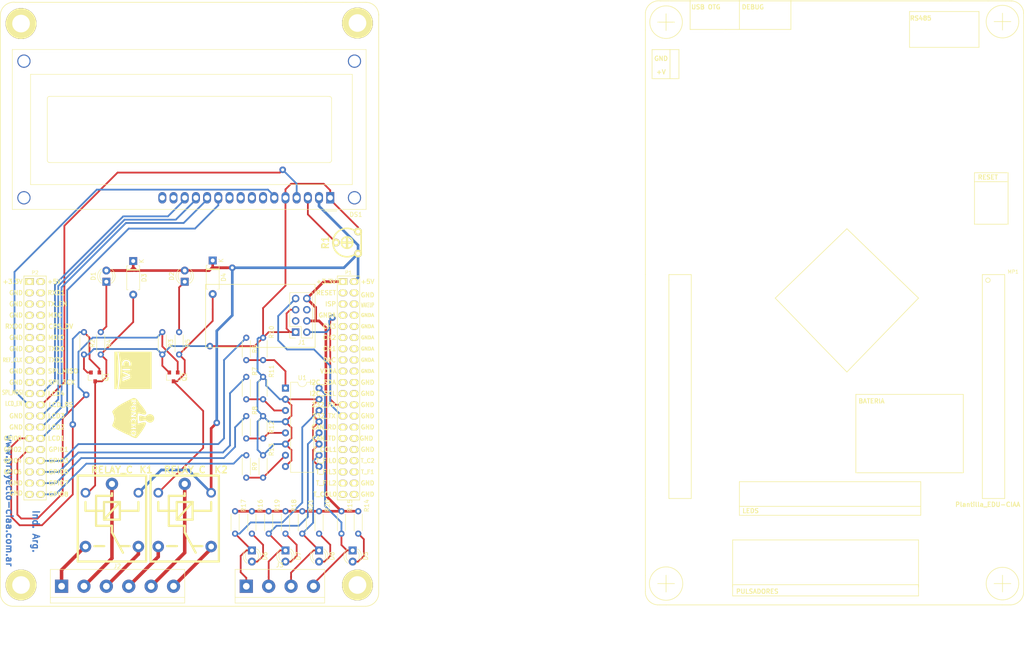
<source format=kicad_pcb>
(kicad_pcb (version 20171130) (host pcbnew 5.0.1-33cea8e~68~ubuntu18.04.1)

  (general
    (thickness 1.6)
    (drawings 4)
    (tracks 380)
    (zones 0)
    (modules 42)
    (nets 113)
  )

  (page A4)
  (title_block
    (title "Esquema Principal - Poncho Alarma")
    (date 2018-10-27)
    (rev 1.0)
    (company "Proyecto CIAA - COMPUTADORA INDUSTRIAL ABIERTA ARGENTINA")
    (comment 1 https://github.com/turcoale/CESE18_PCB_Amid_Ale.git)
    (comment 2 "Basado en diseños anteriores: Mariano Bustos - Jorge Osio - Diego Brengi")
    (comment 3 "Autor: Amid Ale")
    (comment 4 "CÓDIGO PONCHO: ALARMA")
  )

  (layers
    (0 F.Cu signal)
    (31 B.Cu signal)
    (32 B.Adhes user)
    (33 F.Adhes user)
    (34 B.Paste user)
    (35 F.Paste user)
    (36 B.SilkS user)
    (37 F.SilkS user)
    (38 B.Mask user)
    (39 F.Mask user)
    (40 Dwgs.User user)
    (41 Cmts.User user)
    (42 Eco1.User user)
    (43 Eco2.User user)
    (44 Edge.Cuts user)
    (45 Margin user)
    (46 B.CrtYd user)
    (47 F.CrtYd user)
    (48 B.Fab user)
    (49 F.Fab user)
  )

  (setup
    (last_trace_width 0.4)
    (trace_clearance 0.35)
    (zone_clearance 0.508)
    (zone_45_only no)
    (trace_min 0.2)
    (segment_width 0.2)
    (edge_width 0.15)
    (via_size 1.5)
    (via_drill 0.7)
    (via_min_size 0.4)
    (via_min_drill 0.3)
    (uvia_size 0.3)
    (uvia_drill 0.1)
    (uvias_allowed no)
    (uvia_min_size 0.2)
    (uvia_min_drill 0.1)
    (pcb_text_width 0.3)
    (pcb_text_size 1.5 1.5)
    (mod_edge_width 0.15)
    (mod_text_size 1 1)
    (mod_text_width 0.15)
    (pad_size 1.524 2)
    (pad_drill 1.016)
    (pad_to_mask_clearance 0.051)
    (solder_mask_min_width 0.25)
    (aux_axis_origin 0 0)
    (visible_elements FFFFFF7F)
    (pcbplotparams
      (layerselection 0x010fc_ffffffff)
      (usegerberextensions false)
      (usegerberattributes false)
      (usegerberadvancedattributes false)
      (creategerberjobfile false)
      (excludeedgelayer true)
      (linewidth 0.100000)
      (plotframeref false)
      (viasonmask false)
      (mode 1)
      (useauxorigin false)
      (hpglpennumber 1)
      (hpglpenspeed 20)
      (hpglpendiameter 15.000000)
      (psnegative false)
      (psa4output false)
      (plotreference true)
      (plotvalue true)
      (plotinvisibletext false)
      (padsonsilk false)
      (subtractmaskfromsilk false)
      (outputformat 1)
      (mirror false)
      (drillshape 1)
      (scaleselection 1)
      (outputdirectory ""))
  )

  (net 0 "")
  (net 1 GND)
  (net 2 +5V)
  (net 3 "Net-(DS1-Pad3)")
  (net 4 "Net-(DS1-Pad4)")
  (net 5 "Net-(DS1-Pad6)")
  (net 6 "Net-(DS1-Pad7)")
  (net 7 "Net-(DS1-Pad8)")
  (net 8 "Net-(DS1-Pad9)")
  (net 9 "Net-(DS1-Pad10)")
  (net 10 "Net-(DS1-Pad11)")
  (net 11 "Net-(DS1-Pad12)")
  (net 12 "Net-(DS1-Pad13)")
  (net 13 "Net-(DS1-Pad14)")
  (net 14 "Net-(DS1-Pad15)")
  (net 15 "Net-(DS1-Pad16)")
  (net 16 "Net-(D3-Pad2)")
  (net 17 "Net-(D4-Pad2)")
  (net 18 /Salidas/Out_1)
  (net 19 "Net-(D1-Pad1)")
  (net 20 "Net-(D2-Pad1)")
  (net 21 "Net-(D5-Pad1)")
  (net 22 "Net-(D5-Pad2)")
  (net 23 "Net-(D6-Pad2)")
  (net 24 "Net-(D6-Pad1)")
  (net 25 "Net-(D7-Pad1)")
  (net 26 "Net-(D7-Pad2)")
  (net 27 "Net-(D8-Pad1)")
  (net 28 "Net-(D8-Pad2)")
  (net 29 "Net-(J1-Pad2)")
  (net 30 "Net-(J1-Pad3)")
  (net 31 +3V3)
  (net 32 "Net-(J1-Pad6)")
  (net 33 "Net-(J1-Pad7)")
  (net 34 /Entradas/In_4)
  (net 35 "Net-(R10-Pad2)")
  (net 36 /Entradas/In_1)
  (net 37 "Net-(R11-Pad2)")
  (net 38 /Entradas/In_2)
  (net 39 "Net-(R12-Pad2)")
  (net 40 /Entradas/In_3)
  (net 41 "Net-(R13-Pad2)")
  (net 42 "Net-(XA1-Pad11)")
  (net 43 "Net-(XA1-Pad4)")
  (net 44 "Net-(XA1-Pad13)")
  (net 45 "Net-(XA1-Pad6)")
  (net 46 "Net-(XA1-Pad15)")
  (net 47 "Net-(XA1-Pad8)")
  (net 48 "Net-(XA1-Pad17)")
  (net 49 "Net-(XA1-Pad10)")
  (net 50 "Net-(XA1-Pad19)")
  (net 51 "Net-(XA1-Pad12)")
  (net 52 "Net-(XA1-Pad21)")
  (net 53 "Net-(XA1-Pad14)")
  (net 54 "Net-(XA1-Pad16)")
  (net 55 "Net-(XA1-Pad18)")
  (net 56 "Net-(XA1-Pad27)")
  (net 57 "Net-(XA1-Pad20)")
  (net 58 "Net-(XA1-Pad29)")
  (net 59 "Net-(XA1-Pad22)")
  (net 60 "Net-(XA1-Pad31)")
  (net 61 "Net-(XA1-Pad24)")
  (net 62 "Net-(XA1-Pad26)")
  (net 63 "Net-(XA1-Pad33)")
  (net 64 "Net-(XA1-Pad28)")
  (net 65 "Net-(XA1-Pad32)")
  (net 66 "Net-(XA1-Pad34)")
  (net 67 "Net-(XA1-Pad36)")
  (net 68 "Net-(XA1-Pad38)")
  (net 69 "Net-(XA1-Pad35)")
  (net 70 "Net-(XA1-Pad37)")
  (net 71 "Net-(XA1-Pad3)")
  (net 72 "Net-(XA1-Pad5)")
  (net 73 "Net-(XA1-Pad7)")
  (net 74 "Net-(XA1-Pad9)")
  (net 75 "Net-(XA1-Pad39)")
  (net 76 "Net-(XA1-Pad40)")
  (net 77 "Net-(XA1-Pad30)")
  (net 78 "Net-(XA1-Pad41)")
  (net 79 "Net-(XA1-Pad42)")
  (net 80 "Net-(XA1-Pad43)")
  (net 81 "Net-(XA1-Pad44)")
  (net 82 "Net-(XA1-Pad45)")
  (net 83 "Net-(XA1-Pad46)")
  (net 84 "Net-(XA1-Pad47)")
  (net 85 "Net-(XA1-Pad48)")
  (net 86 "Net-(XA1-Pad49)")
  (net 87 "Net-(XA1-Pad50)")
  (net 88 "Net-(XA1-Pad51)")
  (net 89 "Net-(XA1-Pad52)")
  (net 90 "Net-(XA1-Pad53)")
  (net 91 "Net-(XA1-Pad54)")
  (net 92 "Net-(XA1-Pad55)")
  (net 93 "Net-(XA1-Pad56)")
  (net 94 "Net-(XA1-Pad57)")
  (net 95 "Net-(XA1-Pad58)")
  (net 96 "Net-(XA1-Pad59)")
  (net 97 "Net-(XA1-Pad60)")
  (net 98 "Net-(XA1-Pad61)")
  (net 99 "Net-(XA1-Pad65)")
  (net 100 "Net-(XA1-Pad67)")
  (net 101 "Net-(XA1-Pad72)")
  (net 102 "Net-(XA1-Pad73)")
  (net 103 "Net-(XA1-Pad75)")
  (net 104 "Net-(XA1-Pad77)")
  (net 105 "Net-(XA1-Pad79)")
  (net 106 /Salidas/K1_NA)
  (net 107 /Salidas/K1_C)
  (net 108 /Salidas/K1_NC)
  (net 109 /Salidas/K2_NC)
  (net 110 /Salidas/K2_NA)
  (net 111 /Salidas/K2_C)
  (net 112 /Salidas/Out_2)

  (net_class Default "This is the default net class."
    (clearance 0.35)
    (trace_width 0.4)
    (via_dia 1.5)
    (via_drill 0.7)
    (uvia_dia 0.3)
    (uvia_drill 0.1)
    (add_net /Entradas/In_1)
    (add_net /Entradas/In_2)
    (add_net /Entradas/In_3)
    (add_net /Entradas/In_4)
    (add_net /Salidas/Out_1)
    (add_net /Salidas/Out_2)
    (add_net GND)
    (add_net "Net-(D1-Pad1)")
    (add_net "Net-(D2-Pad1)")
    (add_net "Net-(D3-Pad2)")
    (add_net "Net-(D4-Pad2)")
    (add_net "Net-(D5-Pad1)")
    (add_net "Net-(D5-Pad2)")
    (add_net "Net-(D6-Pad1)")
    (add_net "Net-(D6-Pad2)")
    (add_net "Net-(D7-Pad1)")
    (add_net "Net-(D7-Pad2)")
    (add_net "Net-(D8-Pad1)")
    (add_net "Net-(D8-Pad2)")
    (add_net "Net-(DS1-Pad10)")
    (add_net "Net-(DS1-Pad11)")
    (add_net "Net-(DS1-Pad12)")
    (add_net "Net-(DS1-Pad13)")
    (add_net "Net-(DS1-Pad14)")
    (add_net "Net-(DS1-Pad15)")
    (add_net "Net-(DS1-Pad16)")
    (add_net "Net-(DS1-Pad3)")
    (add_net "Net-(DS1-Pad4)")
    (add_net "Net-(DS1-Pad6)")
    (add_net "Net-(DS1-Pad7)")
    (add_net "Net-(DS1-Pad8)")
    (add_net "Net-(DS1-Pad9)")
    (add_net "Net-(J1-Pad2)")
    (add_net "Net-(J1-Pad3)")
    (add_net "Net-(J1-Pad6)")
    (add_net "Net-(J1-Pad7)")
    (add_net "Net-(R10-Pad2)")
    (add_net "Net-(R11-Pad2)")
    (add_net "Net-(R12-Pad2)")
    (add_net "Net-(R13-Pad2)")
    (add_net "Net-(XA1-Pad10)")
    (add_net "Net-(XA1-Pad11)")
    (add_net "Net-(XA1-Pad12)")
    (add_net "Net-(XA1-Pad13)")
    (add_net "Net-(XA1-Pad14)")
    (add_net "Net-(XA1-Pad15)")
    (add_net "Net-(XA1-Pad16)")
    (add_net "Net-(XA1-Pad17)")
    (add_net "Net-(XA1-Pad18)")
    (add_net "Net-(XA1-Pad19)")
    (add_net "Net-(XA1-Pad20)")
    (add_net "Net-(XA1-Pad21)")
    (add_net "Net-(XA1-Pad22)")
    (add_net "Net-(XA1-Pad24)")
    (add_net "Net-(XA1-Pad26)")
    (add_net "Net-(XA1-Pad27)")
    (add_net "Net-(XA1-Pad28)")
    (add_net "Net-(XA1-Pad29)")
    (add_net "Net-(XA1-Pad3)")
    (add_net "Net-(XA1-Pad30)")
    (add_net "Net-(XA1-Pad31)")
    (add_net "Net-(XA1-Pad32)")
    (add_net "Net-(XA1-Pad33)")
    (add_net "Net-(XA1-Pad34)")
    (add_net "Net-(XA1-Pad35)")
    (add_net "Net-(XA1-Pad36)")
    (add_net "Net-(XA1-Pad37)")
    (add_net "Net-(XA1-Pad38)")
    (add_net "Net-(XA1-Pad39)")
    (add_net "Net-(XA1-Pad4)")
    (add_net "Net-(XA1-Pad40)")
    (add_net "Net-(XA1-Pad41)")
    (add_net "Net-(XA1-Pad42)")
    (add_net "Net-(XA1-Pad43)")
    (add_net "Net-(XA1-Pad44)")
    (add_net "Net-(XA1-Pad45)")
    (add_net "Net-(XA1-Pad46)")
    (add_net "Net-(XA1-Pad47)")
    (add_net "Net-(XA1-Pad48)")
    (add_net "Net-(XA1-Pad49)")
    (add_net "Net-(XA1-Pad5)")
    (add_net "Net-(XA1-Pad50)")
    (add_net "Net-(XA1-Pad51)")
    (add_net "Net-(XA1-Pad52)")
    (add_net "Net-(XA1-Pad53)")
    (add_net "Net-(XA1-Pad54)")
    (add_net "Net-(XA1-Pad55)")
    (add_net "Net-(XA1-Pad56)")
    (add_net "Net-(XA1-Pad57)")
    (add_net "Net-(XA1-Pad58)")
    (add_net "Net-(XA1-Pad59)")
    (add_net "Net-(XA1-Pad6)")
    (add_net "Net-(XA1-Pad60)")
    (add_net "Net-(XA1-Pad61)")
    (add_net "Net-(XA1-Pad65)")
    (add_net "Net-(XA1-Pad67)")
    (add_net "Net-(XA1-Pad7)")
    (add_net "Net-(XA1-Pad72)")
    (add_net "Net-(XA1-Pad73)")
    (add_net "Net-(XA1-Pad75)")
    (add_net "Net-(XA1-Pad77)")
    (add_net "Net-(XA1-Pad79)")
    (add_net "Net-(XA1-Pad8)")
    (add_net "Net-(XA1-Pad9)")
  )

  (net_class OUT_RELAY ""
    (clearance 0.35)
    (trace_width 0.8)
    (via_dia 1.5)
    (via_drill 0.7)
    (uvia_dia 0.3)
    (uvia_drill 0.1)
    (add_net /Salidas/K1_C)
    (add_net /Salidas/K1_NA)
    (add_net /Salidas/K1_NC)
    (add_net /Salidas/K2_C)
    (add_net /Salidas/K2_NA)
    (add_net /Salidas/K2_NC)
  )

  (net_class POWER ""
    (clearance 0.35)
    (trace_width 0.6)
    (via_dia 1.5)
    (via_drill 0.7)
    (uvia_dia 0.3)
    (uvia_drill 0.1)
    (add_net +3V3)
    (add_net +5V)
  )

  (module Poncho-PLC:poncho_grande (layer F.Cu) (tedit 5BE7521A) (tstamp 5BFB51E0)
    (at 93.651761 79.321721)
    (tags CONN)
    (path /5BCF0473)
    (fp_text reference XA1 (at -0.762 -2.032) (layer F.SilkS) hide
      (effects (font (size 0.8 0.8) (thickness 0.12)))
    )
    (fp_text value Conn_Poncho2P_2x_20x2 (at 1.27 50.8) (layer F.SilkS) hide
      (effects (font (size 1.016 1.016) (thickness 0.2032)))
    )
    (fp_arc (start -74.803 70.739) (end -74.93 73.66) (angle 90) (layer F.SilkS) (width 0.15))
    (fp_arc (start 5.08 70.612) (end 8.128 70.485) (angle 90) (layer F.SilkS) (width 0.15))
    (fp_arc (start 5.207 -60.452) (end 5.207 -63.373) (angle 90) (layer F.SilkS) (width 0.15))
    (fp_line (start -77.724 -60.706) (end -77.724 -56.769) (layer F.SilkS) (width 0.15))
    (fp_line (start -72.263 -63.373) (end -74.295 -63.373) (layer F.SilkS) (width 0.15))
    (fp_arc (start -74.676 -60.325) (end -77.724 -60.706) (angle 90) (layer F.SilkS) (width 0.15))
    (fp_line (start 5.461 -63.373) (end 4.826 -63.373) (layer F.SilkS) (width 0.15))
    (fp_line (start 8.128 -60.579) (end 8.128 -60.706) (layer F.SilkS) (width 0.15))
    (fp_line (start 8.128 -60.706) (end 8.128 -60.452) (layer F.SilkS) (width 0.15))
    (fp_line (start 3.937 -63.373) (end 4.826 -63.373) (layer F.SilkS) (width 0.15))
    (fp_line (start 0 -63.373) (end 3.937 -63.373) (layer F.SilkS) (width 0.15))
    (fp_line (start 8.128 -58.293) (end 8.128 -60.579) (layer F.SilkS) (width 0.15))
    (fp_line (start 0 -63.373) (end -8.636 -63.373) (layer F.SilkS) (width 0.15))
    (fp_line (start -8.636 -63.373) (end -72.136 -63.373) (layer F.SilkS) (width 0.15))
    (fp_line (start -77.724 -1.27) (end -77.724 -56.769) (layer F.SilkS) (width 0.15))
    (fp_line (start 8.128 -1.27) (end 8.128 -10.16) (layer F.SilkS) (width 0.15))
    (fp_line (start 8.128 -10.16) (end 8.128 -27.432) (layer F.SilkS) (width 0.15))
    (fp_line (start 8.128 -27.432) (end 8.128 -48.26) (layer F.SilkS) (width 0.15))
    (fp_line (start 8.128 -48.26) (end 8.128 -55.499) (layer F.SilkS) (width 0.15))
    (fp_line (start 8.128 -55.499) (end 8.128 -58.293) (layer F.SilkS) (width 0.15))
    (fp_line (start -77.724 70.612) (end -77.724 70.104) (layer F.SilkS) (width 0.15))
    (fp_line (start -74.422 73.66) (end -74.93 73.66) (layer F.SilkS) (width 0.15))
    (fp_line (start -73.025 73.66) (end -74.422 73.66) (layer F.SilkS) (width 0.15))
    (fp_line (start -77.724 67.056) (end -77.724 70.104) (layer F.SilkS) (width 0.15))
    (fp_line (start 3.302 73.66) (end 5.207 73.66) (layer F.SilkS) (width 0.15))
    (fp_line (start 8.128 66.802) (end 8.128 70.485) (layer F.SilkS) (width 0.15))
    (fp_line (start 8.128 49.403) (end 8.128 66.802) (layer F.SilkS) (width 0.15))
    (fp_line (start -77.724 49.403) (end -77.724 67.056) (layer F.SilkS) (width 0.15))
    (fp_line (start 3.302 73.66) (end -73.025 73.66) (layer F.SilkS) (width 0.15))
    (fp_text user GPIO8 (at -64.516 48.26) (layer F.SilkS)
      (effects (font (size 1 1) (thickness 0.2)))
    )
    (fp_text user GPIO7 (at -64.516 45.72) (layer F.SilkS)
      (effects (font (size 1 1) (thickness 0.2)))
    )
    (fp_text user GPIO5 (at -64.516 43.18) (layer F.SilkS)
      (effects (font (size 1 1) (thickness 0.2)))
    )
    (fp_text user GPIO3 (at -64.516 40.64) (layer F.SilkS)
      (effects (font (size 1 1) (thickness 0.2)))
    )
    (fp_text user GPIO1 (at -64.516 38.1) (layer F.SilkS)
      (effects (font (size 1 1) (thickness 0.2)))
    )
    (fp_text user LCD1 (at -65.024 35.56) (layer F.SilkS)
      (effects (font (size 1 1) (thickness 0.2)))
    )
    (fp_text user LCD2 (at -65.024 33.02) (layer F.SilkS)
      (effects (font (size 1 1) (thickness 0.2)))
    )
    (fp_text user LCD3 (at -65.024 30.48) (layer F.SilkS)
      (effects (font (size 1 1) (thickness 0.2)))
    )
    (fp_text user LCD_RS (at -64.008 27.94) (layer F.SilkS)
      (effects (font (size 1 1) (thickness 0.2)))
    )
    (fp_text user LCD4 (at -65.024 25.4) (layer F.SilkS)
      (effects (font (size 1 1) (thickness 0.2)))
    )
    (fp_text user SPI_SCK (at -63.754 22.86) (layer F.SilkS)
      (effects (font (size 1 1) (thickness 0.2)))
    )
    (fp_text user SPI_MISO (at -63.5 20.32) (layer F.SilkS)
      (effects (font (size 1 1) (thickness 0.2)))
    )
    (fp_text user TXD1 (at -65.024 17.78) (layer F.SilkS)
      (effects (font (size 1 1) (thickness 0.2)))
    )
    (fp_text user TXD0 (at -65.024 15.24) (layer F.SilkS)
      (effects (font (size 1 1) (thickness 0.2)))
    )
    (fp_text user MDIO (at -65.024 12.7) (layer F.SilkS)
      (effects (font (size 1 1) (thickness 0.2)))
    )
    (fp_text user CRS_DV (at -64.008 10.16) (layer F.SilkS)
      (effects (font (size 1 1) (thickness 0.2)))
    )
    (fp_text user MDC (at -65.278 7.62) (layer F.SilkS)
      (effects (font (size 1 1) (thickness 0.2)))
    )
    (fp_text user TX_EN (at -64.77 5.08) (layer F.SilkS)
      (effects (font (size 1 1) (thickness 0.2)))
    )
    (fp_text user RXD1 (at -65.024 2.54) (layer F.SilkS)
      (effects (font (size 1 1) (thickness 0.2)))
    )
    (fp_text user +5V (at -65.532 0) (layer F.SilkS)
      (effects (font (size 1 1) (thickness 0.2)))
    )
    (fp_text user GND (at -74.168 48.006) (layer F.SilkS)
      (effects (font (size 1 1) (thickness 0.2)))
    )
    (fp_text user GND (at -74.168 45.72) (layer F.SilkS)
      (effects (font (size 1 1) (thickness 0.2)))
    )
    (fp_text user GPIO6 (at -74.93 43.18) (layer F.SilkS)
      (effects (font (size 1 0.9) (thickness 0.2)))
    )
    (fp_text user GPIO4 (at -74.93 40.64) (layer F.SilkS)
      (effects (font (size 1 0.9) (thickness 0.2)))
    )
    (fp_text user GPIO2 (at -74.93 38.1) (layer F.SilkS)
      (effects (font (size 1 0.9) (thickness 0.2)))
    )
    (fp_text user GPIO0 (at -74.93 35.56) (layer F.SilkS)
      (effects (font (size 1 0.9) (thickness 0.2)))
    )
    (fp_text user GND (at -74.168 33.02) (layer F.SilkS)
      (effects (font (size 1 1) (thickness 0.2)))
    )
    (fp_text user GND (at -74.168 30.48) (layer F.SilkS)
      (effects (font (size 1 1) (thickness 0.2)))
    )
    (fp_text user LCD_EN (at -74.676 27.686) (layer F.SilkS)
      (effects (font (size 1 0.7) (thickness 0.17)))
    )
    (fp_text user SPI_MOSI (at -74.93 25.146) (layer F.SilkS)
      (effects (font (size 1 0.7) (thickness 0.17)))
    )
    (fp_text user GND (at -74.168 22.86) (layer F.SilkS)
      (effects (font (size 1 1) (thickness 0.2)))
    )
    (fp_text user GND (at -74.168 20.32) (layer F.SilkS)
      (effects (font (size 1 1) (thickness 0.2)))
    )
    (fp_text user REF_CLK (at -74.93 17.78) (layer F.SilkS)
      (effects (font (size 0.9 0.7) (thickness 0.175)))
    )
    (fp_text user GND (at -74.168 15.24) (layer F.SilkS)
      (effects (font (size 1 1) (thickness 0.2)))
    )
    (fp_text user GND (at -74.168 12.7) (layer F.SilkS)
      (effects (font (size 1 1) (thickness 0.2)))
    )
    (fp_text user GND (at -74.168 7.62) (layer F.SilkS)
      (effects (font (size 1 1) (thickness 0.2)))
    )
    (fp_text user RXD0 (at -74.676 10.16) (layer F.SilkS)
      (effects (font (size 1 1) (thickness 0.2)))
    )
    (fp_text user GND (at -74.168 5.08) (layer F.SilkS)
      (effects (font (size 1 1) (thickness 0.2)))
    )
    (fp_text user GND (at -74.168 2.54) (layer F.SilkS)
      (effects (font (size 1 1) (thickness 0.2)))
    )
    (fp_text user +3.3V (at -74.93 0) (layer F.SilkS)
      (effects (font (size 1 1) (thickness 0.2)))
    )
    (fp_text user GND (at 5.588 48.26) (layer F.SilkS)
      (effects (font (size 1 1) (thickness 0.2)))
    )
    (fp_text user GND (at 5.588 45.72) (layer F.SilkS)
      (effects (font (size 1 1) (thickness 0.2)))
    )
    (fp_text user T_F1 (at 5.588 43.18) (layer F.SilkS)
      (effects (font (size 0.9 0.9) (thickness 0.18)))
    )
    (fp_text user T_C2 (at 5.588 40.64) (layer F.SilkS)
      (effects (font (size 0.9 0.9) (thickness 0.18)))
    )
    (fp_text user GND (at 5.588 38.1) (layer F.SilkS)
      (effects (font (size 1 1) (thickness 0.2)))
    )
    (fp_text user GND (at 5.334 35.56) (layer F.SilkS)
      (effects (font (size 1 1) (thickness 0.2)))
    )
    (fp_text user GND (at 5.588 33.02) (layer F.SilkS)
      (effects (font (size 1 1) (thickness 0.2)))
    )
    (fp_text user GND (at 5.588 30.48) (layer F.SilkS)
      (effects (font (size 1 1) (thickness 0.2)))
    )
    (fp_text user GND (at 5.588 27.94) (layer F.SilkS)
      (effects (font (size 1 1) (thickness 0.2)))
    )
    (fp_text user GND (at 5.588 25.4) (layer F.SilkS)
      (effects (font (size 1 1) (thickness 0.2)))
    )
    (fp_text user GND (at 5.588 22.86) (layer F.SilkS)
      (effects (font (size 1 1) (thickness 0.2)))
    )
    (fp_text user GNDA (at 5.588 20.32) (layer F.SilkS)
      (effects (font (size 0.76 0.76) (thickness 0.19)))
    )
    (fp_text user GNDA (at 5.588 17.78) (layer F.SilkS)
      (effects (font (size 0.76 0.76) (thickness 0.19)))
    )
    (fp_text user GNDA (at 5.588 15.24) (layer F.SilkS)
      (effects (font (size 0.76 0.76) (thickness 0.19)))
    )
    (fp_text user GNDA (at 5.588 12.7) (layer F.SilkS)
      (effects (font (size 0.76 0.76) (thickness 0.19)))
    )
    (fp_text user GNDA (at 5.588 10.16) (layer F.SilkS)
      (effects (font (size 0.76 0.76) (thickness 0.19)))
    )
    (fp_text user GNDA (at 5.588 7.62) (layer F.SilkS)
      (effects (font (size 0.76 0.76) (thickness 0.19)))
    )
    (fp_text user WAKEUP (at 5.588 5.334) (layer F.SilkS)
      (effects (font (size 1 0.5) (thickness 0.125)))
    )
    (fp_text user GND (at 5.588 3.048) (layer F.SilkS)
      (effects (font (size 1 1) (thickness 0.2)))
    )
    (fp_text user +5V (at 5.588 0) (layer F.SilkS)
      (effects (font (size 1 1) (thickness 0.2)))
    )
    (fp_text user T_COL0 (at -4.064 48.26) (layer F.SilkS)
      (effects (font (size 1 1) (thickness 0.2)))
    )
    (fp_text user T_FIL2 (at -3.81 45.72) (layer F.SilkS)
      (effects (font (size 1 1) (thickness 0.2)))
    )
    (fp_text user T_FIL3 (at -3.81 43.18) (layer F.SilkS)
      (effects (font (size 1 1) (thickness 0.2)))
    )
    (fp_text user T_FIL0 (at -3.81 40.64) (layer F.SilkS)
      (effects (font (size 1 1) (thickness 0.2)))
    )
    (fp_text user T_COL1 (at -4.064 38.1) (layer F.SilkS)
      (effects (font (size 1 1) (thickness 0.2)))
    )
    (fp_text user CAN_TD (at -4.318 35.56) (layer F.SilkS)
      (effects (font (size 1 1) (thickness 0.2)))
    )
    (fp_text user CAN_RD (at -4.318 33.02) (layer F.SilkS)
      (effects (font (size 1 1) (thickness 0.2)))
    )
    (fp_text user 232_TX (at -4.318 30.48) (layer F.SilkS)
      (effects (font (size 1 1) (thickness 0.2)))
    )
    (fp_text user 232_RX (at -4.318 27.94) (layer F.SilkS)
      (effects (font (size 1 1) (thickness 0.2)))
    )
    (fp_text user I2C_SCL (at -4.572 25.4) (layer F.SilkS)
      (effects (font (size 1 1) (thickness 0.2)))
    )
    (fp_text user I2C_SDA (at -4.572 22.86) (layer F.SilkS)
      (effects (font (size 1 1) (thickness 0.2)))
    )
    (fp_text user VDDA (at -3.302 20.32) (layer F.SilkS)
      (effects (font (size 1 1) (thickness 0.2)))
    )
    (fp_text user DAC (at -3.048 17.78) (layer F.SilkS)
      (effects (font (size 1 1) (thickness 0.2)))
    )
    (fp_text user CH1 (at -3.048 15.24) (layer F.SilkS)
      (effects (font (size 1 1) (thickness 0.2)))
    )
    (fp_text user CH2 (at -3.048 12.7) (layer F.SilkS)
      (effects (font (size 1 1) (thickness 0.2)))
    )
    (fp_text user CH3 (at -3.048 10.16) (layer F.SilkS)
      (effects (font (size 1 1) (thickness 0.2)))
    )
    (fp_text user GNDA (at -3.556 7.62) (layer F.SilkS)
      (effects (font (size 1 1) (thickness 0.2)))
    )
    (fp_text user ISP (at -2.794 5.08) (layer F.SilkS)
      (effects (font (size 1 1) (thickness 0.2)))
    )
    (fp_text user RESET (at -3.81 2.54) (layer F.SilkS)
      (effects (font (size 1 1) (thickness 0.2)))
    )
    (fp_text user P2 (at -69.85 -2.032) (layer F.SilkS)
      (effects (font (size 0.8 0.8) (thickness 0.12)))
    )
    (fp_text user P1 (at 1.27 -2.032) (layer F.SilkS)
      (effects (font (size 0.8 0.8) (thickness 0.12)))
    )
    (fp_line (start -77.724 -1.27) (end -77.724 49.53) (layer F.SilkS) (width 0.15))
    (fp_line (start 8.128 0) (end 8.128 -1.27) (layer F.SilkS) (width 0.15))
    (fp_line (start 8.128 0) (end 8.128 49.53) (layer F.SilkS) (width 0.15))
    (fp_text user +3.3V (at -3.81 0) (layer F.SilkS)
      (effects (font (size 1 1) (thickness 0.2)))
    )
    (fp_line (start -72.39 0) (end -72.39 -1.27) (layer F.SilkS) (width 0.15))
    (fp_line (start -72.39 -1.27) (end -67.31 -1.27) (layer F.SilkS) (width 0.15))
    (fp_line (start -67.31 -1.27) (end -67.31 49.53) (layer F.SilkS) (width 0.15))
    (fp_line (start -67.31 49.53) (end -72.39 49.53) (layer F.SilkS) (width 0.15))
    (fp_line (start -72.39 49.53) (end -72.39 0) (layer F.SilkS) (width 0.15))
    (fp_line (start -1.27 49.53) (end -1.27 -1.27) (layer F.SilkS) (width 0.15))
    (fp_line (start 3.81 49.53) (end 3.81 -1.27) (layer F.SilkS) (width 0.15))
    (fp_line (start 3.81 49.53) (end -1.27 49.53) (layer F.SilkS) (width 0.15))
    (fp_line (start 3.81 -1.27) (end -1.27 -1.27) (layer F.SilkS) (width 0.15))
    (pad 1 thru_hole rect (at 0 0 270) (size 1.524 2) (drill 1.016) (layers *.Cu *.Mask F.SilkS)
      (net 31 +3V3))
    (pad 2 thru_hole oval (at 2.54 0 270) (size 1.524 2) (drill 1.016) (layers *.Cu *.Mask F.SilkS)
      (net 2 +5V))
    (pad 11 thru_hole oval (at 0 12.7 270) (size 1.524 2) (drill 1.016) (layers *.Cu *.Mask F.SilkS)
      (net 42 "Net-(XA1-Pad11)"))
    (pad 4 thru_hole oval (at 2.54 2.54 270) (size 1.524 2) (drill 1.016) (layers *.Cu *.Mask F.SilkS)
      (net 43 "Net-(XA1-Pad4)"))
    (pad 13 thru_hole oval (at 0 15.24 270) (size 1.524 2) (drill 1.016) (layers *.Cu *.Mask F.SilkS)
      (net 44 "Net-(XA1-Pad13)"))
    (pad 6 thru_hole oval (at 2.54 5.08 270) (size 1.524 2) (drill 1.016) (layers *.Cu *.Mask F.SilkS)
      (net 45 "Net-(XA1-Pad6)"))
    (pad 15 thru_hole oval (at 0 17.78 270) (size 1.524 2) (drill 1.016) (layers *.Cu *.Mask F.SilkS)
      (net 46 "Net-(XA1-Pad15)"))
    (pad 8 thru_hole oval (at 2.54 7.62 270) (size 1.524 2) (drill 1.016) (layers *.Cu *.Mask F.SilkS)
      (net 47 "Net-(XA1-Pad8)"))
    (pad 17 thru_hole oval (at 0 20.32 270) (size 1.524 2) (drill 1.016) (layers *.Cu *.Mask F.SilkS)
      (net 48 "Net-(XA1-Pad17)"))
    (pad 10 thru_hole oval (at 2.54 10.16 270) (size 1.524 2) (drill 1.016) (layers *.Cu *.Mask F.SilkS)
      (net 49 "Net-(XA1-Pad10)"))
    (pad 19 thru_hole oval (at 0 22.86 270) (size 1.524 2) (drill 1.016) (layers *.Cu *.Mask F.SilkS)
      (net 50 "Net-(XA1-Pad19)"))
    (pad 12 thru_hole oval (at 2.54 12.7 270) (size 1.524 2) (drill 1.016) (layers *.Cu *.Mask F.SilkS)
      (net 51 "Net-(XA1-Pad12)"))
    (pad 21 thru_hole oval (at 0 25.4 270) (size 1.524 2) (drill 1.016) (layers *.Cu *.Mask F.SilkS)
      (net 52 "Net-(XA1-Pad21)"))
    (pad 14 thru_hole oval (at 2.54 15.24 270) (size 1.524 2) (drill 1.016) (layers *.Cu *.Mask F.SilkS)
      (net 53 "Net-(XA1-Pad14)"))
    (pad 23 thru_hole oval (at 0 27.94 270) (size 1.524 2) (drill 1.016) (layers *.Cu *.Mask F.SilkS)
      (net 29 "Net-(J1-Pad2)"))
    (pad 16 thru_hole oval (at 2.54 17.78 270) (size 1.524 2) (drill 1.016) (layers *.Cu *.Mask F.SilkS)
      (net 54 "Net-(XA1-Pad16)"))
    (pad 25 thru_hole oval (at 0 30.48 270) (size 1.524 2) (drill 1.016) (layers *.Cu *.Mask F.SilkS)
      (net 33 "Net-(J1-Pad7)"))
    (pad 18 thru_hole oval (at 2.54 20.32 270) (size 1.524 2) (drill 1.016) (layers *.Cu *.Mask F.SilkS)
      (net 55 "Net-(XA1-Pad18)"))
    (pad 27 thru_hole oval (at 0 33.02 270) (size 1.524 2) (drill 1.016) (layers *.Cu *.Mask F.SilkS)
      (net 56 "Net-(XA1-Pad27)"))
    (pad 20 thru_hole oval (at 2.54 22.86 270) (size 1.524 2) (drill 1.016) (layers *.Cu *.Mask F.SilkS)
      (net 57 "Net-(XA1-Pad20)"))
    (pad 29 thru_hole oval (at 0 35.56 270) (size 1.524 2) (drill 1.016) (layers *.Cu *.Mask F.SilkS)
      (net 58 "Net-(XA1-Pad29)"))
    (pad 22 thru_hole oval (at 2.54 25.4 270) (size 1.524 2) (drill 1.016) (layers *.Cu *.Mask F.SilkS)
      (net 59 "Net-(XA1-Pad22)"))
    (pad 31 thru_hole oval (at 0 38.1 270) (size 1.524 2) (drill 1.016) (layers *.Cu *.Mask F.SilkS)
      (net 60 "Net-(XA1-Pad31)"))
    (pad 24 thru_hole oval (at 2.54 27.94 270) (size 1.524 2) (drill 1.016) (layers *.Cu *.Mask F.SilkS)
      (net 61 "Net-(XA1-Pad24)"))
    (pad 26 thru_hole oval (at 2.54 30.48 270) (size 1.524 2) (drill 1.016) (layers *.Cu *.Mask F.SilkS)
      (net 62 "Net-(XA1-Pad26)"))
    (pad 33 thru_hole oval (at 0 40.64 270) (size 1.524 2) (drill 1.016) (layers *.Cu *.Mask F.SilkS)
      (net 63 "Net-(XA1-Pad33)"))
    (pad 28 thru_hole oval (at 2.54 33.02 270) (size 1.524 2) (drill 1.016) (layers *.Cu *.Mask F.SilkS)
      (net 64 "Net-(XA1-Pad28)"))
    (pad 32 thru_hole oval (at 2.54 38.1 270) (size 1.524 2) (drill 1.016) (layers *.Cu *.Mask F.SilkS)
      (net 65 "Net-(XA1-Pad32)"))
    (pad 34 thru_hole oval (at 2.54 40.64 270) (size 1.524 2) (drill 1.016) (layers *.Cu *.Mask F.SilkS)
      (net 66 "Net-(XA1-Pad34)"))
    (pad 36 thru_hole oval (at 2.54 43.18 270) (size 1.524 2) (drill 1.016) (layers *.Cu *.Mask F.SilkS)
      (net 67 "Net-(XA1-Pad36)"))
    (pad 38 thru_hole oval (at 2.54 45.72 270) (size 1.524 2) (drill 1.016) (layers *.Cu *.Mask F.SilkS)
      (net 68 "Net-(XA1-Pad38)"))
    (pad 35 thru_hole oval (at 0 43.18 270) (size 1.524 2) (drill 1.016) (layers *.Cu *.Mask F.SilkS)
      (net 69 "Net-(XA1-Pad35)"))
    (pad 37 thru_hole oval (at 0 45.72 270) (size 1.524 2) (drill 1.016) (layers *.Cu *.Mask F.SilkS)
      (net 70 "Net-(XA1-Pad37)"))
    (pad 3 thru_hole oval (at 0 2.54 270) (size 1.524 2) (drill 1.016) (layers *.Cu *.Mask F.SilkS)
      (net 71 "Net-(XA1-Pad3)"))
    (pad 5 thru_hole oval (at 0 5.08 270) (size 1.524 2) (drill 1.016) (layers *.Cu *.Mask F.SilkS)
      (net 72 "Net-(XA1-Pad5)"))
    (pad 7 thru_hole oval (at 0 7.62 270) (size 1.524 2) (drill 1.016) (layers *.Cu *.Mask F.SilkS)
      (net 73 "Net-(XA1-Pad7)"))
    (pad 9 thru_hole oval (at 0 10.16 270) (size 1.524 2) (drill 1.016) (layers *.Cu *.Mask F.SilkS)
      (net 74 "Net-(XA1-Pad9)"))
    (pad 39 thru_hole oval (at 0 48.26 270) (size 1.524 2) (drill 1.016) (layers *.Cu *.Mask F.SilkS)
      (net 75 "Net-(XA1-Pad39)"))
    (pad 40 thru_hole oval (at 2.54 48.26 270) (size 1.524 2) (drill 1.016) (layers *.Cu *.Mask F.SilkS)
      (net 76 "Net-(XA1-Pad40)"))
    (pad 30 thru_hole oval (at 2.54 35.56 270) (size 1.524 2) (drill 1.016) (layers *.Cu *.Mask F.SilkS)
      (net 77 "Net-(XA1-Pad30)"))
    (pad 41 thru_hole rect (at -71.12 0 270) (size 1.524 2) (drill 1.016) (layers *.Cu *.Mask F.SilkS)
      (net 78 "Net-(XA1-Pad41)"))
    (pad 42 thru_hole oval (at -68.58 0 270) (size 1.524 2) (drill 1.016) (layers *.Cu *.Mask F.SilkS)
      (net 79 "Net-(XA1-Pad42)"))
    (pad 43 thru_hole oval (at -71.12 2.54 270) (size 1.524 2) (drill 1.016) (layers *.Cu *.Mask F.SilkS)
      (net 80 "Net-(XA1-Pad43)"))
    (pad 44 thru_hole oval (at -68.58 2.54 270) (size 1.524 2) (drill 1.016) (layers *.Cu *.Mask F.SilkS)
      (net 81 "Net-(XA1-Pad44)"))
    (pad 45 thru_hole oval (at -71.12 5.08 270) (size 1.524 2) (drill 1.016) (layers *.Cu *.Mask F.SilkS)
      (net 82 "Net-(XA1-Pad45)"))
    (pad 46 thru_hole oval (at -68.58 5.08 270) (size 1.524 2) (drill 1.016) (layers *.Cu *.Mask F.SilkS)
      (net 83 "Net-(XA1-Pad46)"))
    (pad 47 thru_hole oval (at -71.12 7.62 270) (size 1.524 2) (drill 1.016) (layers *.Cu *.Mask F.SilkS)
      (net 84 "Net-(XA1-Pad47)"))
    (pad 48 thru_hole oval (at -68.58 7.62 270) (size 1.524 2) (drill 1.016) (layers *.Cu *.Mask F.SilkS)
      (net 85 "Net-(XA1-Pad48)"))
    (pad 49 thru_hole oval (at -71.12 10.16 270) (size 1.524 2) (drill 1.016) (layers *.Cu *.Mask F.SilkS)
      (net 86 "Net-(XA1-Pad49)"))
    (pad 50 thru_hole oval (at -68.58 10.16 270) (size 1.524 2) (drill 1.016) (layers *.Cu *.Mask F.SilkS)
      (net 87 "Net-(XA1-Pad50)"))
    (pad 51 thru_hole oval (at -71.12 12.7 270) (size 1.524 2) (drill 1.016) (layers *.Cu *.Mask F.SilkS)
      (net 88 "Net-(XA1-Pad51)"))
    (pad 52 thru_hole oval (at -68.58 12.7 270) (size 1.524 2) (drill 1.016) (layers *.Cu *.Mask F.SilkS)
      (net 89 "Net-(XA1-Pad52)"))
    (pad 53 thru_hole oval (at -71.12 15.24 270) (size 1.524 2) (drill 1.016) (layers *.Cu *.Mask F.SilkS)
      (net 90 "Net-(XA1-Pad53)"))
    (pad 54 thru_hole oval (at -68.58 15.24 270) (size 1.524 2) (drill 1.016) (layers *.Cu *.Mask F.SilkS)
      (net 91 "Net-(XA1-Pad54)"))
    (pad 55 thru_hole oval (at -71.12 17.78 270) (size 1.524 2) (drill 1.016) (layers *.Cu *.Mask F.SilkS)
      (net 92 "Net-(XA1-Pad55)"))
    (pad 56 thru_hole oval (at -68.58 17.78 270) (size 1.524 2) (drill 1.016) (layers *.Cu *.Mask F.SilkS)
      (net 93 "Net-(XA1-Pad56)"))
    (pad 57 thru_hole oval (at -71.12 20.32 270) (size 1.524 2) (drill 1.016) (layers *.Cu *.Mask F.SilkS)
      (net 94 "Net-(XA1-Pad57)"))
    (pad 58 thru_hole oval (at -68.58 20.32 270) (size 1.524 2) (drill 1.016) (layers *.Cu *.Mask F.SilkS)
      (net 95 "Net-(XA1-Pad58)"))
    (pad 59 thru_hole oval (at -71.12 22.86 270) (size 1.524 2) (drill 1.016) (layers *.Cu *.Mask F.SilkS)
      (net 96 "Net-(XA1-Pad59)"))
    (pad 60 thru_hole oval (at -68.58 22.86 270) (size 1.524 2) (drill 1.016) (layers *.Cu *.Mask F.SilkS)
      (net 97 "Net-(XA1-Pad60)"))
    (pad 61 thru_hole oval (at -71.12 25.4 270) (size 1.524 2) (drill 1.016) (layers *.Cu *.Mask F.SilkS)
      (net 98 "Net-(XA1-Pad61)"))
    (pad 62 thru_hole oval (at -68.58 25.4 270) (size 1.524 2) (drill 1.016) (layers *.Cu *.Mask F.SilkS)
      (net 13 "Net-(DS1-Pad14)"))
    (pad 63 thru_hole oval (at -71.12 27.94 270) (size 1.524 2) (drill 1.016) (layers *.Cu *.Mask F.SilkS)
      (net 5 "Net-(DS1-Pad6)"))
    (pad 64 thru_hole oval (at -68.58 27.94 270) (size 1.524 2) (drill 1.016) (layers *.Cu *.Mask F.SilkS)
      (net 4 "Net-(DS1-Pad4)"))
    (pad 65 thru_hole oval (at -71.12 30.48 270) (size 1.524 2) (drill 1.016) (layers *.Cu *.Mask F.SilkS)
      (net 99 "Net-(XA1-Pad65)"))
    (pad 66 thru_hole oval (at -68.58 30.48 270) (size 1.524 2) (drill 1.016) (layers *.Cu *.Mask F.SilkS)
      (net 12 "Net-(DS1-Pad13)"))
    (pad 67 thru_hole oval (at -71.12 33.02 270) (size 1.524 2) (drill 1.016) (layers *.Cu *.Mask F.SilkS)
      (net 100 "Net-(XA1-Pad67)"))
    (pad 68 thru_hole oval (at -68.58 33.02 270) (size 1.524 2) (drill 1.016) (layers *.Cu *.Mask F.SilkS)
      (net 11 "Net-(DS1-Pad12)"))
    (pad 69 thru_hole oval (at -71.12 35.56 270) (size 1.524 2) (drill 1.016) (layers *.Cu *.Mask F.SilkS)
      (net 18 /Salidas/Out_1))
    (pad 70 thru_hole oval (at -68.58 35.56 270) (size 1.524 2) (drill 1.016) (layers *.Cu *.Mask F.SilkS)
      (net 10 "Net-(DS1-Pad11)"))
    (pad 71 thru_hole oval (at -71.12 38.1 270) (size 1.524 2) (drill 1.016) (layers *.Cu *.Mask F.SilkS)
      (net 112 /Salidas/Out_2))
    (pad 72 thru_hole oval (at -68.58 38.1 270) (size 1.524 2) (drill 1.016) (layers *.Cu *.Mask F.SilkS)
      (net 101 "Net-(XA1-Pad72)"))
    (pad 73 thru_hole oval (at -71.12 40.64 270) (size 1.524 2) (drill 1.016) (layers *.Cu *.Mask F.SilkS)
      (net 102 "Net-(XA1-Pad73)"))
    (pad 74 thru_hole oval (at -68.58 40.64 270) (size 1.524 2) (drill 1.016) (layers *.Cu *.Mask F.SilkS)
      (net 34 /Entradas/In_4))
    (pad 75 thru_hole oval (at -71.12 43.18 270) (size 1.524 2) (drill 1.016) (layers *.Cu *.Mask F.SilkS)
      (net 103 "Net-(XA1-Pad75)"))
    (pad 76 thru_hole oval (at -68.58 43.18 270) (size 1.524 2) (drill 1.016) (layers *.Cu *.Mask F.SilkS)
      (net 36 /Entradas/In_1))
    (pad 77 thru_hole oval (at -71.12 45.72 270) (size 1.524 2) (drill 1.016) (layers *.Cu *.Mask F.SilkS)
      (net 104 "Net-(XA1-Pad77)"))
    (pad 78 thru_hole oval (at -68.58 45.72 270) (size 1.524 2) (drill 1.016) (layers *.Cu *.Mask F.SilkS)
      (net 38 /Entradas/In_2))
    (pad 79 thru_hole oval (at -71.12 48.26 270) (size 1.524 2) (drill 1.016) (layers *.Cu *.Mask F.SilkS)
      (net 105 "Net-(XA1-Pad79)"))
    (pad 80 thru_hole oval (at -68.58 48.26 270) (size 1.524 2) (drill 1.016) (layers *.Cu *.Mask F.SilkS)
      (net 40 /Entradas/In_3))
    (pad ~ thru_hole circle (at -73.025 68.834) (size 7 7) (drill 4) (layers *.Cu *.Mask F.SilkS))
    (pad ~ thru_hole circle (at 3.302 68.834) (size 7 7) (drill 4) (layers *.Cu *.Mask F.SilkS))
    (pad ~ thru_hole circle (at -73.025 -58.547) (size 7 7) (drill 4) (layers *.Cu *.Mask F.SilkS))
    (pad ~ thru_hole circle (at 3.302 -58.674) (size 7 7) (drill 4) (layers *.Cu *.Mask F.SilkS))
    (model pin_strip_20x2.wrl
      (offset (xyz 1.269999980926514 -24.12999963760376 -1.777999973297119))
      (scale (xyz 1 1 1))
      (rotate (xyz 0 180 270))
    )
    (model pin_strip_20x2.wrl
      (offset (xyz -69.84999895095825 -24.12999963760376 -1.777999973297119))
      (scale (xyz 1 1 1))
      (rotate (xyz 0 180 90))
    )
  )

  (module local:ESP-01 (layer F.Cu) (tedit 5BE747CA) (tstamp 5BFB4EED)
    (at 87.351 87.097 90)
    (descr "Through hole straight pin header, 2x04, 2.54mm pitch, double rows")
    (tags "Through hole pin header THT 2x04 2.54mm double row")
    (path /5BD3AECC)
    (fp_text reference J1 (at -6.013043 -3.04633 180) (layer F.SilkS)
      (effects (font (size 1 1) (thickness 0.15)))
    )
    (fp_text value ESP8266 (at 0 -15.367 90) (layer F.Fab)
      (effects (font (size 1 1) (thickness 0.15)))
    )
    (fp_line (start -4.953043 -4.42367) (end -4.953043 -0.61367) (layer F.Fab) (width 0.1))
    (fp_line (start -4.953043 -0.61367) (end 5.206957 -0.61367) (layer F.Fab) (width 0.1))
    (fp_line (start 5.206957 -0.61367) (end 5.206957 -5.69367) (layer F.Fab) (width 0.1))
    (fp_line (start 5.206957 -5.69367) (end -3.683043 -5.69367) (layer F.Fab) (width 0.1))
    (fp_line (start -3.683043 -5.69367) (end -4.953043 -4.42367) (layer F.Fab) (width 0.1))
    (fp_line (start 5.266957 -5.75367) (end 5.266957 -0.55367) (layer F.SilkS) (width 0.12))
    (fp_line (start -2.413043 -5.75367) (end 5.266957 -5.75367) (layer F.SilkS) (width 0.12))
    (fp_line (start -5.013043 -0.55367) (end 5.266957 -0.55367) (layer F.SilkS) (width 0.12))
    (fp_line (start -2.413043 -5.75367) (end -2.413043 -3.15367) (layer F.SilkS) (width 0.12))
    (fp_line (start -2.413043 -3.15367) (end -5.013043 -3.15367) (layer F.SilkS) (width 0.12))
    (fp_line (start -5.013043 -3.15367) (end -5.013043 -0.55367) (layer F.SilkS) (width 0.12))
    (fp_line (start -3.683043 -5.75367) (end -5.013043 -5.75367) (layer F.SilkS) (width 0.12))
    (fp_line (start -5.013043 -5.75367) (end -5.013043 -4.42367) (layer F.SilkS) (width 0.12))
    (fp_line (start -5.483043 0.02367) (end 5.716957 0.02367) (layer F.CrtYd) (width 0.05))
    (fp_text user %R (at 0.126957 -3.15367 90) (layer F.Fab)
      (effects (font (size 1 1) (thickness 0.15)))
    )
    (fp_line (start 7.15 -0.05) (end 7.15 -24.85) (layer F.SilkS) (width 0.15))
    (fp_line (start 7.15 -24.85) (end -7.15 -24.85) (layer F.SilkS) (width 0.15))
    (fp_line (start -7.15 -24.85) (end -7.15 0) (layer F.SilkS) (width 0.15))
    (fp_line (start -7.15 0) (end 0 0) (layer F.SilkS) (width 0.15))
    (fp_line (start 0 0) (end 7.15 0) (layer F.SilkS) (width 0.15))
    (pad 1 thru_hole rect (at -3.683043 -4.42367 180) (size 1.7 1.7) (drill 1) (layers *.Cu *.Mask)
      (net 1 GND))
    (pad 2 thru_hole oval (at -3.683043 -1.88367 180) (size 1.7 1.7) (drill 1) (layers *.Cu *.Mask)
      (net 29 "Net-(J1-Pad2)"))
    (pad 3 thru_hole oval (at -1.143043 -4.42367 180) (size 1.7 1.7) (drill 1) (layers *.Cu *.Mask)
      (net 30 "Net-(J1-Pad3)"))
    (pad 4 thru_hole oval (at -1.143043 -1.88367 180) (size 1.7 1.7) (drill 1) (layers *.Cu *.Mask)
      (net 31 +3V3))
    (pad 5 thru_hole oval (at 1.396957 -4.42367 180) (size 1.7 1.7) (drill 1) (layers *.Cu *.Mask)
      (net 1 GND))
    (pad 6 thru_hole oval (at 1.396957 -1.88367 180) (size 1.7 1.7) (drill 1) (layers *.Cu *.Mask)
      (net 32 "Net-(J1-Pad6)"))
    (pad 7 thru_hole oval (at 3.936957 -4.42367 180) (size 1.7 1.7) (drill 1) (layers *.Cu *.Mask)
      (net 33 "Net-(J1-Pad7)"))
    (pad 8 thru_hole oval (at 3.936957 -1.88367 180) (size 1.7 1.7) (drill 1) (layers *.Cu *.Mask)
      (net 31 +3V3))
    (model ${KISYS3DMOD}/Connector_PinHeader_2.54mm.3dshapes/PinHeader_2x04_P2.54mm_Vertical.wrl
      (at (xyz 0 0 0))
      (scale (xyz 1 1 1))
      (rotate (xyz 0 0 0))
    )
  )

  (module Diode_THT:D_A-405_P7.62mm_Horizontal (layer F.Cu) (tedit 5AE50CD5) (tstamp 5BEFF74D)
    (at 64.11 74.524 270)
    (descr "Diode, A-405 series, Axial, Horizontal, pin pitch=7.62mm, , length*diameter=5.2*2.7mm^2, , http://www.diodes.com/_files/packages/A-405.pdf")
    (tags "Diode A-405 series Axial Horizontal pin pitch 7.62mm  length 5.2mm diameter 2.7mm")
    (path /5BD27415/5BD28B81)
    (fp_text reference D4 (at 3.81 -2.47 270) (layer F.SilkS)
      (effects (font (size 1 1) (thickness 0.15)))
    )
    (fp_text value LL4148 (at 3.429 -4.191 270) (layer F.Fab) hide
      (effects (font (size 1 1) (thickness 0.15)))
    )
    (fp_text user K (at 0 -1.9 270) (layer F.SilkS)
      (effects (font (size 1 1) (thickness 0.15)))
    )
    (fp_text user K (at 0 -1.9 270) (layer F.Fab)
      (effects (font (size 1 1) (thickness 0.15)))
    )
    (fp_text user %R (at 4.2 0 270) (layer F.Fab)
      (effects (font (size 1 1) (thickness 0.15)))
    )
    (fp_line (start 8.77 -1.6) (end -1.15 -1.6) (layer F.CrtYd) (width 0.05))
    (fp_line (start 8.77 1.6) (end 8.77 -1.6) (layer F.CrtYd) (width 0.05))
    (fp_line (start -1.15 1.6) (end 8.77 1.6) (layer F.CrtYd) (width 0.05))
    (fp_line (start -1.15 -1.6) (end -1.15 1.6) (layer F.CrtYd) (width 0.05))
    (fp_line (start 1.87 -1.47) (end 1.87 1.47) (layer F.SilkS) (width 0.12))
    (fp_line (start 2.11 -1.47) (end 2.11 1.47) (layer F.SilkS) (width 0.12))
    (fp_line (start 1.99 -1.47) (end 1.99 1.47) (layer F.SilkS) (width 0.12))
    (fp_line (start 6.53 1.47) (end 6.53 1.14) (layer F.SilkS) (width 0.12))
    (fp_line (start 1.09 1.47) (end 6.53 1.47) (layer F.SilkS) (width 0.12))
    (fp_line (start 1.09 1.14) (end 1.09 1.47) (layer F.SilkS) (width 0.12))
    (fp_line (start 6.53 -1.47) (end 6.53 -1.14) (layer F.SilkS) (width 0.12))
    (fp_line (start 1.09 -1.47) (end 6.53 -1.47) (layer F.SilkS) (width 0.12))
    (fp_line (start 1.09 -1.14) (end 1.09 -1.47) (layer F.SilkS) (width 0.12))
    (fp_line (start 1.89 -1.35) (end 1.89 1.35) (layer F.Fab) (width 0.1))
    (fp_line (start 2.09 -1.35) (end 2.09 1.35) (layer F.Fab) (width 0.1))
    (fp_line (start 1.99 -1.35) (end 1.99 1.35) (layer F.Fab) (width 0.1))
    (fp_line (start 7.62 0) (end 6.41 0) (layer F.Fab) (width 0.1))
    (fp_line (start 0 0) (end 1.21 0) (layer F.Fab) (width 0.1))
    (fp_line (start 6.41 -1.35) (end 1.21 -1.35) (layer F.Fab) (width 0.1))
    (fp_line (start 6.41 1.35) (end 6.41 -1.35) (layer F.Fab) (width 0.1))
    (fp_line (start 1.21 1.35) (end 6.41 1.35) (layer F.Fab) (width 0.1))
    (fp_line (start 1.21 -1.35) (end 1.21 1.35) (layer F.Fab) (width 0.1))
    (pad 2 thru_hole oval (at 7.62 0 270) (size 1.8 1.8) (drill 0.9) (layers *.Cu *.Mask)
      (net 17 "Net-(D4-Pad2)"))
    (pad 1 thru_hole rect (at 0 0 270) (size 1.8 1.8) (drill 0.9) (layers *.Cu *.Mask)
      (net 2 +5V))
    (model ${KISYS3DMOD}/Diode_THT.3dshapes/D_A-405_P7.62mm_Horizontal.wrl
      (at (xyz 0 0 0))
      (scale (xyz 1 1 1))
      (rotate (xyz 0 0 0))
    )
  )

  (module Diode_THT:D_A-405_P7.62mm_Horizontal (layer F.Cu) (tedit 5BE5A14D) (tstamp 5BEFF734)
    (at 46.076 74.651 270)
    (descr "Diode, A-405 series, Axial, Horizontal, pin pitch=7.62mm, , length*diameter=5.2*2.7mm^2, , http://www.diodes.com/_files/packages/A-405.pdf")
    (tags "Diode A-405 series Axial Horizontal pin pitch 7.62mm  length 5.2mm diameter 2.7mm")
    (path /5BD27415/5BD28BCE)
    (fp_text reference D3 (at 3.81 -2.47 270) (layer F.SilkS)
      (effects (font (size 1 1) (thickness 0.15)))
    )
    (fp_text value LL4148 (at 3.429 -4.445 270) (layer F.Fab) hide
      (effects (font (size 1 1) (thickness 0.15)))
    )
    (fp_text user K (at 0 -1.9 270) (layer F.SilkS)
      (effects (font (size 1 1) (thickness 0.15)))
    )
    (fp_text user K (at 0 -1.9 270) (layer F.Fab)
      (effects (font (size 1 1) (thickness 0.15)))
    )
    (fp_text user %R (at 4.2 0 270) (layer F.Fab)
      (effects (font (size 1 1) (thickness 0.15)))
    )
    (fp_line (start 8.77 -1.6) (end -1.15 -1.6) (layer F.CrtYd) (width 0.05))
    (fp_line (start 8.77 1.6) (end 8.77 -1.6) (layer F.CrtYd) (width 0.05))
    (fp_line (start -1.15 1.6) (end 8.77 1.6) (layer F.CrtYd) (width 0.05))
    (fp_line (start -1.15 -1.6) (end -1.15 1.6) (layer F.CrtYd) (width 0.05))
    (fp_line (start 1.87 -1.47) (end 1.87 1.47) (layer F.SilkS) (width 0.12))
    (fp_line (start 2.11 -1.47) (end 2.11 1.47) (layer F.SilkS) (width 0.12))
    (fp_line (start 1.99 -1.47) (end 1.99 1.47) (layer F.SilkS) (width 0.12))
    (fp_line (start 6.53 1.47) (end 6.53 1.14) (layer F.SilkS) (width 0.12))
    (fp_line (start 1.09 1.47) (end 6.53 1.47) (layer F.SilkS) (width 0.12))
    (fp_line (start 1.09 1.14) (end 1.09 1.47) (layer F.SilkS) (width 0.12))
    (fp_line (start 6.53 -1.47) (end 6.53 -1.14) (layer F.SilkS) (width 0.12))
    (fp_line (start 1.09 -1.47) (end 6.53 -1.47) (layer F.SilkS) (width 0.12))
    (fp_line (start 1.09 -1.14) (end 1.09 -1.47) (layer F.SilkS) (width 0.12))
    (fp_line (start 1.89 -1.35) (end 1.89 1.35) (layer F.Fab) (width 0.1))
    (fp_line (start 2.09 -1.35) (end 2.09 1.35) (layer F.Fab) (width 0.1))
    (fp_line (start 1.99 -1.35) (end 1.99 1.35) (layer F.Fab) (width 0.1))
    (fp_line (start 7.62 0) (end 6.41 0) (layer F.Fab) (width 0.1))
    (fp_line (start 0 0) (end 1.21 0) (layer F.Fab) (width 0.1))
    (fp_line (start 6.41 -1.35) (end 1.21 -1.35) (layer F.Fab) (width 0.1))
    (fp_line (start 6.41 1.35) (end 6.41 -1.35) (layer F.Fab) (width 0.1))
    (fp_line (start 1.21 1.35) (end 6.41 1.35) (layer F.Fab) (width 0.1))
    (fp_line (start 1.21 -1.35) (end 1.21 1.35) (layer F.Fab) (width 0.1))
    (pad 2 thru_hole oval (at 7.62 0 270) (size 1.8 1.8) (drill 0.9) (layers *.Cu *.Mask)
      (net 16 "Net-(D3-Pad2)"))
    (pad 1 thru_hole rect (at 0 0 270) (size 1.8 1.8) (drill 0.9) (layers *.Cu *.Mask)
      (net 2 +5V))
    (model ${KISYS3DMOD}/Diode_THT.3dshapes/D_A-405_P7.62mm_Horizontal.wrl
      (at (xyz 0 0 0))
      (scale (xyz 1 1 1))
      (rotate (xyz 0 0 0))
    )
  )

  (module Poncho-PLC:TRIMER_V (layer F.Cu) (tedit 5BD8D1D8) (tstamp 5BFB4F6D)
    (at 94.59 70.46 270)
    (descr "trimmer, Piher PT6-xV")
    (tags trimmer)
    (path /5BD0D08A)
    (fp_text reference R1 (at 0 4.89966 270) (layer F.SilkS)
      (effects (font (size 1.524 1.524) (thickness 0.3048)))
    )
    (fp_text value 10K (at 0 -4.699 270) (layer F.SilkS) hide
      (effects (font (size 1.524 1.524) (thickness 0.3048)))
    )
    (fp_circle (center 0 0) (end -1.30048 0.09906) (layer F.SilkS) (width 0.35052))
    (fp_line (start -1.09982 0.09906) (end 1.19888 0.09906) (layer F.SilkS) (width 0.35052))
    (fp_line (start -1.09982 -0.09906) (end -1.09982 0.09906) (layer F.SilkS) (width 0.35052))
    (fp_line (start 1.19888 -0.09906) (end -1.09982 -0.09906) (layer F.SilkS) (width 0.35052))
    (fp_line (start 0.09906 -1.09982) (end 0.09906 1.19888) (layer F.SilkS) (width 0.35052))
    (fp_line (start -0.09906 -1.09982) (end 0.09906 -1.09982) (layer F.SilkS) (width 0.35052))
    (fp_line (start -0.09906 1.19888) (end -0.09906 -1.09982) (layer F.SilkS) (width 0.35052))
    (fp_line (start 2.79908 -3.2004) (end -2.79908 -3.2004) (layer F.SilkS) (width 0.35052))
    (fp_arc (start 0 0) (end 2.79908 -1.6002) (angle 90) (layer F.SilkS) (width 0.35052))
    (fp_arc (start 0 0) (end -1.6002 2.79908) (angle 90) (layer F.SilkS) (width 0.35052))
    (fp_line (start -2.79908 -3.2004) (end -2.79908 -1.6002) (layer F.SilkS) (width 0.35052))
    (fp_line (start 2.79908 -3.2004) (end 2.79908 -1.6002) (layer F.SilkS) (width 0.35052))
    (fp_arc (start 0 0) (end 2.32918 2.21996) (angle 90) (layer F.SilkS) (width 0.35052))
    (pad 3 thru_hole circle (at -2.49936 -2.49936 270) (size 1.75006 1.75006) (drill 0.89916) (layers *.Cu *.Mask F.SilkS)
      (net 1 GND))
    (pad 2 thru_hole circle (at 0 2.49936 270) (size 1.75006 1.75006) (drill 0.89916) (layers *.Cu *.Mask F.SilkS)
      (net 3 "Net-(DS1-Pad3)"))
    (pad 1 thru_hole circle (at 2.49936 -2.49936 270) (size 1.75006 1.75006) (drill 0.89916) (layers *.Cu *.Mask F.SilkS)
      (net 2 +5V))
    (model trimmer_piher_pt6-xv.wrl
      (at (xyz 0 0 0))
      (scale (xyz 1 1 1))
      (rotate (xyz 0 0 0))
    )
  )

  (module WC1602A (layer F.Cu) (tedit 5958D986) (tstamp 5C0E00BF)
    (at 90.78 60.3 180)
    (descr "LCD 16x2 http://www.wincomlcd.com/pdf/WC1602A-SFYLYHTC06.pdf")
    (tags "LCD 16x2 Alphanumeric 16pin")
    (path /5BCEEA98)
    (fp_text reference DS1 (at -5.82 -3.81 180) (layer F.SilkS)
      (effects (font (size 1 1) (thickness 0.15)))
    )
    (fp_text value LCD16X2 (at -4.31 34.66 180) (layer F.Fab)
      (effects (font (size 1 1) (thickness 0.15)))
    )
    (fp_line (start -8.14 33.64) (end 72.14 33.64) (layer F.SilkS) (width 0.12))
    (fp_line (start 72.14 33.64) (end 72.14 -2.64) (layer F.SilkS) (width 0.12))
    (fp_line (start 72.14 -2.64) (end -7.34 -2.64) (layer F.SilkS) (width 0.12))
    (fp_line (start -8.14 -2.64) (end -8.14 33.64) (layer F.SilkS) (width 0.12))
    (fp_line (start -8.13 -2.64) (end -7.34 -2.64) (layer F.SilkS) (width 0.12))
    (fp_line (start -8.25 -2.75) (end -8.25 33.75) (layer F.CrtYd) (width 0.05))
    (fp_line (start -8.25 33.75) (end 72.25 33.75) (layer F.CrtYd) (width 0.05))
    (fp_line (start 72.25 -2.75) (end 72.25 33.75) (layer F.CrtYd) (width 0.05))
    (fp_line (start -1.5 -3) (end 1.5 -3) (layer F.SilkS) (width 0.12))
    (fp_line (start -8.25 -2.75) (end 72.25 -2.75) (layer F.CrtYd) (width 0.05))
    (fp_line (start 1 -2.5) (end 0 -1.5) (layer F.Fab) (width 0.1))
    (fp_line (start 0 -1.5) (end -1 -2.5) (layer F.Fab) (width 0.1))
    (fp_line (start -1 -2.5) (end -8 -2.5) (layer F.Fab) (width 0.1))
    (fp_text user %R (at 30.37 14.74 180) (layer F.Fab)
      (effects (font (size 1 1) (thickness 0.1)))
    )
    (fp_line (start 0.2 8) (end 63.7 8) (layer F.SilkS) (width 0.12))
    (fp_line (start -0.29972 22.49932) (end -0.29972 8.5) (layer F.SilkS) (width 0.12))
    (fp_line (start 63.70066 23) (end 0.2 23) (layer F.SilkS) (width 0.12))
    (fp_line (start 64.2 8.5) (end 64.2 22.5) (layer F.SilkS) (width 0.12))
    (fp_arc (start 63.7 8.5) (end 63.7 8) (angle 90) (layer F.SilkS) (width 0.12))
    (fp_arc (start 63.70066 22.49932) (end 64.20104 22.49932) (angle 90) (layer F.SilkS) (width 0.12))
    (fp_arc (start 0.20066 22.49932) (end 0.20066 22.9997) (angle 90) (layer F.SilkS) (width 0.12))
    (fp_arc (start 0.20066 8.49884) (end -0.29972 8.49884) (angle 90) (layer F.SilkS) (width 0.12))
    (fp_line (start -5 3) (end 68 3) (layer F.SilkS) (width 0.12))
    (fp_line (start 68 3) (end 68 28) (layer F.SilkS) (width 0.12))
    (fp_line (start 68 28) (end -5 28) (layer F.SilkS) (width 0.12))
    (fp_line (start -5 28) (end -5 3) (layer F.SilkS) (width 0.12))
    (fp_line (start 1 -2.5) (end 72 -2.5) (layer F.Fab) (width 0.1))
    (fp_line (start 72 -2.5) (end 72 33.5) (layer F.Fab) (width 0.1))
    (fp_line (start 72 33.5) (end -8 33.5) (layer F.Fab) (width 0.1))
    (fp_line (start -8 33.5) (end -8 -2.5) (layer F.Fab) (width 0.1))
    (pad 1 thru_hole rect (at 0 0 180) (size 1.8 2.6) (drill 1.2) (layers *.Cu *.Mask)
      (net 1 GND))
    (pad 2 thru_hole oval (at 2.54 0 180) (size 1.8 2.6) (drill 1.2) (layers *.Cu *.Mask)
      (net 2 +5V))
    (pad 3 thru_hole oval (at 5.08 0 180) (size 1.8 2.6) (drill 1.2) (layers *.Cu *.Mask)
      (net 3 "Net-(DS1-Pad3)"))
    (pad 4 thru_hole oval (at 7.62 0 180) (size 1.8 2.6) (drill 1.2) (layers *.Cu *.Mask)
      (net 4 "Net-(DS1-Pad4)"))
    (pad 5 thru_hole oval (at 10.16 0 180) (size 1.8 2.6) (drill 1.2) (layers *.Cu *.Mask)
      (net 1 GND))
    (pad 6 thru_hole oval (at 12.7 0 180) (size 1.8 2.6) (drill 1.2) (layers *.Cu *.Mask)
      (net 5 "Net-(DS1-Pad6)"))
    (pad 7 thru_hole oval (at 15.24 0 180) (size 1.8 2.6) (drill 1.2) (layers *.Cu *.Mask)
      (net 6 "Net-(DS1-Pad7)"))
    (pad 8 thru_hole oval (at 17.78 0 180) (size 1.8 2.6) (drill 1.2) (layers *.Cu *.Mask)
      (net 7 "Net-(DS1-Pad8)"))
    (pad 9 thru_hole oval (at 20.32 0 180) (size 1.8 2.6) (drill 1.2) (layers *.Cu *.Mask)
      (net 8 "Net-(DS1-Pad9)"))
    (pad 10 thru_hole oval (at 22.86 0 180) (size 1.8 2.6) (drill 1.2) (layers *.Cu *.Mask)
      (net 9 "Net-(DS1-Pad10)"))
    (pad 11 thru_hole oval (at 25.4 0 180) (size 1.8 2.6) (drill 1.2) (layers *.Cu *.Mask)
      (net 10 "Net-(DS1-Pad11)"))
    (pad 12 thru_hole oval (at 27.94 0 180) (size 1.8 2.6) (drill 1.2) (layers *.Cu *.Mask)
      (net 11 "Net-(DS1-Pad12)"))
    (pad 13 thru_hole oval (at 30.48 0 180) (size 1.8 2.6) (drill 1.2) (layers *.Cu *.Mask)
      (net 12 "Net-(DS1-Pad13)"))
    (pad 14 thru_hole oval (at 33.02 0 180) (size 1.8 2.6) (drill 1.2) (layers *.Cu *.Mask)
      (net 13 "Net-(DS1-Pad14)"))
    (pad 15 thru_hole oval (at 35.56 0 180) (size 1.8 2.6) (drill 1.2) (layers *.Cu *.Mask)
      (net 14 "Net-(DS1-Pad15)"))
    (pad 16 thru_hole oval (at 38.1 0 180) (size 1.8 2.6) (drill 1.2) (layers *.Cu *.Mask)
      (net 15 "Net-(DS1-Pad16)"))
    (pad "" thru_hole circle (at -5.4991 0 180) (size 3 3) (drill 2.5) (layers *.Cu *.Mask))
    (pad "" thru_hole circle (at -5.4991 31.0007 180) (size 3 3) (drill 2.5) (layers *.Cu *.Mask))
    (pad "" thru_hole circle (at 69.49948 31.0007 180) (size 3 3) (drill 2.5) (layers *.Cu *.Mask))
    (pad "" thru_hole circle (at 69.5 0 180) (size 3 3) (drill 2.5) (layers *.Cu *.Mask))
    (model ${KISYS3DMOD}/Displays.3dshapes/WC1602A.wrl
      (at (xyz 0 0 0))
      (scale (xyz 1 1 1))
      (rotate (xyz 0 0 0))
    )
  )

  (module Package_TO_SOT_SMD:SOT-23 (layer F.Cu) (tedit 5A02FF57) (tstamp 5BEFF762)
    (at 37.44 100.94 270)
    (descr "SOT-23, Standard")
    (tags SOT-23)
    (path /5BD27415/5BD28BB8)
    (attr smd)
    (fp_text reference Q1 (at 0 -2.5 270) (layer F.SilkS)
      (effects (font (size 1 1) (thickness 0.15)))
    )
    (fp_text value 2N7002 (at 0 2.5 270) (layer F.Fab)
      (effects (font (size 1 1) (thickness 0.15)))
    )
    (fp_line (start 0.76 1.58) (end -0.7 1.58) (layer F.SilkS) (width 0.12))
    (fp_line (start 0.76 -1.58) (end -1.4 -1.58) (layer F.SilkS) (width 0.12))
    (fp_line (start -1.7 1.75) (end -1.7 -1.75) (layer F.CrtYd) (width 0.05))
    (fp_line (start 1.7 1.75) (end -1.7 1.75) (layer F.CrtYd) (width 0.05))
    (fp_line (start 1.7 -1.75) (end 1.7 1.75) (layer F.CrtYd) (width 0.05))
    (fp_line (start -1.7 -1.75) (end 1.7 -1.75) (layer F.CrtYd) (width 0.05))
    (fp_line (start 0.76 -1.58) (end 0.76 -0.65) (layer F.SilkS) (width 0.12))
    (fp_line (start 0.76 1.58) (end 0.76 0.65) (layer F.SilkS) (width 0.12))
    (fp_line (start -0.7 1.52) (end 0.7 1.52) (layer F.Fab) (width 0.1))
    (fp_line (start 0.7 -1.52) (end 0.7 1.52) (layer F.Fab) (width 0.1))
    (fp_line (start -0.7 -0.95) (end -0.15 -1.52) (layer F.Fab) (width 0.1))
    (fp_line (start -0.15 -1.52) (end 0.7 -1.52) (layer F.Fab) (width 0.1))
    (fp_line (start -0.7 -0.95) (end -0.7 1.5) (layer F.Fab) (width 0.1))
    (fp_text user %R (at 0 0) (layer F.Fab)
      (effects (font (size 0.5 0.5) (thickness 0.075)))
    )
    (pad 3 smd rect (at 1 0 270) (size 0.9 0.8) (layers F.Cu F.Paste F.Mask)
      (net 16 "Net-(D3-Pad2)"))
    (pad 2 smd rect (at -1 0.95 270) (size 0.9 0.8) (layers F.Cu F.Paste F.Mask)
      (net 1 GND))
    (pad 1 smd rect (at -1 -0.95 270) (size 0.9 0.8) (layers F.Cu F.Paste F.Mask)
      (net 18 /Salidas/Out_1))
    (model ${KISYS3DMOD}/Package_TO_SOT_SMD.3dshapes/SOT-23.wrl
      (at (xyz 0 0 0))
      (scale (xyz 1 1 1))
      (rotate (xyz 0 0 0))
    )
  )

  (module Package_TO_SOT_SMD:SOT-23 (layer F.Cu) (tedit 5A02FF57) (tstamp 5BEFF777)
    (at 55.22 100.94 270)
    (descr "SOT-23, Standard")
    (tags SOT-23)
    (path /5BD27415/5BD28B6B)
    (attr smd)
    (fp_text reference Q2 (at 0 -2.5 270) (layer F.SilkS)
      (effects (font (size 1 1) (thickness 0.15)))
    )
    (fp_text value 2N7002 (at 0 2.5 270) (layer F.Fab)
      (effects (font (size 1 1) (thickness 0.15)))
    )
    (fp_text user %R (at 0 0) (layer F.Fab)
      (effects (font (size 0.5 0.5) (thickness 0.075)))
    )
    (fp_line (start -0.7 -0.95) (end -0.7 1.5) (layer F.Fab) (width 0.1))
    (fp_line (start -0.15 -1.52) (end 0.7 -1.52) (layer F.Fab) (width 0.1))
    (fp_line (start -0.7 -0.95) (end -0.15 -1.52) (layer F.Fab) (width 0.1))
    (fp_line (start 0.7 -1.52) (end 0.7 1.52) (layer F.Fab) (width 0.1))
    (fp_line (start -0.7 1.52) (end 0.7 1.52) (layer F.Fab) (width 0.1))
    (fp_line (start 0.76 1.58) (end 0.76 0.65) (layer F.SilkS) (width 0.12))
    (fp_line (start 0.76 -1.58) (end 0.76 -0.65) (layer F.SilkS) (width 0.12))
    (fp_line (start -1.7 -1.75) (end 1.7 -1.75) (layer F.CrtYd) (width 0.05))
    (fp_line (start 1.7 -1.75) (end 1.7 1.75) (layer F.CrtYd) (width 0.05))
    (fp_line (start 1.7 1.75) (end -1.7 1.75) (layer F.CrtYd) (width 0.05))
    (fp_line (start -1.7 1.75) (end -1.7 -1.75) (layer F.CrtYd) (width 0.05))
    (fp_line (start 0.76 -1.58) (end -1.4 -1.58) (layer F.SilkS) (width 0.12))
    (fp_line (start 0.76 1.58) (end -0.7 1.58) (layer F.SilkS) (width 0.12))
    (pad 1 smd rect (at -1 -0.95 270) (size 0.9 0.8) (layers F.Cu F.Paste F.Mask)
      (net 112 /Salidas/Out_2))
    (pad 2 smd rect (at -1 0.95 270) (size 0.9 0.8) (layers F.Cu F.Paste F.Mask)
      (net 1 GND))
    (pad 3 smd rect (at 1 0 270) (size 0.9 0.8) (layers F.Cu F.Paste F.Mask)
      (net 17 "Net-(D4-Pad2)"))
    (model ${KISYS3DMOD}/Package_TO_SOT_SMD.3dshapes/SOT-23.wrl
      (at (xyz 0 0 0))
      (scale (xyz 1 1 1))
      (rotate (xyz 0 0 0))
    )
  )

  (module LED_THT:LED_D3.0mm (layer F.Cu) (tedit 587A3A7B) (tstamp 5BFB4E70)
    (at 39.98 79.35 90)
    (descr "LED, diameter 3.0mm, 2 pins")
    (tags "LED diameter 3.0mm 2 pins")
    (path /5BD27415/5BD28BD5)
    (fp_text reference D1 (at 1.27 -2.96 90) (layer F.SilkS)
      (effects (font (size 1 1) (thickness 0.15)))
    )
    (fp_text value LED_Rojo (at 1.27 2.96 90) (layer F.Fab)
      (effects (font (size 1 1) (thickness 0.15)))
    )
    (fp_line (start 3.7 -2.25) (end -1.15 -2.25) (layer F.CrtYd) (width 0.05))
    (fp_line (start 3.7 2.25) (end 3.7 -2.25) (layer F.CrtYd) (width 0.05))
    (fp_line (start -1.15 2.25) (end 3.7 2.25) (layer F.CrtYd) (width 0.05))
    (fp_line (start -1.15 -2.25) (end -1.15 2.25) (layer F.CrtYd) (width 0.05))
    (fp_line (start -0.29 1.08) (end -0.29 1.236) (layer F.SilkS) (width 0.12))
    (fp_line (start -0.29 -1.236) (end -0.29 -1.08) (layer F.SilkS) (width 0.12))
    (fp_line (start -0.23 -1.16619) (end -0.23 1.16619) (layer F.Fab) (width 0.1))
    (fp_circle (center 1.27 0) (end 2.77 0) (layer F.Fab) (width 0.1))
    (fp_arc (start 1.27 0) (end 0.229039 1.08) (angle -87.9) (layer F.SilkS) (width 0.12))
    (fp_arc (start 1.27 0) (end 0.229039 -1.08) (angle 87.9) (layer F.SilkS) (width 0.12))
    (fp_arc (start 1.27 0) (end -0.29 1.235516) (angle -108.8) (layer F.SilkS) (width 0.12))
    (fp_arc (start 1.27 0) (end -0.29 -1.235516) (angle 108.8) (layer F.SilkS) (width 0.12))
    (fp_arc (start 1.27 0) (end -0.23 -1.16619) (angle 284.3) (layer F.Fab) (width 0.1))
    (pad 2 thru_hole circle (at 2.54 0 90) (size 1.8 1.8) (drill 0.9) (layers *.Cu *.Mask)
      (net 2 +5V))
    (pad 1 thru_hole rect (at 0 0 90) (size 1.8 1.8) (drill 0.9) (layers *.Cu *.Mask)
      (net 19 "Net-(D1-Pad1)"))
    (model ${KISYS3DMOD}/LED_THT.3dshapes/LED_D3.0mm.wrl
      (at (xyz 0 0 0))
      (scale (xyz 1 1 1))
      (rotate (xyz 0 0 0))
    )
  )

  (module LED_THT:LED_D3.0mm (layer F.Cu) (tedit 587A3A7B) (tstamp 5BFB4E83)
    (at 57.76 79.35 90)
    (descr "LED, diameter 3.0mm, 2 pins")
    (tags "LED diameter 3.0mm 2 pins")
    (path /5BD27415/5BD28B88)
    (fp_text reference D2 (at 1.27 -2.96 90) (layer F.SilkS)
      (effects (font (size 1 1) (thickness 0.15)))
    )
    (fp_text value LED_Rojo (at 1.27 2.96 90) (layer F.Fab)
      (effects (font (size 1 1) (thickness 0.15)))
    )
    (fp_line (start 3.7 -2.25) (end -1.15 -2.25) (layer F.CrtYd) (width 0.05))
    (fp_line (start 3.7 2.25) (end 3.7 -2.25) (layer F.CrtYd) (width 0.05))
    (fp_line (start -1.15 2.25) (end 3.7 2.25) (layer F.CrtYd) (width 0.05))
    (fp_line (start -1.15 -2.25) (end -1.15 2.25) (layer F.CrtYd) (width 0.05))
    (fp_line (start -0.29 1.08) (end -0.29 1.236) (layer F.SilkS) (width 0.12))
    (fp_line (start -0.29 -1.236) (end -0.29 -1.08) (layer F.SilkS) (width 0.12))
    (fp_line (start -0.23 -1.16619) (end -0.23 1.16619) (layer F.Fab) (width 0.1))
    (fp_circle (center 1.27 0) (end 2.77 0) (layer F.Fab) (width 0.1))
    (fp_arc (start 1.27 0) (end 0.229039 1.08) (angle -87.9) (layer F.SilkS) (width 0.12))
    (fp_arc (start 1.27 0) (end 0.229039 -1.08) (angle 87.9) (layer F.SilkS) (width 0.12))
    (fp_arc (start 1.27 0) (end -0.29 1.235516) (angle -108.8) (layer F.SilkS) (width 0.12))
    (fp_arc (start 1.27 0) (end -0.29 -1.235516) (angle 108.8) (layer F.SilkS) (width 0.12))
    (fp_arc (start 1.27 0) (end -0.23 -1.16619) (angle 284.3) (layer F.Fab) (width 0.1))
    (pad 2 thru_hole circle (at 2.54 0 90) (size 1.8 1.8) (drill 0.9) (layers *.Cu *.Mask)
      (net 2 +5V))
    (pad 1 thru_hole rect (at 0 0 90) (size 1.8 1.8) (drill 0.9) (layers *.Cu *.Mask)
      (net 20 "Net-(D2-Pad1)"))
    (model ${KISYS3DMOD}/LED_THT.3dshapes/LED_D3.0mm.wrl
      (at (xyz 0 0 0))
      (scale (xyz 1 1 1))
      (rotate (xyz 0 0 0))
    )
  )

  (module LED_THT:LED_D3.0mm (layer F.Cu) (tedit 587A3A7B) (tstamp 5BFB4E96)
    (at 95.86 140.31 270)
    (descr "LED, diameter 3.0mm, 2 pins")
    (tags "LED diameter 3.0mm 2 pins")
    (path /5BD2D487/5BD2ECBF)
    (fp_text reference D5 (at 1.27 -2.96 270) (layer F.SilkS)
      (effects (font (size 1 1) (thickness 0.15)))
    )
    (fp_text value LED_Rojo (at 1.27 2.96 270) (layer F.Fab)
      (effects (font (size 1 1) (thickness 0.15)))
    )
    (fp_arc (start 1.27 0) (end -0.23 -1.16619) (angle 284.3) (layer F.Fab) (width 0.1))
    (fp_arc (start 1.27 0) (end -0.29 -1.235516) (angle 108.8) (layer F.SilkS) (width 0.12))
    (fp_arc (start 1.27 0) (end -0.29 1.235516) (angle -108.8) (layer F.SilkS) (width 0.12))
    (fp_arc (start 1.27 0) (end 0.229039 -1.08) (angle 87.9) (layer F.SilkS) (width 0.12))
    (fp_arc (start 1.27 0) (end 0.229039 1.08) (angle -87.9) (layer F.SilkS) (width 0.12))
    (fp_circle (center 1.27 0) (end 2.77 0) (layer F.Fab) (width 0.1))
    (fp_line (start -0.23 -1.16619) (end -0.23 1.16619) (layer F.Fab) (width 0.1))
    (fp_line (start -0.29 -1.236) (end -0.29 -1.08) (layer F.SilkS) (width 0.12))
    (fp_line (start -0.29 1.08) (end -0.29 1.236) (layer F.SilkS) (width 0.12))
    (fp_line (start -1.15 -2.25) (end -1.15 2.25) (layer F.CrtYd) (width 0.05))
    (fp_line (start -1.15 2.25) (end 3.7 2.25) (layer F.CrtYd) (width 0.05))
    (fp_line (start 3.7 2.25) (end 3.7 -2.25) (layer F.CrtYd) (width 0.05))
    (fp_line (start 3.7 -2.25) (end -1.15 -2.25) (layer F.CrtYd) (width 0.05))
    (pad 1 thru_hole rect (at 0 0 270) (size 1.8 1.8) (drill 0.9) (layers *.Cu *.Mask)
      (net 21 "Net-(D5-Pad1)"))
    (pad 2 thru_hole circle (at 2.54 0 270) (size 1.8 1.8) (drill 0.9) (layers *.Cu *.Mask)
      (net 22 "Net-(D5-Pad2)"))
    (model ${KISYS3DMOD}/LED_THT.3dshapes/LED_D3.0mm.wrl
      (at (xyz 0 0 0))
      (scale (xyz 1 1 1))
      (rotate (xyz 0 0 0))
    )
  )

  (module LED_THT:LED_D3.0mm (layer F.Cu) (tedit 587A3A7B) (tstamp 5BFB4EA9)
    (at 73 140.31 270)
    (descr "LED, diameter 3.0mm, 2 pins")
    (tags "LED diameter 3.0mm 2 pins")
    (path /5BD2D487/5BD2D661)
    (fp_text reference D6 (at 1.27 -2.96 270) (layer F.SilkS)
      (effects (font (size 1 1) (thickness 0.15)))
    )
    (fp_text value LED_Rojo (at 1.27 2.96 270) (layer F.Fab)
      (effects (font (size 1 1) (thickness 0.15)))
    )
    (fp_line (start 3.7 -2.25) (end -1.15 -2.25) (layer F.CrtYd) (width 0.05))
    (fp_line (start 3.7 2.25) (end 3.7 -2.25) (layer F.CrtYd) (width 0.05))
    (fp_line (start -1.15 2.25) (end 3.7 2.25) (layer F.CrtYd) (width 0.05))
    (fp_line (start -1.15 -2.25) (end -1.15 2.25) (layer F.CrtYd) (width 0.05))
    (fp_line (start -0.29 1.08) (end -0.29 1.236) (layer F.SilkS) (width 0.12))
    (fp_line (start -0.29 -1.236) (end -0.29 -1.08) (layer F.SilkS) (width 0.12))
    (fp_line (start -0.23 -1.16619) (end -0.23 1.16619) (layer F.Fab) (width 0.1))
    (fp_circle (center 1.27 0) (end 2.77 0) (layer F.Fab) (width 0.1))
    (fp_arc (start 1.27 0) (end 0.229039 1.08) (angle -87.9) (layer F.SilkS) (width 0.12))
    (fp_arc (start 1.27 0) (end 0.229039 -1.08) (angle 87.9) (layer F.SilkS) (width 0.12))
    (fp_arc (start 1.27 0) (end -0.29 1.235516) (angle -108.8) (layer F.SilkS) (width 0.12))
    (fp_arc (start 1.27 0) (end -0.29 -1.235516) (angle 108.8) (layer F.SilkS) (width 0.12))
    (fp_arc (start 1.27 0) (end -0.23 -1.16619) (angle 284.3) (layer F.Fab) (width 0.1))
    (pad 2 thru_hole circle (at 2.54 0 270) (size 1.8 1.8) (drill 0.9) (layers *.Cu *.Mask)
      (net 23 "Net-(D6-Pad2)"))
    (pad 1 thru_hole rect (at 0 0 270) (size 1.8 1.8) (drill 0.9) (layers *.Cu *.Mask)
      (net 24 "Net-(D6-Pad1)"))
    (model ${KISYS3DMOD}/LED_THT.3dshapes/LED_D3.0mm.wrl
      (at (xyz 0 0 0))
      (scale (xyz 1 1 1))
      (rotate (xyz 0 0 0))
    )
  )

  (module LED_THT:LED_D3.0mm (layer F.Cu) (tedit 587A3A7B) (tstamp 5BFB4EBC)
    (at 80.62 140.31 270)
    (descr "LED, diameter 3.0mm, 2 pins")
    (tags "LED diameter 3.0mm 2 pins")
    (path /5BD2D487/5BD2D909)
    (fp_text reference D7 (at 1.27 -2.96 270) (layer F.SilkS)
      (effects (font (size 1 1) (thickness 0.15)))
    )
    (fp_text value LED_Rojo (at 1.27 2.96 270) (layer F.Fab)
      (effects (font (size 1 1) (thickness 0.15)))
    )
    (fp_arc (start 1.27 0) (end -0.23 -1.16619) (angle 284.3) (layer F.Fab) (width 0.1))
    (fp_arc (start 1.27 0) (end -0.29 -1.235516) (angle 108.8) (layer F.SilkS) (width 0.12))
    (fp_arc (start 1.27 0) (end -0.29 1.235516) (angle -108.8) (layer F.SilkS) (width 0.12))
    (fp_arc (start 1.27 0) (end 0.229039 -1.08) (angle 87.9) (layer F.SilkS) (width 0.12))
    (fp_arc (start 1.27 0) (end 0.229039 1.08) (angle -87.9) (layer F.SilkS) (width 0.12))
    (fp_circle (center 1.27 0) (end 2.77 0) (layer F.Fab) (width 0.1))
    (fp_line (start -0.23 -1.16619) (end -0.23 1.16619) (layer F.Fab) (width 0.1))
    (fp_line (start -0.29 -1.236) (end -0.29 -1.08) (layer F.SilkS) (width 0.12))
    (fp_line (start -0.29 1.08) (end -0.29 1.236) (layer F.SilkS) (width 0.12))
    (fp_line (start -1.15 -2.25) (end -1.15 2.25) (layer F.CrtYd) (width 0.05))
    (fp_line (start -1.15 2.25) (end 3.7 2.25) (layer F.CrtYd) (width 0.05))
    (fp_line (start 3.7 2.25) (end 3.7 -2.25) (layer F.CrtYd) (width 0.05))
    (fp_line (start 3.7 -2.25) (end -1.15 -2.25) (layer F.CrtYd) (width 0.05))
    (pad 1 thru_hole rect (at 0 0 270) (size 1.8 1.8) (drill 0.9) (layers *.Cu *.Mask)
      (net 25 "Net-(D7-Pad1)"))
    (pad 2 thru_hole circle (at 2.54 0 270) (size 1.8 1.8) (drill 0.9) (layers *.Cu *.Mask)
      (net 26 "Net-(D7-Pad2)"))
    (model ${KISYS3DMOD}/LED_THT.3dshapes/LED_D3.0mm.wrl
      (at (xyz 0 0 0))
      (scale (xyz 1 1 1))
      (rotate (xyz 0 0 0))
    )
  )

  (module LED_THT:LED_D3.0mm (layer F.Cu) (tedit 587A3A7B) (tstamp 5BFB4ECF)
    (at 88.24 140.31 270)
    (descr "LED, diameter 3.0mm, 2 pins")
    (tags "LED diameter 3.0mm 2 pins")
    (path /5BD2D487/5BD2E026)
    (fp_text reference D8 (at 1.27 -2.96 270) (layer F.SilkS)
      (effects (font (size 1 1) (thickness 0.15)))
    )
    (fp_text value LED_Rojo (at 1.27 2.96 270) (layer F.Fab)
      (effects (font (size 1 1) (thickness 0.15)))
    )
    (fp_arc (start 1.27 0) (end -0.23 -1.16619) (angle 284.3) (layer F.Fab) (width 0.1))
    (fp_arc (start 1.27 0) (end -0.29 -1.235516) (angle 108.8) (layer F.SilkS) (width 0.12))
    (fp_arc (start 1.27 0) (end -0.29 1.235516) (angle -108.8) (layer F.SilkS) (width 0.12))
    (fp_arc (start 1.27 0) (end 0.229039 -1.08) (angle 87.9) (layer F.SilkS) (width 0.12))
    (fp_arc (start 1.27 0) (end 0.229039 1.08) (angle -87.9) (layer F.SilkS) (width 0.12))
    (fp_circle (center 1.27 0) (end 2.77 0) (layer F.Fab) (width 0.1))
    (fp_line (start -0.23 -1.16619) (end -0.23 1.16619) (layer F.Fab) (width 0.1))
    (fp_line (start -0.29 -1.236) (end -0.29 -1.08) (layer F.SilkS) (width 0.12))
    (fp_line (start -0.29 1.08) (end -0.29 1.236) (layer F.SilkS) (width 0.12))
    (fp_line (start -1.15 -2.25) (end -1.15 2.25) (layer F.CrtYd) (width 0.05))
    (fp_line (start -1.15 2.25) (end 3.7 2.25) (layer F.CrtYd) (width 0.05))
    (fp_line (start 3.7 2.25) (end 3.7 -2.25) (layer F.CrtYd) (width 0.05))
    (fp_line (start 3.7 -2.25) (end -1.15 -2.25) (layer F.CrtYd) (width 0.05))
    (pad 1 thru_hole rect (at 0 0 270) (size 1.8 1.8) (drill 0.9) (layers *.Cu *.Mask)
      (net 27 "Net-(D8-Pad1)"))
    (pad 2 thru_hole circle (at 2.54 0 270) (size 1.8 1.8) (drill 0.9) (layers *.Cu *.Mask)
      (net 28 "Net-(D8-Pad2)"))
    (model ${KISYS3DMOD}/LED_THT.3dshapes/LED_D3.0mm.wrl
      (at (xyz 0 0 0))
      (scale (xyz 1 1 1))
      (rotate (xyz 0 0 0))
    )
  )

  (module TerminalBlock:TerminalBlock_bornier-6_P5.08mm (layer F.Cu) (tedit 5BE75A4E) (tstamp 5BFB4F06)
    (at 29.82 148.438)
    (descr "simple 6pin terminal block, pitch 5.08mm, revamped version of bornier6")
    (tags "terminal block bornier6")
    (path /5BD27415/5BDADE5B)
    (fp_text reference J2 (at 12.65 -4.55) (layer F.SilkS)
      (effects (font (size 1 1) (thickness 0.15)))
    )
    (fp_text value Salidas (at -4.82 -4.438) (layer F.Fab)
      (effects (font (size 1 1) (thickness 0.15)))
    )
    (fp_text user %R (at -3.82 -2.438) (layer F.Fab)
      (effects (font (size 1 1) (thickness 0.15)))
    )
    (fp_line (start -2.5 2.55) (end 27.9 2.55) (layer F.Fab) (width 0.1))
    (fp_line (start -2.5 -3.75) (end -2.5 3.75) (layer F.Fab) (width 0.1))
    (fp_line (start -2.5 3.75) (end 27.9 3.75) (layer F.Fab) (width 0.1))
    (fp_line (start 27.9 3.75) (end 27.9 -3.75) (layer F.Fab) (width 0.1))
    (fp_line (start 27.9 -3.75) (end -2.5 -3.75) (layer F.Fab) (width 0.1))
    (fp_line (start -2.54 -3.81) (end -2.54 3.81) (layer F.SilkS) (width 0.12))
    (fp_line (start 27.94 3.81) (end 27.94 -3.81) (layer F.SilkS) (width 0.12))
    (fp_line (start -2.54 2.54) (end 27.94 2.54) (layer F.SilkS) (width 0.12))
    (fp_line (start -2.54 -3.81) (end 27.94 -3.81) (layer F.SilkS) (width 0.12))
    (fp_line (start -2.54 3.81) (end 27.94 3.81) (layer F.SilkS) (width 0.12))
    (fp_line (start -2.75 -4) (end 28.15 -4) (layer F.CrtYd) (width 0.05))
    (fp_line (start -2.75 -4) (end -2.75 4) (layer F.CrtYd) (width 0.05))
    (fp_line (start 28.15 4) (end 28.15 -4) (layer F.CrtYd) (width 0.05))
    (fp_line (start 28.15 4) (end -2.75 4) (layer F.CrtYd) (width 0.05))
    (pad 2 thru_hole circle (at 5.08 0) (size 3 3) (drill 1.52) (layers *.Cu *.Mask)
      (net 107 /Salidas/K1_C))
    (pad 3 thru_hole circle (at 10.16 0) (size 3 3) (drill 1.52) (layers *.Cu *.Mask)
      (net 108 /Salidas/K1_NC))
    (pad 1 thru_hole rect (at 0 0) (size 3 3) (drill 1.52) (layers *.Cu *.Mask)
      (net 106 /Salidas/K1_NA))
    (pad 4 thru_hole circle (at 15.24 0) (size 3 3) (drill 1.52) (layers *.Cu *.Mask)
      (net 110 /Salidas/K2_NA))
    (pad 5 thru_hole circle (at 20.32 0) (size 3 3) (drill 1.52) (layers *.Cu *.Mask)
      (net 111 /Salidas/K2_C))
    (pad 6 thru_hole circle (at 25.4 0) (size 3 3) (drill 1.52) (layers *.Cu *.Mask)
      (net 109 /Salidas/K2_NC))
    (model ${KISYS3DMOD}/TerminalBlock.3dshapes/TerminalBlock_bornier-6_P5.08mm.wrl
      (offset (xyz 12.69999980926514 0 0))
      (scale (xyz 1 1 1))
      (rotate (xyz 0 0 0))
    )
  )

  (module TerminalBlock:TerminalBlock_bornier-4_P5.08mm (layer F.Cu) (tedit 5BE75A41) (tstamp 5BFB4F1E)
    (at 71.73 148.438)
    (descr "simple 4-pin terminal block, pitch 5.08mm, revamped version of bornier4")
    (tags "terminal block bornier4")
    (path /5BD2D487/5BDC21CB)
    (fp_text reference J3 (at 7.6 -4.8) (layer F.SilkS)
      (effects (font (size 1 1) (thickness 0.15)))
    )
    (fp_text value Entradas (at -6.73 -2.438) (layer F.Fab)
      (effects (font (size 1 1) (thickness 0.15)))
    )
    (fp_text user %R (at -4.73 -0.438) (layer F.Fab)
      (effects (font (size 1 1) (thickness 0.15)))
    )
    (fp_line (start -2.48 2.55) (end 17.72 2.55) (layer F.Fab) (width 0.1))
    (fp_line (start -2.43 3.75) (end -2.48 3.75) (layer F.Fab) (width 0.1))
    (fp_line (start -2.48 3.75) (end -2.48 -3.75) (layer F.Fab) (width 0.1))
    (fp_line (start -2.48 -3.75) (end 17.72 -3.75) (layer F.Fab) (width 0.1))
    (fp_line (start 17.72 -3.75) (end 17.72 3.75) (layer F.Fab) (width 0.1))
    (fp_line (start 17.72 3.75) (end -2.43 3.75) (layer F.Fab) (width 0.1))
    (fp_line (start -2.54 -3.81) (end -2.54 3.81) (layer F.SilkS) (width 0.12))
    (fp_line (start 17.78 3.81) (end 17.78 -3.81) (layer F.SilkS) (width 0.12))
    (fp_line (start 17.78 2.54) (end -2.54 2.54) (layer F.SilkS) (width 0.12))
    (fp_line (start -2.54 -3.81) (end 17.78 -3.81) (layer F.SilkS) (width 0.12))
    (fp_line (start -2.54 3.81) (end 17.78 3.81) (layer F.SilkS) (width 0.12))
    (fp_line (start -2.73 -4) (end 17.97 -4) (layer F.CrtYd) (width 0.05))
    (fp_line (start -2.73 -4) (end -2.73 4) (layer F.CrtYd) (width 0.05))
    (fp_line (start 17.97 4) (end 17.97 -4) (layer F.CrtYd) (width 0.05))
    (fp_line (start 17.97 4) (end -2.73 4) (layer F.CrtYd) (width 0.05))
    (pad 2 thru_hole circle (at 5.08 0) (size 3 3) (drill 1.52) (layers *.Cu *.Mask)
      (net 25 "Net-(D7-Pad1)"))
    (pad 3 thru_hole circle (at 10.16 0) (size 3 3) (drill 1.52) (layers *.Cu *.Mask)
      (net 27 "Net-(D8-Pad1)"))
    (pad 1 thru_hole rect (at 0 0) (size 3 3) (drill 1.52) (layers *.Cu *.Mask)
      (net 24 "Net-(D6-Pad1)"))
    (pad 4 thru_hole circle (at 15.24 0) (size 3 3) (drill 1.52) (layers *.Cu *.Mask)
      (net 21 "Net-(D5-Pad1)"))
    (model ${KISYS3DMOD}/TerminalBlock.3dshapes/TerminalBlock_bornier-4_P5.08mm.wrl
      (offset (xyz 7.619999885559082 0 0))
      (scale (xyz 1 1 1))
      (rotate (xyz 0 0 0))
    )
  )

  (module Poncho-PLC:Relay_C (layer F.Cu) (tedit 5BE75A93) (tstamp 5BFB4F3C)
    (at 41.25 133.325)
    (descr "relay, Tianbo HJR-3FF series")
    (path /5BD27415/5BD28BB1)
    (fp_text reference K1 (at 7.75 -11.325) (layer F.SilkS)
      (effects (font (size 1.524 1.524) (thickness 0.3048)))
    )
    (fp_text value RELAY_C (at 0 -11.3) (layer F.SilkS)
      (effects (font (size 1.524 1.524) (thickness 0.3048)))
    )
    (fp_line (start -1.8 0) (end -1.8 -4) (layer F.SilkS) (width 0.508))
    (fp_line (start 1.8 0) (end -1.8 0) (layer F.SilkS) (width 0.508))
    (fp_line (start 1.8 -4) (end 1.8 0) (layer F.SilkS) (width 0.508))
    (fp_line (start -1.8 -4) (end 1.8 -4) (layer F.SilkS) (width 0.508))
    (fp_line (start -1.8 0) (end 1.8 -4) (layer F.SilkS) (width 0.508))
    (fp_line (start -1.8 -2) (end -6 -2) (layer F.SilkS) (width 0.508))
    (fp_line (start 6 -2) (end 1.8 -2) (layer F.SilkS) (width 0.508))
    (fp_line (start 6 -4) (end 6 -2) (layer F.SilkS) (width 0.508))
    (fp_line (start -6 -4) (end -6 -2) (layer F.SilkS) (width 0.508))
    (fp_line (start 0 -5.4) (end -3.6 -5.4) (layer F.SilkS) (width 0.508))
    (fp_line (start 0 -6) (end 0 -5.4) (layer F.SilkS) (width 0.508))
    (fp_line (start 0 1.4) (end -3.6 1.4) (layer F.SilkS) (width 0.508))
    (fp_line (start -3.6 1.4) (end -3.6 -5.4) (layer F.SilkS) (width 0.508))
    (fp_line (start 0 2.9) (end 2.5 7.5) (layer F.SilkS) (width 0.508))
    (fp_line (start 0 1.4) (end 0 2.9) (layer F.SilkS) (width 0.508))
    (fp_line (start 4 6) (end 1.75 6) (layer F.SilkS) (width 0.508))
    (fp_line (start -1.75 6) (end -4 6) (layer F.SilkS) (width 0.508))
    (fp_line (start -7.75 -10) (end 7.65 -10) (layer F.SilkS) (width 0.508))
    (fp_line (start 7.75 -10) (end 7.75 9.5) (layer F.SilkS) (width 0.508))
    (fp_line (start -7.75 -10) (end -7.75 9.5) (layer F.SilkS) (width 0.508))
    (fp_line (start -7.75 9.5) (end 7.75 9.5) (layer F.SilkS) (width 0.508))
    (pad 1 thru_hole circle (at 0 -8.1) (size 2.8 2.8) (drill 1.4) (layers *.Cu *.Mask)
      (net 107 /Salidas/K1_C))
    (pad 5 thru_hole circle (at 6 -6.1) (size 2.2 2.2) (drill 1.3) (layers *.Cu *.Mask)
      (net 2 +5V))
    (pad 4 thru_hole circle (at 6 6.1) (size 2.6 2.6) (drill 1.3) (layers *.Cu *.Mask)
      (net 108 /Salidas/K1_NC))
    (pad 3 thru_hole circle (at -6 6.1) (size 2.6 2.6) (drill 1.3) (layers *.Cu *.Mask)
      (net 106 /Salidas/K1_NA))
    (pad 2 thru_hole circle (at -6 -6.1) (size 2.2 2.2) (drill 1.3) (layers *.Cu *.Mask)
      (net 16 "Net-(D3-Pad2)"))
    (model ${KISYS3DMOD}/Relay_THT.3dshapes/Relay_SPDT_HJR-4102.wrl
      (offset (xyz -4.5 7 0))
      (scale (xyz 1.2 1 1))
      (rotate (xyz 0 0 0))
    )
  )

  (module Poncho-PLC:Relay_C (layer F.Cu) (tedit 5BE75A8F) (tstamp 5BFB4F5A)
    (at 57.76 133.325)
    (descr "relay, Tianbo HJR-3FF series")
    (path /5BD27415/5BD28B64)
    (fp_text reference K2 (at 8.24 -11.325) (layer F.SilkS)
      (effects (font (size 1.524 1.524) (thickness 0.3048)))
    )
    (fp_text value RELAY_C (at 0 -11.3) (layer F.SilkS)
      (effects (font (size 1.524 1.524) (thickness 0.3048)))
    )
    (fp_line (start -7.75 9.5) (end 7.75 9.5) (layer F.SilkS) (width 0.508))
    (fp_line (start -7.75 -10) (end -7.75 9.5) (layer F.SilkS) (width 0.508))
    (fp_line (start 7.75 -10) (end 7.75 9.5) (layer F.SilkS) (width 0.508))
    (fp_line (start -7.75 -10) (end 7.65 -10) (layer F.SilkS) (width 0.508))
    (fp_line (start -1.75 6) (end -4 6) (layer F.SilkS) (width 0.508))
    (fp_line (start 4 6) (end 1.75 6) (layer F.SilkS) (width 0.508))
    (fp_line (start 0 1.4) (end 0 2.9) (layer F.SilkS) (width 0.508))
    (fp_line (start 0 2.9) (end 2.5 7.5) (layer F.SilkS) (width 0.508))
    (fp_line (start -3.6 1.4) (end -3.6 -5.4) (layer F.SilkS) (width 0.508))
    (fp_line (start 0 1.4) (end -3.6 1.4) (layer F.SilkS) (width 0.508))
    (fp_line (start 0 -6) (end 0 -5.4) (layer F.SilkS) (width 0.508))
    (fp_line (start 0 -5.4) (end -3.6 -5.4) (layer F.SilkS) (width 0.508))
    (fp_line (start -6 -4) (end -6 -2) (layer F.SilkS) (width 0.508))
    (fp_line (start 6 -4) (end 6 -2) (layer F.SilkS) (width 0.508))
    (fp_line (start 6 -2) (end 1.8 -2) (layer F.SilkS) (width 0.508))
    (fp_line (start -1.8 -2) (end -6 -2) (layer F.SilkS) (width 0.508))
    (fp_line (start -1.8 0) (end 1.8 -4) (layer F.SilkS) (width 0.508))
    (fp_line (start -1.8 -4) (end 1.8 -4) (layer F.SilkS) (width 0.508))
    (fp_line (start 1.8 -4) (end 1.8 0) (layer F.SilkS) (width 0.508))
    (fp_line (start 1.8 0) (end -1.8 0) (layer F.SilkS) (width 0.508))
    (fp_line (start -1.8 0) (end -1.8 -4) (layer F.SilkS) (width 0.508))
    (pad 2 thru_hole circle (at -6 -6.1) (size 2.2 2.2) (drill 1.3) (layers *.Cu *.Mask)
      (net 17 "Net-(D4-Pad2)"))
    (pad 3 thru_hole circle (at -6 6.1) (size 2.6 2.6) (drill 1.3) (layers *.Cu *.Mask)
      (net 110 /Salidas/K2_NA))
    (pad 4 thru_hole circle (at 6 6.1) (size 2.6 2.6) (drill 1.3) (layers *.Cu *.Mask)
      (net 109 /Salidas/K2_NC))
    (pad 5 thru_hole circle (at 6 -6.1) (size 2.2 2.2) (drill 1.3) (layers *.Cu *.Mask)
      (net 2 +5V))
    (pad 1 thru_hole circle (at 0 -8.1) (size 2.8 2.8) (drill 1.4) (layers *.Cu *.Mask)
      (net 111 /Salidas/K2_C))
    (model Relé_Type_C.wrl
      (offset (xyz -4.5 7 0))
      (scale (xyz 1.2 1 1))
      (rotate (xyz 0 0 180))
    )
    (model ${KISYS3DMOD}/Relay_THT.3dshapes/Relay_SPDT_HJR-4102.wrl
      (offset (xyz -4 7 0))
      (scale (xyz 1 1 1))
      (rotate (xyz 0 0 0))
    )
  )

  (module Resistor_THT:R_Axial_DIN0204_L3.6mm_D1.6mm_P5.08mm_Horizontal (layer F.Cu) (tedit 5AE5139B) (tstamp 5BFB4F80)
    (at 34.9 90.78 270)
    (descr "Resistor, Axial_DIN0204 series, Axial, Horizontal, pin pitch=5.08mm, 0.167W, length*diameter=3.6*1.6mm^2, http://cdn-reichelt.de/documents/datenblatt/B400/1_4W%23YAG.pdf")
    (tags "Resistor Axial_DIN0204 series Axial Horizontal pin pitch 5.08mm 0.167W length 3.6mm diameter 1.6mm")
    (path /5BD27415/5BD28BDC)
    (fp_text reference R2 (at 2.54 -1.92 270) (layer F.SilkS)
      (effects (font (size 1 1) (thickness 0.15)))
    )
    (fp_text value 100k (at 6.35 -2.54 270) (layer F.Fab)
      (effects (font (size 1 1) (thickness 0.15)))
    )
    (fp_line (start 0.74 -0.8) (end 0.74 0.8) (layer F.Fab) (width 0.1))
    (fp_line (start 0.74 0.8) (end 4.34 0.8) (layer F.Fab) (width 0.1))
    (fp_line (start 4.34 0.8) (end 4.34 -0.8) (layer F.Fab) (width 0.1))
    (fp_line (start 4.34 -0.8) (end 0.74 -0.8) (layer F.Fab) (width 0.1))
    (fp_line (start 0 0) (end 0.74 0) (layer F.Fab) (width 0.1))
    (fp_line (start 5.08 0) (end 4.34 0) (layer F.Fab) (width 0.1))
    (fp_line (start 0.62 -0.92) (end 4.46 -0.92) (layer F.SilkS) (width 0.12))
    (fp_line (start 0.62 0.92) (end 4.46 0.92) (layer F.SilkS) (width 0.12))
    (fp_line (start -0.95 -1.05) (end -0.95 1.05) (layer F.CrtYd) (width 0.05))
    (fp_line (start -0.95 1.05) (end 6.03 1.05) (layer F.CrtYd) (width 0.05))
    (fp_line (start 6.03 1.05) (end 6.03 -1.05) (layer F.CrtYd) (width 0.05))
    (fp_line (start 6.03 -1.05) (end -0.95 -1.05) (layer F.CrtYd) (width 0.05))
    (fp_text user %R (at 2.54 0 270) (layer F.Fab)
      (effects (font (size 0.72 0.72) (thickness 0.108)))
    )
    (pad 1 thru_hole circle (at 0 0 270) (size 1.4 1.4) (drill 0.7) (layers *.Cu *.Mask)
      (net 18 /Salidas/Out_1))
    (pad 2 thru_hole oval (at 5.08 0 270) (size 1.4 1.4) (drill 0.7) (layers *.Cu *.Mask)
      (net 1 GND))
    (model ${KISYS3DMOD}/Resistor_THT.3dshapes/R_Axial_DIN0204_L3.6mm_D1.6mm_P5.08mm_Horizontal.wrl
      (at (xyz 0 0 0))
      (scale (xyz 1 1 1))
      (rotate (xyz 0 0 0))
    )
  )

  (module Resistor_THT:R_Axial_DIN0204_L3.6mm_D1.6mm_P5.08mm_Horizontal (layer F.Cu) (tedit 5AE5139B) (tstamp 5BFB4F93)
    (at 52.68 90.78 270)
    (descr "Resistor, Axial_DIN0204 series, Axial, Horizontal, pin pitch=5.08mm, 0.167W, length*diameter=3.6*1.6mm^2, http://cdn-reichelt.de/documents/datenblatt/B400/1_4W%23YAG.pdf")
    (tags "Resistor Axial_DIN0204 series Axial Horizontal pin pitch 5.08mm 0.167W length 3.6mm diameter 1.6mm")
    (path /5BD27415/5BD28B8F)
    (fp_text reference R3 (at 2.54 -1.92 270) (layer F.SilkS)
      (effects (font (size 1 1) (thickness 0.15)))
    )
    (fp_text value 100k (at 2.54 1.905 270) (layer F.Fab)
      (effects (font (size 1 1) (thickness 0.15)))
    )
    (fp_text user %R (at 2.54 0 270) (layer F.Fab)
      (effects (font (size 0.72 0.72) (thickness 0.108)))
    )
    (fp_line (start 6.03 -1.05) (end -0.95 -1.05) (layer F.CrtYd) (width 0.05))
    (fp_line (start 6.03 1.05) (end 6.03 -1.05) (layer F.CrtYd) (width 0.05))
    (fp_line (start -0.95 1.05) (end 6.03 1.05) (layer F.CrtYd) (width 0.05))
    (fp_line (start -0.95 -1.05) (end -0.95 1.05) (layer F.CrtYd) (width 0.05))
    (fp_line (start 0.62 0.92) (end 4.46 0.92) (layer F.SilkS) (width 0.12))
    (fp_line (start 0.62 -0.92) (end 4.46 -0.92) (layer F.SilkS) (width 0.12))
    (fp_line (start 5.08 0) (end 4.34 0) (layer F.Fab) (width 0.1))
    (fp_line (start 0 0) (end 0.74 0) (layer F.Fab) (width 0.1))
    (fp_line (start 4.34 -0.8) (end 0.74 -0.8) (layer F.Fab) (width 0.1))
    (fp_line (start 4.34 0.8) (end 4.34 -0.8) (layer F.Fab) (width 0.1))
    (fp_line (start 0.74 0.8) (end 4.34 0.8) (layer F.Fab) (width 0.1))
    (fp_line (start 0.74 -0.8) (end 0.74 0.8) (layer F.Fab) (width 0.1))
    (pad 2 thru_hole oval (at 5.08 0 270) (size 1.4 1.4) (drill 0.7) (layers *.Cu *.Mask)
      (net 1 GND))
    (pad 1 thru_hole circle (at 0 0 270) (size 1.4 1.4) (drill 0.7) (layers *.Cu *.Mask)
      (net 112 /Salidas/Out_2))
    (model ${KISYS3DMOD}/Resistor_THT.3dshapes/R_Axial_DIN0204_L3.6mm_D1.6mm_P5.08mm_Horizontal.wrl
      (at (xyz 0 0 0))
      (scale (xyz 1 1 1))
      (rotate (xyz 0 0 0))
    )
  )

  (module Resistor_THT:R_Axial_DIN0204_L3.6mm_D1.6mm_P5.08mm_Horizontal (layer F.Cu) (tedit 5BE755F4) (tstamp 5BFB4FA6)
    (at 38.71 90.78 270)
    (descr "Resistor, Axial_DIN0204 series, Axial, Horizontal, pin pitch=5.08mm, 0.167W, length*diameter=3.6*1.6mm^2, http://cdn-reichelt.de/documents/datenblatt/B400/1_4W%23YAG.pdf")
    (tags "Resistor Axial_DIN0204 series Axial Horizontal pin pitch 5.08mm 0.167W length 3.6mm diameter 1.6mm")
    (path /5BD27415/5BD28BE4)
    (fp_text reference R4 (at 2.54 -1.92 270) (layer F.SilkS)
      (effects (font (size 1 1) (thickness 0.15)))
    )
    (fp_text value 330 (at 6.07 -1.94 270) (layer F.Fab)
      (effects (font (size 1 1) (thickness 0.15)))
    )
    (fp_text user %R (at 2.54 0) (layer F.Fab)
      (effects (font (size 0.72 0.72) (thickness 0.108)))
    )
    (fp_line (start 6.03 -1.05) (end -0.95 -1.05) (layer F.CrtYd) (width 0.05))
    (fp_line (start 6.03 1.05) (end 6.03 -1.05) (layer F.CrtYd) (width 0.05))
    (fp_line (start -0.95 1.05) (end 6.03 1.05) (layer F.CrtYd) (width 0.05))
    (fp_line (start -0.95 -1.05) (end -0.95 1.05) (layer F.CrtYd) (width 0.05))
    (fp_line (start 0.62 0.92) (end 4.46 0.92) (layer F.SilkS) (width 0.12))
    (fp_line (start 0.62 -0.92) (end 4.46 -0.92) (layer F.SilkS) (width 0.12))
    (fp_line (start 5.08 0) (end 4.34 0) (layer F.Fab) (width 0.1))
    (fp_line (start 0 0) (end 0.74 0) (layer F.Fab) (width 0.1))
    (fp_line (start 4.34 -0.8) (end 0.74 -0.8) (layer F.Fab) (width 0.1))
    (fp_line (start 4.34 0.8) (end 4.34 -0.8) (layer F.Fab) (width 0.1))
    (fp_line (start 0.74 0.8) (end 4.34 0.8) (layer F.Fab) (width 0.1))
    (fp_line (start 0.74 -0.8) (end 0.74 0.8) (layer F.Fab) (width 0.1))
    (pad 2 thru_hole oval (at 5.08 0 270) (size 1.4 1.4) (drill 0.7) (layers *.Cu *.Mask)
      (net 16 "Net-(D3-Pad2)"))
    (pad 1 thru_hole circle (at 0 0 270) (size 1.4 1.4) (drill 0.7) (layers *.Cu *.Mask)
      (net 19 "Net-(D1-Pad1)"))
    (model ${KISYS3DMOD}/Resistor_THT.3dshapes/R_Axial_DIN0204_L3.6mm_D1.6mm_P5.08mm_Horizontal.wrl
      (at (xyz 0 0 0))
      (scale (xyz 1 1 1))
      (rotate (xyz 0 0 0))
    )
  )

  (module Resistor_THT:R_Axial_DIN0204_L3.6mm_D1.6mm_P5.08mm_Horizontal (layer F.Cu) (tedit 5AE5139B) (tstamp 5BFB4FB9)
    (at 56.49 90.78 270)
    (descr "Resistor, Axial_DIN0204 series, Axial, Horizontal, pin pitch=5.08mm, 0.167W, length*diameter=3.6*1.6mm^2, http://cdn-reichelt.de/documents/datenblatt/B400/1_4W%23YAG.pdf")
    (tags "Resistor Axial_DIN0204 series Axial Horizontal pin pitch 5.08mm 0.167W length 3.6mm diameter 1.6mm")
    (path /5BD27415/5BD28B97)
    (fp_text reference R5 (at 2.54 -1.92 270) (layer F.SilkS)
      (effects (font (size 1 1) (thickness 0.15)))
    )
    (fp_text value 330 (at -2.54 0.254 270) (layer F.Fab)
      (effects (font (size 1 1) (thickness 0.15)))
    )
    (fp_line (start 0.74 -0.8) (end 0.74 0.8) (layer F.Fab) (width 0.1))
    (fp_line (start 0.74 0.8) (end 4.34 0.8) (layer F.Fab) (width 0.1))
    (fp_line (start 4.34 0.8) (end 4.34 -0.8) (layer F.Fab) (width 0.1))
    (fp_line (start 4.34 -0.8) (end 0.74 -0.8) (layer F.Fab) (width 0.1))
    (fp_line (start 0 0) (end 0.74 0) (layer F.Fab) (width 0.1))
    (fp_line (start 5.08 0) (end 4.34 0) (layer F.Fab) (width 0.1))
    (fp_line (start 0.62 -0.92) (end 4.46 -0.92) (layer F.SilkS) (width 0.12))
    (fp_line (start 0.62 0.92) (end 4.46 0.92) (layer F.SilkS) (width 0.12))
    (fp_line (start -0.95 -1.05) (end -0.95 1.05) (layer F.CrtYd) (width 0.05))
    (fp_line (start -0.95 1.05) (end 6.03 1.05) (layer F.CrtYd) (width 0.05))
    (fp_line (start 6.03 1.05) (end 6.03 -1.05) (layer F.CrtYd) (width 0.05))
    (fp_line (start 6.03 -1.05) (end -0.95 -1.05) (layer F.CrtYd) (width 0.05))
    (fp_text user %R (at 2.54 0 270) (layer F.Fab)
      (effects (font (size 0.72 0.72) (thickness 0.108)))
    )
    (pad 1 thru_hole circle (at 0 0 270) (size 1.4 1.4) (drill 0.7) (layers *.Cu *.Mask)
      (net 20 "Net-(D2-Pad1)"))
    (pad 2 thru_hole oval (at 5.08 0 270) (size 1.4 1.4) (drill 0.7) (layers *.Cu *.Mask)
      (net 17 "Net-(D4-Pad2)"))
    (model ${KISYS3DMOD}/Resistor_THT.3dshapes/R_Axial_DIN0204_L3.6mm_D1.6mm_P5.08mm_Horizontal.wrl
      (at (xyz 0 0 0))
      (scale (xyz 1 1 1))
      (rotate (xyz 0 0 0))
    )
  )

  (module Resistor_THT:R_Axial_DIN0204_L3.6mm_D1.6mm_P5.08mm_Horizontal (layer F.Cu) (tedit 5AE5139B) (tstamp 5BFB4FCC)
    (at 71.73 92.05 270)
    (descr "Resistor, Axial_DIN0204 series, Axial, Horizontal, pin pitch=5.08mm, 0.167W, length*diameter=3.6*1.6mm^2, http://cdn-reichelt.de/documents/datenblatt/B400/1_4W%23YAG.pdf")
    (tags "Resistor Axial_DIN0204 series Axial Horizontal pin pitch 5.08mm 0.167W length 3.6mm diameter 1.6mm")
    (path /5BD2D487/5BD2ECEF)
    (fp_text reference R6 (at 2.54 -1.92 270) (layer F.SilkS)
      (effects (font (size 1 1) (thickness 0.15)))
    )
    (fp_text value R_Small3.3K (at 2.54 1.92 270) (layer F.Fab)
      (effects (font (size 1 1) (thickness 0.15)))
    )
    (fp_line (start 0.74 -0.8) (end 0.74 0.8) (layer F.Fab) (width 0.1))
    (fp_line (start 0.74 0.8) (end 4.34 0.8) (layer F.Fab) (width 0.1))
    (fp_line (start 4.34 0.8) (end 4.34 -0.8) (layer F.Fab) (width 0.1))
    (fp_line (start 4.34 -0.8) (end 0.74 -0.8) (layer F.Fab) (width 0.1))
    (fp_line (start 0 0) (end 0.74 0) (layer F.Fab) (width 0.1))
    (fp_line (start 5.08 0) (end 4.34 0) (layer F.Fab) (width 0.1))
    (fp_line (start 0.62 -0.92) (end 4.46 -0.92) (layer F.SilkS) (width 0.12))
    (fp_line (start 0.62 0.92) (end 4.46 0.92) (layer F.SilkS) (width 0.12))
    (fp_line (start -0.95 -1.05) (end -0.95 1.05) (layer F.CrtYd) (width 0.05))
    (fp_line (start -0.95 1.05) (end 6.03 1.05) (layer F.CrtYd) (width 0.05))
    (fp_line (start 6.03 1.05) (end 6.03 -1.05) (layer F.CrtYd) (width 0.05))
    (fp_line (start 6.03 -1.05) (end -0.95 -1.05) (layer F.CrtYd) (width 0.05))
    (fp_text user %R (at 2.54 0 270) (layer F.Fab)
      (effects (font (size 0.72 0.72) (thickness 0.108)))
    )
    (pad 1 thru_hole circle (at 0 0 270) (size 1.4 1.4) (drill 0.7) (layers *.Cu *.Mask)
      (net 34 /Entradas/In_4))
    (pad 2 thru_hole oval (at 5.08 0 270) (size 1.4 1.4) (drill 0.7) (layers *.Cu *.Mask)
      (net 35 "Net-(R10-Pad2)"))
    (model ${KISYS3DMOD}/Resistor_THT.3dshapes/R_Axial_DIN0204_L3.6mm_D1.6mm_P5.08mm_Horizontal.wrl
      (at (xyz 0 0 0))
      (scale (xyz 1 1 1))
      (rotate (xyz 0 0 0))
    )
  )

  (module Resistor_THT:R_Axial_DIN0204_L3.6mm_D1.6mm_P5.08mm_Horizontal (layer F.Cu) (tedit 5BD8D98D) (tstamp 5BFB4FDF)
    (at 71.73 100.94 270)
    (descr "Resistor, Axial_DIN0204 series, Axial, Horizontal, pin pitch=5.08mm, 0.167W, length*diameter=3.6*1.6mm^2, http://cdn-reichelt.de/documents/datenblatt/B400/1_4W%23YAG.pdf")
    (tags "Resistor Axial_DIN0204 series Axial Horizontal pin pitch 5.08mm 0.167W length 3.6mm diameter 1.6mm")
    (path /5BD2D487/5BD2D691)
    (fp_text reference R7 (at -1.27 -1.92 270) (layer F.SilkS)
      (effects (font (size 1 1) (thickness 0.15)))
    )
    (fp_text value R_Small3.3K (at 2.54 1.92 270) (layer F.Fab) hide
      (effects (font (size 1 1) (thickness 0.15)))
    )
    (fp_line (start 0.74 -0.8) (end 0.74 0.8) (layer F.Fab) (width 0.1))
    (fp_line (start 0.74 0.8) (end 4.34 0.8) (layer F.Fab) (width 0.1))
    (fp_line (start 4.34 0.8) (end 4.34 -0.8) (layer F.Fab) (width 0.1))
    (fp_line (start 4.34 -0.8) (end 0.74 -0.8) (layer F.Fab) (width 0.1))
    (fp_line (start 0 0) (end 0.74 0) (layer F.Fab) (width 0.1))
    (fp_line (start 5.08 0) (end 4.34 0) (layer F.Fab) (width 0.1))
    (fp_line (start 0.62 -0.92) (end 4.46 -0.92) (layer F.SilkS) (width 0.12))
    (fp_line (start 0.62 0.92) (end 4.46 0.92) (layer F.SilkS) (width 0.12))
    (fp_line (start -0.95 -1.05) (end -0.95 1.05) (layer F.CrtYd) (width 0.05))
    (fp_line (start -0.95 1.05) (end 6.03 1.05) (layer F.CrtYd) (width 0.05))
    (fp_line (start 6.03 1.05) (end 6.03 -1.05) (layer F.CrtYd) (width 0.05))
    (fp_line (start 6.03 -1.05) (end -0.95 -1.05) (layer F.CrtYd) (width 0.05))
    (fp_text user %R (at 2.54 0 270) (layer F.Fab)
      (effects (font (size 0.72 0.72) (thickness 0.108)))
    )
    (pad 1 thru_hole circle (at 0 0 270) (size 1.4 1.4) (drill 0.7) (layers *.Cu *.Mask)
      (net 36 /Entradas/In_1))
    (pad 2 thru_hole oval (at 5.08 0 270) (size 1.4 1.4) (drill 0.7) (layers *.Cu *.Mask)
      (net 37 "Net-(R11-Pad2)"))
    (model ${KISYS3DMOD}/Resistor_THT.3dshapes/R_Axial_DIN0204_L3.6mm_D1.6mm_P5.08mm_Horizontal.wrl
      (at (xyz 0 0 0))
      (scale (xyz 1 1 1))
      (rotate (xyz 0 0 0))
    )
  )

  (module Resistor_THT:R_Axial_DIN0204_L3.6mm_D1.6mm_P5.08mm_Horizontal (layer F.Cu) (tedit 5BD8D9FC) (tstamp 5BFB4FF2)
    (at 71.73 109.83 270)
    (descr "Resistor, Axial_DIN0204 series, Axial, Horizontal, pin pitch=5.08mm, 0.167W, length*diameter=3.6*1.6mm^2, http://cdn-reichelt.de/documents/datenblatt/B400/1_4W%23YAG.pdf")
    (tags "Resistor Axial_DIN0204 series Axial Horizontal pin pitch 5.08mm 0.167W length 3.6mm diameter 1.6mm")
    (path /5BD2D487/5BD2D939)
    (fp_text reference R8 (at -1.27 -1.92 270) (layer F.SilkS)
      (effects (font (size 1 1) (thickness 0.15)))
    )
    (fp_text value R_Small3.3K (at 2.54 1.92 270) (layer F.Fab) hide
      (effects (font (size 1 1) (thickness 0.15)))
    )
    (fp_line (start 0.74 -0.8) (end 0.74 0.8) (layer F.Fab) (width 0.1))
    (fp_line (start 0.74 0.8) (end 4.34 0.8) (layer F.Fab) (width 0.1))
    (fp_line (start 4.34 0.8) (end 4.34 -0.8) (layer F.Fab) (width 0.1))
    (fp_line (start 4.34 -0.8) (end 0.74 -0.8) (layer F.Fab) (width 0.1))
    (fp_line (start 0 0) (end 0.74 0) (layer F.Fab) (width 0.1))
    (fp_line (start 5.08 0) (end 4.34 0) (layer F.Fab) (width 0.1))
    (fp_line (start 0.62 -0.92) (end 4.46 -0.92) (layer F.SilkS) (width 0.12))
    (fp_line (start 0.62 0.92) (end 4.46 0.92) (layer F.SilkS) (width 0.12))
    (fp_line (start -0.95 -1.05) (end -0.95 1.05) (layer F.CrtYd) (width 0.05))
    (fp_line (start -0.95 1.05) (end 6.03 1.05) (layer F.CrtYd) (width 0.05))
    (fp_line (start 6.03 1.05) (end 6.03 -1.05) (layer F.CrtYd) (width 0.05))
    (fp_line (start 6.03 -1.05) (end -0.95 -1.05) (layer F.CrtYd) (width 0.05))
    (fp_text user %R (at 2.54 0 270) (layer F.Fab)
      (effects (font (size 0.72 0.72) (thickness 0.108)))
    )
    (pad 1 thru_hole circle (at 0 0 270) (size 1.4 1.4) (drill 0.7) (layers *.Cu *.Mask)
      (net 38 /Entradas/In_2))
    (pad 2 thru_hole oval (at 5.08 0 270) (size 1.4 1.4) (drill 0.7) (layers *.Cu *.Mask)
      (net 39 "Net-(R12-Pad2)"))
    (model ${KISYS3DMOD}/Resistor_THT.3dshapes/R_Axial_DIN0204_L3.6mm_D1.6mm_P5.08mm_Horizontal.wrl
      (at (xyz 0 0 0))
      (scale (xyz 1 1 1))
      (rotate (xyz 0 0 0))
    )
  )

  (module Resistor_THT:R_Axial_DIN0204_L3.6mm_D1.6mm_P5.08mm_Horizontal (layer F.Cu) (tedit 5AE5139B) (tstamp 5BDA0F5C)
    (at 71.73 118.72 270)
    (descr "Resistor, Axial_DIN0204 series, Axial, Horizontal, pin pitch=5.08mm, 0.167W, length*diameter=3.6*1.6mm^2, http://cdn-reichelt.de/documents/datenblatt/B400/1_4W%23YAG.pdf")
    (tags "Resistor Axial_DIN0204 series Axial Horizontal pin pitch 5.08mm 0.167W length 3.6mm diameter 1.6mm")
    (path /5BD2D487/5BD2E056)
    (fp_text reference R9 (at 2.54 -1.92 270) (layer F.SilkS)
      (effects (font (size 1 1) (thickness 0.15)))
    )
    (fp_text value R_Small3.3K (at 2.54 1.92 270) (layer F.Fab)
      (effects (font (size 1 1) (thickness 0.15)))
    )
    (fp_line (start 0.74 -0.8) (end 0.74 0.8) (layer F.Fab) (width 0.1))
    (fp_line (start 0.74 0.8) (end 4.34 0.8) (layer F.Fab) (width 0.1))
    (fp_line (start 4.34 0.8) (end 4.34 -0.8) (layer F.Fab) (width 0.1))
    (fp_line (start 4.34 -0.8) (end 0.74 -0.8) (layer F.Fab) (width 0.1))
    (fp_line (start 0 0) (end 0.74 0) (layer F.Fab) (width 0.1))
    (fp_line (start 5.08 0) (end 4.34 0) (layer F.Fab) (width 0.1))
    (fp_line (start 0.62 -0.92) (end 4.46 -0.92) (layer F.SilkS) (width 0.12))
    (fp_line (start 0.62 0.92) (end 4.46 0.92) (layer F.SilkS) (width 0.12))
    (fp_line (start -0.95 -1.05) (end -0.95 1.05) (layer F.CrtYd) (width 0.05))
    (fp_line (start -0.95 1.05) (end 6.03 1.05) (layer F.CrtYd) (width 0.05))
    (fp_line (start 6.03 1.05) (end 6.03 -1.05) (layer F.CrtYd) (width 0.05))
    (fp_line (start 6.03 -1.05) (end -0.95 -1.05) (layer F.CrtYd) (width 0.05))
    (fp_text user %R (at 2.54 0 270) (layer F.Fab)
      (effects (font (size 0.72 0.72) (thickness 0.108)))
    )
    (pad 1 thru_hole circle (at 0 0 270) (size 1.4 1.4) (drill 0.7) (layers *.Cu *.Mask)
      (net 40 /Entradas/In_3))
    (pad 2 thru_hole oval (at 5.08 0 270) (size 1.4 1.4) (drill 0.7) (layers *.Cu *.Mask)
      (net 41 "Net-(R13-Pad2)"))
    (model ${KISYS3DMOD}/Resistor_THT.3dshapes/R_Axial_DIN0204_L3.6mm_D1.6mm_P5.08mm_Horizontal.wrl
      (at (xyz 0 0 0))
      (scale (xyz 1 1 1))
      (rotate (xyz 0 0 0))
    )
  )

  (module Resistor_THT:R_Axial_DIN0204_L3.6mm_D1.6mm_P5.08mm_Horizontal (layer F.Cu) (tedit 5AE5139B) (tstamp 5BFB5018)
    (at 75.54 92.05 270)
    (descr "Resistor, Axial_DIN0204 series, Axial, Horizontal, pin pitch=5.08mm, 0.167W, length*diameter=3.6*1.6mm^2, http://cdn-reichelt.de/documents/datenblatt/B400/1_4W%23YAG.pdf")
    (tags "Resistor Axial_DIN0204 series Axial Horizontal pin pitch 5.08mm 0.167W length 3.6mm diameter 1.6mm")
    (path /5BD2D487/5BD2ECF7)
    (fp_text reference R10 (at -1.27 -1.92 270) (layer F.SilkS)
      (effects (font (size 1 1) (thickness 0.15)))
    )
    (fp_text value 4.7K (at 2.54 1.92 270) (layer F.Fab)
      (effects (font (size 1 1) (thickness 0.15)))
    )
    (fp_text user %R (at 2.54 0 270) (layer F.Fab)
      (effects (font (size 0.72 0.72) (thickness 0.108)))
    )
    (fp_line (start 6.03 -1.05) (end -0.95 -1.05) (layer F.CrtYd) (width 0.05))
    (fp_line (start 6.03 1.05) (end 6.03 -1.05) (layer F.CrtYd) (width 0.05))
    (fp_line (start -0.95 1.05) (end 6.03 1.05) (layer F.CrtYd) (width 0.05))
    (fp_line (start -0.95 -1.05) (end -0.95 1.05) (layer F.CrtYd) (width 0.05))
    (fp_line (start 0.62 0.92) (end 4.46 0.92) (layer F.SilkS) (width 0.12))
    (fp_line (start 0.62 -0.92) (end 4.46 -0.92) (layer F.SilkS) (width 0.12))
    (fp_line (start 5.08 0) (end 4.34 0) (layer F.Fab) (width 0.1))
    (fp_line (start 0 0) (end 0.74 0) (layer F.Fab) (width 0.1))
    (fp_line (start 4.34 -0.8) (end 0.74 -0.8) (layer F.Fab) (width 0.1))
    (fp_line (start 4.34 0.8) (end 4.34 -0.8) (layer F.Fab) (width 0.1))
    (fp_line (start 0.74 0.8) (end 4.34 0.8) (layer F.Fab) (width 0.1))
    (fp_line (start 0.74 -0.8) (end 0.74 0.8) (layer F.Fab) (width 0.1))
    (pad 2 thru_hole oval (at 5.08 0 270) (size 1.4 1.4) (drill 0.7) (layers *.Cu *.Mask)
      (net 35 "Net-(R10-Pad2)"))
    (pad 1 thru_hole circle (at 0 0 270) (size 1.4 1.4) (drill 0.7) (layers *.Cu *.Mask)
      (net 1 GND))
    (model ${KISYS3DMOD}/Resistor_THT.3dshapes/R_Axial_DIN0204_L3.6mm_D1.6mm_P5.08mm_Horizontal.wrl
      (at (xyz 0 0 0))
      (scale (xyz 1 1 1))
      (rotate (xyz 0 0 0))
    )
  )

  (module Resistor_THT:R_Axial_DIN0204_L3.6mm_D1.6mm_P5.08mm_Horizontal (layer F.Cu) (tedit 5AE5139B) (tstamp 5BFB502B)
    (at 75.54 100.94 270)
    (descr "Resistor, Axial_DIN0204 series, Axial, Horizontal, pin pitch=5.08mm, 0.167W, length*diameter=3.6*1.6mm^2, http://cdn-reichelt.de/documents/datenblatt/B400/1_4W%23YAG.pdf")
    (tags "Resistor Axial_DIN0204 series Axial Horizontal pin pitch 5.08mm 0.167W length 3.6mm diameter 1.6mm")
    (path /5BD2D487/5BD2D699)
    (fp_text reference R11 (at -1.27 -1.92 270) (layer F.SilkS)
      (effects (font (size 1 1) (thickness 0.15)))
    )
    (fp_text value 4.7K (at 2.54 1.92 270) (layer F.Fab)
      (effects (font (size 1 1) (thickness 0.15)))
    )
    (fp_text user %R (at 2.54 0 270) (layer F.Fab)
      (effects (font (size 0.72 0.72) (thickness 0.108)))
    )
    (fp_line (start 6.03 -1.05) (end -0.95 -1.05) (layer F.CrtYd) (width 0.05))
    (fp_line (start 6.03 1.05) (end 6.03 -1.05) (layer F.CrtYd) (width 0.05))
    (fp_line (start -0.95 1.05) (end 6.03 1.05) (layer F.CrtYd) (width 0.05))
    (fp_line (start -0.95 -1.05) (end -0.95 1.05) (layer F.CrtYd) (width 0.05))
    (fp_line (start 0.62 0.92) (end 4.46 0.92) (layer F.SilkS) (width 0.12))
    (fp_line (start 0.62 -0.92) (end 4.46 -0.92) (layer F.SilkS) (width 0.12))
    (fp_line (start 5.08 0) (end 4.34 0) (layer F.Fab) (width 0.1))
    (fp_line (start 0 0) (end 0.74 0) (layer F.Fab) (width 0.1))
    (fp_line (start 4.34 -0.8) (end 0.74 -0.8) (layer F.Fab) (width 0.1))
    (fp_line (start 4.34 0.8) (end 4.34 -0.8) (layer F.Fab) (width 0.1))
    (fp_line (start 0.74 0.8) (end 4.34 0.8) (layer F.Fab) (width 0.1))
    (fp_line (start 0.74 -0.8) (end 0.74 0.8) (layer F.Fab) (width 0.1))
    (pad 2 thru_hole oval (at 5.08 0 270) (size 1.4 1.4) (drill 0.7) (layers *.Cu *.Mask)
      (net 37 "Net-(R11-Pad2)"))
    (pad 1 thru_hole circle (at 0 0 270) (size 1.4 1.4) (drill 0.7) (layers *.Cu *.Mask)
      (net 1 GND))
    (model ${KISYS3DMOD}/Resistor_THT.3dshapes/R_Axial_DIN0204_L3.6mm_D1.6mm_P5.08mm_Horizontal.wrl
      (at (xyz 0 0 0))
      (scale (xyz 1 1 1))
      (rotate (xyz 0 0 0))
    )
  )

  (module Resistor_THT:R_Axial_DIN0204_L3.6mm_D1.6mm_P5.08mm_Horizontal (layer F.Cu) (tedit 5AE5139B) (tstamp 5BFB503E)
    (at 75.54 109.83 270)
    (descr "Resistor, Axial_DIN0204 series, Axial, Horizontal, pin pitch=5.08mm, 0.167W, length*diameter=3.6*1.6mm^2, http://cdn-reichelt.de/documents/datenblatt/B400/1_4W%23YAG.pdf")
    (tags "Resistor Axial_DIN0204 series Axial Horizontal pin pitch 5.08mm 0.167W length 3.6mm diameter 1.6mm")
    (path /5BD2D487/5BD2D941)
    (fp_text reference R12 (at 2.54 -1.92 270) (layer F.SilkS)
      (effects (font (size 1 1) (thickness 0.15)))
    )
    (fp_text value 4.7K (at 2.54 1.92 270) (layer F.Fab)
      (effects (font (size 1 1) (thickness 0.15)))
    )
    (fp_text user %R (at 2.54 0 270) (layer F.Fab)
      (effects (font (size 0.72 0.72) (thickness 0.108)))
    )
    (fp_line (start 6.03 -1.05) (end -0.95 -1.05) (layer F.CrtYd) (width 0.05))
    (fp_line (start 6.03 1.05) (end 6.03 -1.05) (layer F.CrtYd) (width 0.05))
    (fp_line (start -0.95 1.05) (end 6.03 1.05) (layer F.CrtYd) (width 0.05))
    (fp_line (start -0.95 -1.05) (end -0.95 1.05) (layer F.CrtYd) (width 0.05))
    (fp_line (start 0.62 0.92) (end 4.46 0.92) (layer F.SilkS) (width 0.12))
    (fp_line (start 0.62 -0.92) (end 4.46 -0.92) (layer F.SilkS) (width 0.12))
    (fp_line (start 5.08 0) (end 4.34 0) (layer F.Fab) (width 0.1))
    (fp_line (start 0 0) (end 0.74 0) (layer F.Fab) (width 0.1))
    (fp_line (start 4.34 -0.8) (end 0.74 -0.8) (layer F.Fab) (width 0.1))
    (fp_line (start 4.34 0.8) (end 4.34 -0.8) (layer F.Fab) (width 0.1))
    (fp_line (start 0.74 0.8) (end 4.34 0.8) (layer F.Fab) (width 0.1))
    (fp_line (start 0.74 -0.8) (end 0.74 0.8) (layer F.Fab) (width 0.1))
    (pad 2 thru_hole oval (at 5.08 0 270) (size 1.4 1.4) (drill 0.7) (layers *.Cu *.Mask)
      (net 39 "Net-(R12-Pad2)"))
    (pad 1 thru_hole circle (at 0 0 270) (size 1.4 1.4) (drill 0.7) (layers *.Cu *.Mask)
      (net 1 GND))
    (model ${KISYS3DMOD}/Resistor_THT.3dshapes/R_Axial_DIN0204_L3.6mm_D1.6mm_P5.08mm_Horizontal.wrl
      (at (xyz 0 0 0))
      (scale (xyz 1 1 1))
      (rotate (xyz 0 0 0))
    )
  )

  (module Resistor_THT:R_Axial_DIN0204_L3.6mm_D1.6mm_P5.08mm_Horizontal (layer F.Cu) (tedit 5AE5139B) (tstamp 5BFB5051)
    (at 75.54 118.72 270)
    (descr "Resistor, Axial_DIN0204 series, Axial, Horizontal, pin pitch=5.08mm, 0.167W, length*diameter=3.6*1.6mm^2, http://cdn-reichelt.de/documents/datenblatt/B400/1_4W%23YAG.pdf")
    (tags "Resistor Axial_DIN0204 series Axial Horizontal pin pitch 5.08mm 0.167W length 3.6mm diameter 1.6mm")
    (path /5BD2D487/5BD2E05E)
    (fp_text reference R13 (at -1.27 -1.92 270) (layer F.SilkS)
      (effects (font (size 1 1) (thickness 0.15)))
    )
    (fp_text value 4.7K (at 2.54 1.92 270) (layer F.Fab)
      (effects (font (size 1 1) (thickness 0.15)))
    )
    (fp_text user %R (at 2.54 0 270) (layer F.Fab)
      (effects (font (size 0.72 0.72) (thickness 0.108)))
    )
    (fp_line (start 6.03 -1.05) (end -0.95 -1.05) (layer F.CrtYd) (width 0.05))
    (fp_line (start 6.03 1.05) (end 6.03 -1.05) (layer F.CrtYd) (width 0.05))
    (fp_line (start -0.95 1.05) (end 6.03 1.05) (layer F.CrtYd) (width 0.05))
    (fp_line (start -0.95 -1.05) (end -0.95 1.05) (layer F.CrtYd) (width 0.05))
    (fp_line (start 0.62 0.92) (end 4.46 0.92) (layer F.SilkS) (width 0.12))
    (fp_line (start 0.62 -0.92) (end 4.46 -0.92) (layer F.SilkS) (width 0.12))
    (fp_line (start 5.08 0) (end 4.34 0) (layer F.Fab) (width 0.1))
    (fp_line (start 0 0) (end 0.74 0) (layer F.Fab) (width 0.1))
    (fp_line (start 4.34 -0.8) (end 0.74 -0.8) (layer F.Fab) (width 0.1))
    (fp_line (start 4.34 0.8) (end 4.34 -0.8) (layer F.Fab) (width 0.1))
    (fp_line (start 0.74 0.8) (end 4.34 0.8) (layer F.Fab) (width 0.1))
    (fp_line (start 0.74 -0.8) (end 0.74 0.8) (layer F.Fab) (width 0.1))
    (pad 2 thru_hole oval (at 5.08 0 270) (size 1.4 1.4) (drill 0.7) (layers *.Cu *.Mask)
      (net 41 "Net-(R13-Pad2)"))
    (pad 1 thru_hole circle (at 0 0 270) (size 1.4 1.4) (drill 0.7) (layers *.Cu *.Mask)
      (net 1 GND))
    (model ${KISYS3DMOD}/Resistor_THT.3dshapes/R_Axial_DIN0204_L3.6mm_D1.6mm_P5.08mm_Horizontal.wrl
      (at (xyz 0 0 0))
      (scale (xyz 1 1 1))
      (rotate (xyz 0 0 0))
    )
  )

  (module Resistor_THT:R_Axial_DIN0204_L3.6mm_D1.6mm_P5.08mm_Horizontal (layer F.Cu) (tedit 5AE5139B) (tstamp 5BFB5064)
    (at 97.13 131.42 270)
    (descr "Resistor, Axial_DIN0204 series, Axial, Horizontal, pin pitch=5.08mm, 0.167W, length*diameter=3.6*1.6mm^2, http://cdn-reichelt.de/documents/datenblatt/B400/1_4W%23YAG.pdf")
    (tags "Resistor Axial_DIN0204 series Axial Horizontal pin pitch 5.08mm 0.167W length 3.6mm diameter 1.6mm")
    (path /5BD2D487/5BD2ECC6)
    (fp_text reference R14 (at -1.27 -1.92 270) (layer F.SilkS)
      (effects (font (size 1 1) (thickness 0.15)))
    )
    (fp_text value 2.2K (at 2.54 1.92 270) (layer F.Fab)
      (effects (font (size 1 1) (thickness 0.15)))
    )
    (fp_line (start 0.74 -0.8) (end 0.74 0.8) (layer F.Fab) (width 0.1))
    (fp_line (start 0.74 0.8) (end 4.34 0.8) (layer F.Fab) (width 0.1))
    (fp_line (start 4.34 0.8) (end 4.34 -0.8) (layer F.Fab) (width 0.1))
    (fp_line (start 4.34 -0.8) (end 0.74 -0.8) (layer F.Fab) (width 0.1))
    (fp_line (start 0 0) (end 0.74 0) (layer F.Fab) (width 0.1))
    (fp_line (start 5.08 0) (end 4.34 0) (layer F.Fab) (width 0.1))
    (fp_line (start 0.62 -0.92) (end 4.46 -0.92) (layer F.SilkS) (width 0.12))
    (fp_line (start 0.62 0.92) (end 4.46 0.92) (layer F.SilkS) (width 0.12))
    (fp_line (start -0.95 -1.05) (end -0.95 1.05) (layer F.CrtYd) (width 0.05))
    (fp_line (start -0.95 1.05) (end 6.03 1.05) (layer F.CrtYd) (width 0.05))
    (fp_line (start 6.03 1.05) (end 6.03 -1.05) (layer F.CrtYd) (width 0.05))
    (fp_line (start 6.03 -1.05) (end -0.95 -1.05) (layer F.CrtYd) (width 0.05))
    (fp_text user %R (at 2.54 0 270) (layer F.Fab)
      (effects (font (size 0.72 0.72) (thickness 0.108)))
    )
    (pad 1 thru_hole circle (at 0 0 270) (size 1.4 1.4) (drill 0.7) (layers *.Cu *.Mask)
      (net 31 +3V3))
    (pad 2 thru_hole oval (at 5.08 0 270) (size 1.4 1.4) (drill 0.7) (layers *.Cu *.Mask)
      (net 22 "Net-(D5-Pad2)"))
    (model ${KISYS3DMOD}/Resistor_THT.3dshapes/R_Axial_DIN0204_L3.6mm_D1.6mm_P5.08mm_Horizontal.wrl
      (at (xyz 0 0 0))
      (scale (xyz 1 1 1))
      (rotate (xyz 0 0 0))
    )
  )

  (module Resistor_THT:R_Axial_DIN0204_L3.6mm_D1.6mm_P5.08mm_Horizontal (layer F.Cu) (tedit 5AE5139B) (tstamp 5BFB5077)
    (at 93.32 131.42 270)
    (descr "Resistor, Axial_DIN0204 series, Axial, Horizontal, pin pitch=5.08mm, 0.167W, length*diameter=3.6*1.6mm^2, http://cdn-reichelt.de/documents/datenblatt/B400/1_4W%23YAG.pdf")
    (tags "Resistor Axial_DIN0204 series Axial Horizontal pin pitch 5.08mm 0.167W length 3.6mm diameter 1.6mm")
    (path /5BD2D487/5BD2ECCD)
    (fp_text reference R15 (at -1.27 -1.92 270) (layer F.SilkS)
      (effects (font (size 1 1) (thickness 0.15)))
    )
    (fp_text value 100K (at 2.54 1.92 270) (layer F.Fab)
      (effects (font (size 1 1) (thickness 0.15)))
    )
    (fp_text user %R (at 2.54 0 270) (layer F.Fab)
      (effects (font (size 0.72 0.72) (thickness 0.108)))
    )
    (fp_line (start 6.03 -1.05) (end -0.95 -1.05) (layer F.CrtYd) (width 0.05))
    (fp_line (start 6.03 1.05) (end 6.03 -1.05) (layer F.CrtYd) (width 0.05))
    (fp_line (start -0.95 1.05) (end 6.03 1.05) (layer F.CrtYd) (width 0.05))
    (fp_line (start -0.95 -1.05) (end -0.95 1.05) (layer F.CrtYd) (width 0.05))
    (fp_line (start 0.62 0.92) (end 4.46 0.92) (layer F.SilkS) (width 0.12))
    (fp_line (start 0.62 -0.92) (end 4.46 -0.92) (layer F.SilkS) (width 0.12))
    (fp_line (start 5.08 0) (end 4.34 0) (layer F.Fab) (width 0.1))
    (fp_line (start 0 0) (end 0.74 0) (layer F.Fab) (width 0.1))
    (fp_line (start 4.34 -0.8) (end 0.74 -0.8) (layer F.Fab) (width 0.1))
    (fp_line (start 4.34 0.8) (end 4.34 -0.8) (layer F.Fab) (width 0.1))
    (fp_line (start 0.74 0.8) (end 4.34 0.8) (layer F.Fab) (width 0.1))
    (fp_line (start 0.74 -0.8) (end 0.74 0.8) (layer F.Fab) (width 0.1))
    (pad 2 thru_hole oval (at 5.08 0 270) (size 1.4 1.4) (drill 0.7) (layers *.Cu *.Mask)
      (net 21 "Net-(D5-Pad1)"))
    (pad 1 thru_hole circle (at 0 0 270) (size 1.4 1.4) (drill 0.7) (layers *.Cu *.Mask)
      (net 31 +3V3))
    (model ${KISYS3DMOD}/Resistor_THT.3dshapes/R_Axial_DIN0204_L3.6mm_D1.6mm_P5.08mm_Horizontal.wrl
      (at (xyz 0 0 0))
      (scale (xyz 1 1 1))
      (rotate (xyz 0 0 0))
    )
  )

  (module Resistor_THT:R_Axial_DIN0204_L3.6mm_D1.6mm_P5.08mm_Horizontal (layer F.Cu) (tedit 5AE5139B) (tstamp 5BFB508A)
    (at 73 131.42 270)
    (descr "Resistor, Axial_DIN0204 series, Axial, Horizontal, pin pitch=5.08mm, 0.167W, length*diameter=3.6*1.6mm^2, http://cdn-reichelt.de/documents/datenblatt/B400/1_4W%23YAG.pdf")
    (tags "Resistor Axial_DIN0204 series Axial Horizontal pin pitch 5.08mm 0.167W length 3.6mm diameter 1.6mm")
    (path /5BD2D487/5BD2D668)
    (fp_text reference R16 (at -1.27 -1.92 270) (layer F.SilkS)
      (effects (font (size 1 1) (thickness 0.15)))
    )
    (fp_text value 2.2K (at 2.54 1.92 270) (layer F.Fab)
      (effects (font (size 1 1) (thickness 0.15)))
    )
    (fp_text user %R (at 2.54 0 270) (layer F.Fab)
      (effects (font (size 0.72 0.72) (thickness 0.108)))
    )
    (fp_line (start 6.03 -1.05) (end -0.95 -1.05) (layer F.CrtYd) (width 0.05))
    (fp_line (start 6.03 1.05) (end 6.03 -1.05) (layer F.CrtYd) (width 0.05))
    (fp_line (start -0.95 1.05) (end 6.03 1.05) (layer F.CrtYd) (width 0.05))
    (fp_line (start -0.95 -1.05) (end -0.95 1.05) (layer F.CrtYd) (width 0.05))
    (fp_line (start 0.62 0.92) (end 4.46 0.92) (layer F.SilkS) (width 0.12))
    (fp_line (start 0.62 -0.92) (end 4.46 -0.92) (layer F.SilkS) (width 0.12))
    (fp_line (start 5.08 0) (end 4.34 0) (layer F.Fab) (width 0.1))
    (fp_line (start 0 0) (end 0.74 0) (layer F.Fab) (width 0.1))
    (fp_line (start 4.34 -0.8) (end 0.74 -0.8) (layer F.Fab) (width 0.1))
    (fp_line (start 4.34 0.8) (end 4.34 -0.8) (layer F.Fab) (width 0.1))
    (fp_line (start 0.74 0.8) (end 4.34 0.8) (layer F.Fab) (width 0.1))
    (fp_line (start 0.74 -0.8) (end 0.74 0.8) (layer F.Fab) (width 0.1))
    (pad 2 thru_hole oval (at 5.08 0 270) (size 1.4 1.4) (drill 0.7) (layers *.Cu *.Mask)
      (net 23 "Net-(D6-Pad2)"))
    (pad 1 thru_hole circle (at 0 0 270) (size 1.4 1.4) (drill 0.7) (layers *.Cu *.Mask)
      (net 31 +3V3))
    (model ${KISYS3DMOD}/Resistor_THT.3dshapes/R_Axial_DIN0204_L3.6mm_D1.6mm_P5.08mm_Horizontal.wrl
      (at (xyz 0 0 0))
      (scale (xyz 1 1 1))
      (rotate (xyz 0 0 0))
    )
  )

  (module Resistor_THT:R_Axial_DIN0204_L3.6mm_D1.6mm_P5.08mm_Horizontal (layer F.Cu) (tedit 5AE5139B) (tstamp 5BFB509D)
    (at 69.19 131.42 270)
    (descr "Resistor, Axial_DIN0204 series, Axial, Horizontal, pin pitch=5.08mm, 0.167W, length*diameter=3.6*1.6mm^2, http://cdn-reichelt.de/documents/datenblatt/B400/1_4W%23YAG.pdf")
    (tags "Resistor Axial_DIN0204 series Axial Horizontal pin pitch 5.08mm 0.167W length 3.6mm diameter 1.6mm")
    (path /5BD2D487/5BD2D66F)
    (fp_text reference R17 (at -1.27 -1.92 270) (layer F.SilkS)
      (effects (font (size 1 1) (thickness 0.15)))
    )
    (fp_text value 100K (at 2.54 1.92 270) (layer F.Fab)
      (effects (font (size 1 1) (thickness 0.15)))
    )
    (fp_line (start 0.74 -0.8) (end 0.74 0.8) (layer F.Fab) (width 0.1))
    (fp_line (start 0.74 0.8) (end 4.34 0.8) (layer F.Fab) (width 0.1))
    (fp_line (start 4.34 0.8) (end 4.34 -0.8) (layer F.Fab) (width 0.1))
    (fp_line (start 4.34 -0.8) (end 0.74 -0.8) (layer F.Fab) (width 0.1))
    (fp_line (start 0 0) (end 0.74 0) (layer F.Fab) (width 0.1))
    (fp_line (start 5.08 0) (end 4.34 0) (layer F.Fab) (width 0.1))
    (fp_line (start 0.62 -0.92) (end 4.46 -0.92) (layer F.SilkS) (width 0.12))
    (fp_line (start 0.62 0.92) (end 4.46 0.92) (layer F.SilkS) (width 0.12))
    (fp_line (start -0.95 -1.05) (end -0.95 1.05) (layer F.CrtYd) (width 0.05))
    (fp_line (start -0.95 1.05) (end 6.03 1.05) (layer F.CrtYd) (width 0.05))
    (fp_line (start 6.03 1.05) (end 6.03 -1.05) (layer F.CrtYd) (width 0.05))
    (fp_line (start 6.03 -1.05) (end -0.95 -1.05) (layer F.CrtYd) (width 0.05))
    (fp_text user %R (at 2.54 0 270) (layer F.Fab)
      (effects (font (size 0.72 0.72) (thickness 0.108)))
    )
    (pad 1 thru_hole circle (at 0 0 270) (size 1.4 1.4) (drill 0.7) (layers *.Cu *.Mask)
      (net 31 +3V3))
    (pad 2 thru_hole oval (at 5.08 0 270) (size 1.4 1.4) (drill 0.7) (layers *.Cu *.Mask)
      (net 24 "Net-(D6-Pad1)"))
    (model ${KISYS3DMOD}/Resistor_THT.3dshapes/R_Axial_DIN0204_L3.6mm_D1.6mm_P5.08mm_Horizontal.wrl
      (at (xyz 0 0 0))
      (scale (xyz 1 1 1))
      (rotate (xyz 0 0 0))
    )
  )

  (module Resistor_THT:R_Axial_DIN0204_L3.6mm_D1.6mm_P5.08mm_Horizontal (layer F.Cu) (tedit 5AE5139B) (tstamp 5BFB50B0)
    (at 80.62 131.42 270)
    (descr "Resistor, Axial_DIN0204 series, Axial, Horizontal, pin pitch=5.08mm, 0.167W, length*diameter=3.6*1.6mm^2, http://cdn-reichelt.de/documents/datenblatt/B400/1_4W%23YAG.pdf")
    (tags "Resistor Axial_DIN0204 series Axial Horizontal pin pitch 5.08mm 0.167W length 3.6mm diameter 1.6mm")
    (path /5BD2D487/5BD2D910)
    (fp_text reference R18 (at -1.27 -1.92 270) (layer F.SilkS)
      (effects (font (size 1 1) (thickness 0.15)))
    )
    (fp_text value 2.2K (at 2.54 1.92 270) (layer F.Fab)
      (effects (font (size 1 1) (thickness 0.15)))
    )
    (fp_line (start 0.74 -0.8) (end 0.74 0.8) (layer F.Fab) (width 0.1))
    (fp_line (start 0.74 0.8) (end 4.34 0.8) (layer F.Fab) (width 0.1))
    (fp_line (start 4.34 0.8) (end 4.34 -0.8) (layer F.Fab) (width 0.1))
    (fp_line (start 4.34 -0.8) (end 0.74 -0.8) (layer F.Fab) (width 0.1))
    (fp_line (start 0 0) (end 0.74 0) (layer F.Fab) (width 0.1))
    (fp_line (start 5.08 0) (end 4.34 0) (layer F.Fab) (width 0.1))
    (fp_line (start 0.62 -0.92) (end 4.46 -0.92) (layer F.SilkS) (width 0.12))
    (fp_line (start 0.62 0.92) (end 4.46 0.92) (layer F.SilkS) (width 0.12))
    (fp_line (start -0.95 -1.05) (end -0.95 1.05) (layer F.CrtYd) (width 0.05))
    (fp_line (start -0.95 1.05) (end 6.03 1.05) (layer F.CrtYd) (width 0.05))
    (fp_line (start 6.03 1.05) (end 6.03 -1.05) (layer F.CrtYd) (width 0.05))
    (fp_line (start 6.03 -1.05) (end -0.95 -1.05) (layer F.CrtYd) (width 0.05))
    (fp_text user %R (at 2.54 0 270) (layer F.Fab)
      (effects (font (size 0.72 0.72) (thickness 0.108)))
    )
    (pad 1 thru_hole circle (at 0 0 270) (size 1.4 1.4) (drill 0.7) (layers *.Cu *.Mask)
      (net 31 +3V3))
    (pad 2 thru_hole oval (at 5.08 0 270) (size 1.4 1.4) (drill 0.7) (layers *.Cu *.Mask)
      (net 26 "Net-(D7-Pad2)"))
    (model ${KISYS3DMOD}/Resistor_THT.3dshapes/R_Axial_DIN0204_L3.6mm_D1.6mm_P5.08mm_Horizontal.wrl
      (at (xyz 0 0 0))
      (scale (xyz 1 1 1))
      (rotate (xyz 0 0 0))
    )
  )

  (module Resistor_THT:R_Axial_DIN0204_L3.6mm_D1.6mm_P5.08mm_Horizontal (layer F.Cu) (tedit 5AE5139B) (tstamp 5BFB50C3)
    (at 76.81 131.42 270)
    (descr "Resistor, Axial_DIN0204 series, Axial, Horizontal, pin pitch=5.08mm, 0.167W, length*diameter=3.6*1.6mm^2, http://cdn-reichelt.de/documents/datenblatt/B400/1_4W%23YAG.pdf")
    (tags "Resistor Axial_DIN0204 series Axial Horizontal pin pitch 5.08mm 0.167W length 3.6mm diameter 1.6mm")
    (path /5BD2D487/5BD2D917)
    (fp_text reference R19 (at -1.27 -1.92 270) (layer F.SilkS)
      (effects (font (size 1 1) (thickness 0.15)))
    )
    (fp_text value 100K (at 2.54 1.92 270) (layer F.Fab)
      (effects (font (size 1 1) (thickness 0.15)))
    )
    (fp_text user %R (at 2.54 0 270) (layer F.Fab)
      (effects (font (size 0.72 0.72) (thickness 0.108)))
    )
    (fp_line (start 6.03 -1.05) (end -0.95 -1.05) (layer F.CrtYd) (width 0.05))
    (fp_line (start 6.03 1.05) (end 6.03 -1.05) (layer F.CrtYd) (width 0.05))
    (fp_line (start -0.95 1.05) (end 6.03 1.05) (layer F.CrtYd) (width 0.05))
    (fp_line (start -0.95 -1.05) (end -0.95 1.05) (layer F.CrtYd) (width 0.05))
    (fp_line (start 0.62 0.92) (end 4.46 0.92) (layer F.SilkS) (width 0.12))
    (fp_line (start 0.62 -0.92) (end 4.46 -0.92) (layer F.SilkS) (width 0.12))
    (fp_line (start 5.08 0) (end 4.34 0) (layer F.Fab) (width 0.1))
    (fp_line (start 0 0) (end 0.74 0) (layer F.Fab) (width 0.1))
    (fp_line (start 4.34 -0.8) (end 0.74 -0.8) (layer F.Fab) (width 0.1))
    (fp_line (start 4.34 0.8) (end 4.34 -0.8) (layer F.Fab) (width 0.1))
    (fp_line (start 0.74 0.8) (end 4.34 0.8) (layer F.Fab) (width 0.1))
    (fp_line (start 0.74 -0.8) (end 0.74 0.8) (layer F.Fab) (width 0.1))
    (pad 2 thru_hole oval (at 5.08 0 270) (size 1.4 1.4) (drill 0.7) (layers *.Cu *.Mask)
      (net 25 "Net-(D7-Pad1)"))
    (pad 1 thru_hole circle (at 0 0 270) (size 1.4 1.4) (drill 0.7) (layers *.Cu *.Mask)
      (net 31 +3V3))
    (model ${KISYS3DMOD}/Resistor_THT.3dshapes/R_Axial_DIN0204_L3.6mm_D1.6mm_P5.08mm_Horizontal.wrl
      (at (xyz 0 0 0))
      (scale (xyz 1 1 1))
      (rotate (xyz 0 0 0))
    )
  )

  (module Resistor_THT:R_Axial_DIN0204_L3.6mm_D1.6mm_P5.08mm_Horizontal (layer F.Cu) (tedit 5AE5139B) (tstamp 5BFB50D6)
    (at 88.24 131.42 270)
    (descr "Resistor, Axial_DIN0204 series, Axial, Horizontal, pin pitch=5.08mm, 0.167W, length*diameter=3.6*1.6mm^2, http://cdn-reichelt.de/documents/datenblatt/B400/1_4W%23YAG.pdf")
    (tags "Resistor Axial_DIN0204 series Axial Horizontal pin pitch 5.08mm 0.167W length 3.6mm diameter 1.6mm")
    (path /5BD2D487/5BD2E02D)
    (fp_text reference R20 (at -1.27 -1.92 270) (layer F.SilkS)
      (effects (font (size 1 1) (thickness 0.15)))
    )
    (fp_text value 2.2K (at 2.54 1.92 270) (layer F.Fab)
      (effects (font (size 1 1) (thickness 0.15)))
    )
    (fp_line (start 0.74 -0.8) (end 0.74 0.8) (layer F.Fab) (width 0.1))
    (fp_line (start 0.74 0.8) (end 4.34 0.8) (layer F.Fab) (width 0.1))
    (fp_line (start 4.34 0.8) (end 4.34 -0.8) (layer F.Fab) (width 0.1))
    (fp_line (start 4.34 -0.8) (end 0.74 -0.8) (layer F.Fab) (width 0.1))
    (fp_line (start 0 0) (end 0.74 0) (layer F.Fab) (width 0.1))
    (fp_line (start 5.08 0) (end 4.34 0) (layer F.Fab) (width 0.1))
    (fp_line (start 0.62 -0.92) (end 4.46 -0.92) (layer F.SilkS) (width 0.12))
    (fp_line (start 0.62 0.92) (end 4.46 0.92) (layer F.SilkS) (width 0.12))
    (fp_line (start -0.95 -1.05) (end -0.95 1.05) (layer F.CrtYd) (width 0.05))
    (fp_line (start -0.95 1.05) (end 6.03 1.05) (layer F.CrtYd) (width 0.05))
    (fp_line (start 6.03 1.05) (end 6.03 -1.05) (layer F.CrtYd) (width 0.05))
    (fp_line (start 6.03 -1.05) (end -0.95 -1.05) (layer F.CrtYd) (width 0.05))
    (fp_text user %R (at 2.54 0 270) (layer F.Fab)
      (effects (font (size 0.72 0.72) (thickness 0.108)))
    )
    (pad 1 thru_hole circle (at 0 0 270) (size 1.4 1.4) (drill 0.7) (layers *.Cu *.Mask)
      (net 31 +3V3))
    (pad 2 thru_hole oval (at 5.08 0 270) (size 1.4 1.4) (drill 0.7) (layers *.Cu *.Mask)
      (net 28 "Net-(D8-Pad2)"))
    (model ${KISYS3DMOD}/Resistor_THT.3dshapes/R_Axial_DIN0204_L3.6mm_D1.6mm_P5.08mm_Horizontal.wrl
      (at (xyz 0 0 0))
      (scale (xyz 1 1 1))
      (rotate (xyz 0 0 0))
    )
  )

  (module Resistor_THT:R_Axial_DIN0204_L3.6mm_D1.6mm_P5.08mm_Horizontal (layer F.Cu) (tedit 5AE5139B) (tstamp 5BFB50E9)
    (at 84.43 131.42 270)
    (descr "Resistor, Axial_DIN0204 series, Axial, Horizontal, pin pitch=5.08mm, 0.167W, length*diameter=3.6*1.6mm^2, http://cdn-reichelt.de/documents/datenblatt/B400/1_4W%23YAG.pdf")
    (tags "Resistor Axial_DIN0204 series Axial Horizontal pin pitch 5.08mm 0.167W length 3.6mm diameter 1.6mm")
    (path /5BD2D487/5BD2E034)
    (fp_text reference R21 (at -1.27 -1.92 270) (layer F.SilkS)
      (effects (font (size 1 1) (thickness 0.15)))
    )
    (fp_text value 100K (at 2.54 1.92 270) (layer F.Fab)
      (effects (font (size 1 1) (thickness 0.15)))
    )
    (fp_text user %R (at 2.54 0 270) (layer F.Fab)
      (effects (font (size 0.72 0.72) (thickness 0.108)))
    )
    (fp_line (start 6.03 -1.05) (end -0.95 -1.05) (layer F.CrtYd) (width 0.05))
    (fp_line (start 6.03 1.05) (end 6.03 -1.05) (layer F.CrtYd) (width 0.05))
    (fp_line (start -0.95 1.05) (end 6.03 1.05) (layer F.CrtYd) (width 0.05))
    (fp_line (start -0.95 -1.05) (end -0.95 1.05) (layer F.CrtYd) (width 0.05))
    (fp_line (start 0.62 0.92) (end 4.46 0.92) (layer F.SilkS) (width 0.12))
    (fp_line (start 0.62 -0.92) (end 4.46 -0.92) (layer F.SilkS) (width 0.12))
    (fp_line (start 5.08 0) (end 4.34 0) (layer F.Fab) (width 0.1))
    (fp_line (start 0 0) (end 0.74 0) (layer F.Fab) (width 0.1))
    (fp_line (start 4.34 -0.8) (end 0.74 -0.8) (layer F.Fab) (width 0.1))
    (fp_line (start 4.34 0.8) (end 4.34 -0.8) (layer F.Fab) (width 0.1))
    (fp_line (start 0.74 0.8) (end 4.34 0.8) (layer F.Fab) (width 0.1))
    (fp_line (start 0.74 -0.8) (end 0.74 0.8) (layer F.Fab) (width 0.1))
    (pad 2 thru_hole oval (at 5.08 0 270) (size 1.4 1.4) (drill 0.7) (layers *.Cu *.Mask)
      (net 27 "Net-(D8-Pad1)"))
    (pad 1 thru_hole circle (at 0 0 270) (size 1.4 1.4) (drill 0.7) (layers *.Cu *.Mask)
      (net 31 +3V3))
    (model ${KISYS3DMOD}/Resistor_THT.3dshapes/R_Axial_DIN0204_L3.6mm_D1.6mm_P5.08mm_Horizontal.wrl
      (at (xyz 0 0 0))
      (scale (xyz 1 1 1))
      (rotate (xyz 0 0 0))
    )
  )

  (module Package_DIP:DIP-16_W7.62mm (layer F.Cu) (tedit 5A02E8C5) (tstamp 5BFB510D)
    (at 80.62 103.48)
    (descr "16-lead though-hole mounted DIP package, row spacing 7.62 mm (300 mils)")
    (tags "THT DIP DIL PDIP 2.54mm 7.62mm 300mil")
    (path /5BD2D487/5BD2D65A)
    (fp_text reference U1 (at 3.81 -2.33) (layer F.SilkS)
      (effects (font (size 1 1) (thickness 0.15)))
    )
    (fp_text value TLP627-4 (at 3.81 20.11) (layer F.Fab)
      (effects (font (size 1 1) (thickness 0.15)))
    )
    (fp_arc (start 3.81 -1.33) (end 2.81 -1.33) (angle -180) (layer F.SilkS) (width 0.12))
    (fp_line (start 1.635 -1.27) (end 6.985 -1.27) (layer F.Fab) (width 0.1))
    (fp_line (start 6.985 -1.27) (end 6.985 19.05) (layer F.Fab) (width 0.1))
    (fp_line (start 6.985 19.05) (end 0.635 19.05) (layer F.Fab) (width 0.1))
    (fp_line (start 0.635 19.05) (end 0.635 -0.27) (layer F.Fab) (width 0.1))
    (fp_line (start 0.635 -0.27) (end 1.635 -1.27) (layer F.Fab) (width 0.1))
    (fp_line (start 2.81 -1.33) (end 1.16 -1.33) (layer F.SilkS) (width 0.12))
    (fp_line (start 1.16 -1.33) (end 1.16 19.11) (layer F.SilkS) (width 0.12))
    (fp_line (start 1.16 19.11) (end 6.46 19.11) (layer F.SilkS) (width 0.12))
    (fp_line (start 6.46 19.11) (end 6.46 -1.33) (layer F.SilkS) (width 0.12))
    (fp_line (start 6.46 -1.33) (end 4.81 -1.33) (layer F.SilkS) (width 0.12))
    (fp_line (start -1.1 -1.55) (end -1.1 19.3) (layer F.CrtYd) (width 0.05))
    (fp_line (start -1.1 19.3) (end 8.7 19.3) (layer F.CrtYd) (width 0.05))
    (fp_line (start 8.7 19.3) (end 8.7 -1.55) (layer F.CrtYd) (width 0.05))
    (fp_line (start 8.7 -1.55) (end -1.1 -1.55) (layer F.CrtYd) (width 0.05))
    (fp_text user %R (at 3.81 8.89) (layer F.Fab)
      (effects (font (size 1 1) (thickness 0.15)))
    )
    (pad 1 thru_hole rect (at 0 0) (size 1.6 1.6) (drill 0.8) (layers *.Cu *.Mask)
      (net 35 "Net-(R10-Pad2)"))
    (pad 9 thru_hole oval (at 7.62 17.78) (size 1.6 1.6) (drill 0.8) (layers *.Cu *.Mask)
      (net 1 GND))
    (pad 2 thru_hole oval (at 0 2.54) (size 1.6 1.6) (drill 0.8) (layers *.Cu *.Mask)
      (net 1 GND))
    (pad 10 thru_hole oval (at 7.62 15.24) (size 1.6 1.6) (drill 0.8) (layers *.Cu *.Mask)
      (net 27 "Net-(D8-Pad1)"))
    (pad 3 thru_hole oval (at 0 5.08) (size 1.6 1.6) (drill 0.8) (layers *.Cu *.Mask)
      (net 37 "Net-(R11-Pad2)"))
    (pad 11 thru_hole oval (at 7.62 12.7) (size 1.6 1.6) (drill 0.8) (layers *.Cu *.Mask)
      (net 1 GND))
    (pad 4 thru_hole oval (at 0 7.62) (size 1.6 1.6) (drill 0.8) (layers *.Cu *.Mask)
      (net 1 GND))
    (pad 12 thru_hole oval (at 7.62 10.16) (size 1.6 1.6) (drill 0.8) (layers *.Cu *.Mask)
      (net 25 "Net-(D7-Pad1)"))
    (pad 5 thru_hole oval (at 0 10.16) (size 1.6 1.6) (drill 0.8) (layers *.Cu *.Mask)
      (net 39 "Net-(R12-Pad2)"))
    (pad 13 thru_hole oval (at 7.62 7.62) (size 1.6 1.6) (drill 0.8) (layers *.Cu *.Mask)
      (net 1 GND))
    (pad 6 thru_hole oval (at 0 12.7) (size 1.6 1.6) (drill 0.8) (layers *.Cu *.Mask)
      (net 1 GND))
    (pad 14 thru_hole oval (at 7.62 5.08) (size 1.6 1.6) (drill 0.8) (layers *.Cu *.Mask)
      (net 24 "Net-(D6-Pad1)"))
    (pad 7 thru_hole oval (at 0 15.24) (size 1.6 1.6) (drill 0.8) (layers *.Cu *.Mask)
      (net 41 "Net-(R13-Pad2)"))
    (pad 15 thru_hole oval (at 7.62 2.54) (size 1.6 1.6) (drill 0.8) (layers *.Cu *.Mask)
      (net 1 GND))
    (pad 8 thru_hole oval (at 0 17.78) (size 1.6 1.6) (drill 0.8) (layers *.Cu *.Mask)
      (net 1 GND))
    (pad 16 thru_hole oval (at 7.62 0) (size 1.6 1.6) (drill 0.8) (layers *.Cu *.Mask)
      (net 21 "Net-(D5-Pad1)"))
    (model ${KISYS3DMOD}/Package_DIP.3dshapes/DIP-16_W7.62mm.wrl
      (at (xyz 0 0 0))
      (scale (xyz 1 1 1))
      (rotate (xyz 0 0 0))
    )
  )

  (module Poncho-PLC:Logo_Poncho (layer F.Cu) (tedit 560DAFF4) (tstamp 5BEC218C)
    (at 46.035 110.25 270)
    (fp_text reference G*** (at 0.127 5.588 270) (layer F.SilkS) hide
      (effects (font (size 1.524 1.524) (thickness 0.3)))
    )
    (fp_text value LOGO (at 0.762 7.493 270) (layer F.SilkS) hide
      (effects (font (size 1.524 1.524) (thickness 0.3)))
    )
    (fp_poly (pts (xy 3.778435 -0.1467) (xy 3.755065 -0.006732) (xy 3.683615 0.114199) (xy 3.561755 0.265484)
      (xy 3.464788 0.329848) (xy 3.463636 0.32987) (xy 3.367616 0.267542) (xy 3.245708 0.117317)
      (xy 3.243657 0.114199) (xy 3.152854 -0.05684) (xy 3.163699 -0.197017) (xy 3.224301 -0.318756)
      (xy 3.346778 -0.473895) (xy 3.463636 -0.536039) (xy 3.584223 -0.47051) (xy 3.702971 -0.318756)
      (xy 3.778435 -0.1467)) (layer F.SilkS) (width 0.1))
    (fp_poly (pts (xy -1.911824 -0.1467) (xy -1.935194 -0.006732) (xy -2.006645 0.114199) (xy -2.128505 0.265484)
      (xy -2.225472 0.329848) (xy -2.226624 0.32987) (xy -2.322643 0.267542) (xy -2.444552 0.117317)
      (xy -2.446603 0.114199) (xy -2.537406 -0.05684) (xy -2.52656 -0.197017) (xy -2.465958 -0.318756)
      (xy -2.343482 -0.473895) (xy -2.226624 -0.536039) (xy -2.106037 -0.47051) (xy -1.987289 -0.318756)
      (xy -1.911824 -0.1467)) (layer F.SilkS) (width 0.1))
    (fp_poly (pts (xy -3.320079 -0.321578) (xy -3.381169 -0.206169) (xy -3.537606 -0.087441) (xy -3.656944 -0.12265)
      (xy -3.710414 -0.301007) (xy -3.711039 -0.32987) (xy -3.666881 -0.523821) (xy -3.553583 -0.57585)
      (xy -3.399915 -0.47517) (xy -3.381169 -0.453571) (xy -3.320079 -0.321578)) (layer F.SilkS) (width 0.1))
    (fp_poly (pts (xy 1.023542 -3.736319) (xy 0.895402 -3.389445) (xy 0.679417 -3.11223) (xy 0.563302 -2.982356)
      (xy 0.508034 -2.869698) (xy 0.506066 -2.720981) (xy 0.549854 -2.48293) (xy 0.574294 -2.370022)
      (xy 0.658312 -1.973188) (xy 0.69611 -1.709422) (xy 0.675383 -1.550382) (xy 0.583822 -1.467723)
      (xy 0.409122 -1.433104) (xy 0.16144 -1.419187) (xy -0.12355 -1.415195) (xy -0.339882 -1.428263)
      (xy -0.43645 -1.453549) (xy -0.490308 -1.618268) (xy -0.466441 -1.923684) (xy -0.365224 -2.365222)
      (xy -0.360015 -2.384058) (xy -0.225225 -2.868872) (xy -0.488808 -3.104404) (xy -0.714353 -3.402585)
      (xy -0.808424 -3.746824) (xy -0.77552 -4.096523) (xy -0.620138 -4.411085) (xy -0.346777 -4.649915)
      (xy -0.31571 -4.666738) (xy 0.033719 -4.763905) (xy 0.380075 -4.71573) (xy 0.68714 -4.538441)
      (xy 0.918691 -4.248265) (xy 0.989692 -4.081895) (xy 1.023542 -3.736319)) (layer F.SilkS) (width 0.1))
    (fp_poly (pts (xy 4.535714 -0.627021) (xy 4.498746 -0.420109) (xy 4.405012 -0.1352) (xy 4.280272 0.162897)
      (xy 4.150281 0.409374) (xy 4.123376 0.447413) (xy 4.123376 -0.123701) (xy 4.058326 -0.436938)
      (xy 3.869112 -0.644378) (xy 3.564639 -0.737671) (xy 3.463636 -0.742208) (xy 3.129516 -0.681223)
      (xy 2.908248 -0.503835) (xy 2.808734 -0.218392) (xy 2.803896 -0.123701) (xy 2.868946 0.189536)
      (xy 3.058159 0.396975) (xy 3.362633 0.490269) (xy 3.463636 0.494805) (xy 3.797606 0.436492)
      (xy 3.958441 0.32987) (xy 4.092315 0.09203) (xy 4.123376 -0.123701) (xy 4.123376 0.447413)
      (xy 4.089856 0.494805) (xy 4.013749 0.621925) (xy 3.89522 0.861365) (xy 3.753792 1.172585)
      (xy 3.672876 1.360714) (xy 3.421635 1.929272) (xy 3.149718 2.496808) (xy 2.869494 3.041693)
      (xy 2.593334 3.542296) (xy 2.556493 3.603955) (xy 2.556493 -0.123701) (xy 2.552598 -0.439936)
      (xy 2.534834 -0.625484) (xy 2.494089 -0.714524) (xy 2.421247 -0.741238) (xy 2.391558 -0.742208)
      (xy 2.270831 -0.703329) (xy 2.228325 -0.558669) (xy 2.226623 -0.494805) (xy 2.206189 -0.31957)
      (xy 2.109798 -0.254982) (xy 1.97922 -0.247402) (xy 1.803985 -0.267837) (xy 1.739397 -0.364227)
      (xy 1.731818 -0.494805) (xy 1.705898 -0.675896) (xy 1.609459 -0.739655) (xy 1.566883 -0.742208)
      (xy 1.482553 -0.727599) (xy 1.433074 -0.660988) (xy 1.40933 -0.508193) (xy 1.402206 -0.235036)
      (xy 1.401948 -0.123701) (xy 1.405843 0.192533) (xy 1.423606 0.378081) (xy 1.464351 0.467122)
      (xy 1.537193 0.493835) (xy 1.566883 0.494805) (xy 1.680559 0.462518) (xy 1.726426 0.336472)
      (xy 1.731818 0.206169) (xy 1.745609 0.012245) (xy 1.815564 -0.067294) (xy 1.97922 -0.082467)
      (xy 2.145441 -0.066377) (xy 2.213617 0.015237) (xy 2.226623 0.206169) (xy 2.245073 0.405103)
      (xy 2.317099 0.48537) (xy 2.391558 0.494805) (xy 2.475887 0.480197) (xy 2.525367 0.413586)
      (xy 2.549111 0.260791) (xy 2.556234 -0.012366) (xy 2.556493 -0.123701) (xy 2.556493 3.603955)
      (xy 2.33361 3.976986) (xy 2.102692 4.324132) (xy 1.912952 4.562103) (xy 1.781691 4.667512)
      (xy 1.660102 4.654002) (xy 1.438445 4.580892) (xy 1.163465 4.463746) (xy 1.154545 4.459546)
      (xy 1.154545 0.36149) (xy 1.110706 0.268405) (xy 0.956623 0.266159) (xy 0.938776 0.269422)
      (xy 0.717011 0.243945) (xy 0.523128 0.11531) (xy 0.417755 -0.07121) (xy 0.412337 -0.123701)
      (xy 0.484303 -0.318602) (xy 0.658393 -0.472009) (xy 0.871896 -0.536691) (xy 0.949632 -0.528355)
      (xy 1.105982 -0.515384) (xy 1.154279 -0.597467) (xy 1.154545 -0.609566) (xy 1.114247 -0.69528)
      (xy 0.970303 -0.735064) (xy 0.783441 -0.742208) (xy 0.429195 -0.687347) (xy 0.198088 -0.523118)
      (xy 0.090717 -0.250044) (xy 0.082467 -0.123701) (xy 0.144642 0.188869) (xy 0.330769 0.392787)
      (xy 0.640252 0.487526) (xy 0.783441 0.494805) (xy 1.022962 0.480515) (xy 1.134243 0.429291)
      (xy 1.154545 0.36149) (xy 1.154545 4.459546) (xy 1.148315 4.456614) (xy 0.592041 4.256938)
      (xy 0.061238 4.207886) (xy -0.164935 4.249843) (xy -0.164935 -0.123701) (xy -0.168831 -0.439936)
      (xy -0.186594 -0.625484) (xy -0.227339 -0.714524) (xy -0.300181 -0.741238) (xy -0.329871 -0.742208)
      (xy -0.435349 -0.716231) (xy -0.483875 -0.609894) (xy -0.495586 -0.391721) (xy -0.496366 -0.041234)
      (xy -0.706429 -0.391721) (xy -0.874005 -0.625569) (xy -1.029731 -0.729733) (xy -1.117986 -0.742208)
      (xy -1.220495 -0.733937) (xy -1.280586 -0.685976) (xy -1.309571 -0.563603) (xy -1.318762 -0.332094)
      (xy -1.319481 -0.123701) (xy -1.315585 0.192533) (xy -1.297822 0.378081) (xy -1.257077 0.467122)
      (xy -1.184235 0.493835) (xy -1.154546 0.494805) (xy -1.049068 0.468829) (xy -1.000541 0.362492)
      (xy -0.988831 0.144318) (xy -0.98805 -0.206169) (xy -0.777988 0.144318) (xy -0.610412 0.378167)
      (xy -0.454685 0.48233) (xy -0.36643 0.494805) (xy -0.263922 0.486535) (xy -0.203831 0.438574)
      (xy -0.174846 0.3162) (xy -0.165655 0.084692) (xy -0.164935 -0.123701) (xy -0.164935 4.249843)
      (xy -0.48241 4.308738) (xy -0.783442 4.420415) (xy -1.059466 4.535832) (xy -1.285963 4.626797)
      (xy -1.401948 4.669513) (xy -1.518876 4.625399) (xy -1.566884 4.584033) (xy -1.566884 -0.123701)
      (xy -1.631934 -0.436938) (xy -1.821147 -0.644378) (xy -2.12562 -0.737671) (xy -2.226624 -0.742208)
      (xy -2.560743 -0.681223) (xy -2.782012 -0.503835) (xy -2.881525 -0.218392) (xy -2.886364 -0.123701)
      (xy -2.821314 0.189536) (xy -2.6321 0.396975) (xy -2.327627 0.490269) (xy -2.226624 0.494805)
      (xy -1.892653 0.436492) (xy -1.731819 0.32987) (xy -1.597945 0.09203) (xy -1.566884 -0.123701)
      (xy -1.566884 4.584033) (xy -1.717176 4.454536) (xy -1.98582 4.166799) (xy -2.061689 4.078924)
      (xy -2.369861 3.70727) (xy -2.632201 3.363429) (xy -2.870341 3.013116) (xy -2.968832 2.849614)
      (xy -2.968832 -0.32987) (xy -3.007485 -0.54598) (xy -3.140146 -0.67528) (xy -3.391869 -0.734039)
      (xy -3.603832 -0.742208) (xy -4.04091 -0.742208) (xy -4.04091 -0.123701) (xy -4.037014 0.192533)
      (xy -4.019251 0.378081) (xy -3.978506 0.467122) (xy -3.905664 0.493835) (xy -3.875974 0.494805)
      (xy -3.746639 0.446485) (xy -3.711039 0.288637) (xy -3.687673 0.146227) (xy -3.584731 0.090232)
      (xy -3.438897 0.082468) (xy -3.16065 0.034793) (xy -3.008068 -0.114765) (xy -2.968832 -0.32987)
      (xy -2.968832 2.849614) (xy -3.105916 2.622046) (xy -3.360558 2.155935) (xy -3.6559 1.580499)
      (xy -3.724805 1.443182) (xy -3.927446 1.040996) (xy -4.107468 0.68891) (xy -4.250627 0.414385)
      (xy -4.342678 0.24488) (xy -4.366512 0.206169) (xy -4.479713 -0.061738) (xy -4.470402 -0.368299)
      (xy -4.39208 -0.562072) (xy -4.211754 -0.794239) (xy -3.970771 -1.027175) (xy -3.729883 -1.205582)
      (xy -3.628572 -1.257014) (xy -3.515586 -1.328258) (xy -3.31072 -1.481511) (xy -3.047204 -1.691308)
      (xy -2.861153 -1.845142) (xy -2.478394 -2.151727) (xy -2.09396 -2.434151) (xy -1.735885 -2.674156)
      (xy -1.432202 -2.853482) (xy -1.210945 -2.953871) (xy -1.135923 -2.968831) (xy -0.992755 -2.911987)
      (xy -0.868796 -2.807085) (xy -0.798823 -2.718089) (xy -0.768465 -2.621372) (xy -0.779148 -2.476306)
      (xy -0.832302 -2.242261) (xy -0.897248 -1.997411) (xy -1.002077 -1.614541) (xy -1.0637 -1.342913)
      (xy -1.062894 -1.163551) (xy -0.980436 -1.05748) (xy -0.797105 -1.005726) (xy -0.493678 -0.989314)
      (xy -0.050932 -0.989267) (xy 0.123701 -0.98961) (xy 0.616616 -0.993152) (xy 0.963601 -1.004879)
      (xy 1.183529 -1.026446) (xy 1.295275 -1.059505) (xy 1.31948 -1.094352) (xy 1.298521 -1.22034)
      (xy 1.243133 -1.457326) (xy 1.164548 -1.757819) (xy 1.150407 -1.809213) (xy 1.043088 -2.255847)
      (xy 1.008894 -2.569631) (xy 1.048676 -2.765972) (xy 1.163285 -2.860279) (xy 1.208992 -2.870512)
      (xy 1.420553 -2.83991) (xy 1.739874 -2.711189) (xy 2.149801 -2.493929) (xy 2.633175 -2.197713)
      (xy 3.172841 -1.832122) (xy 3.525487 -1.576813) (xy 3.929546 -1.272303) (xy 4.214754 -1.04349)
      (xy 4.398878 -0.873667) (xy 4.499689 -0.746128) (xy 4.534955 -0.644167) (xy 4.535714 -0.627021)) (layer F.SilkS) (width 0.1))
  )

  (module Poncho-PLC:LOGO-CIAA (layer F.Cu) (tedit 0) (tstamp 5BEC2C7B)
    (at 46.035 99.455 270)
    (fp_text reference G102 (at 0 4.99364 270) (layer F.SilkS) hide
      (effects (font (size 0.7112 0.4572) (thickness 0.1143)))
    )
    (fp_text value LOGO_CIAA (at 0 -4.99364 270) (layer F.SilkS) hide
      (effects (font (size 1.524 1.524) (thickness 0.3048)))
    )
    (fp_poly (pts (xy 4.23418 4.23418) (xy 0 4.23418) (xy -4.23164 4.23418) (xy -4.23164 0)
      (xy -4.23164 -4.23164) (xy 0 -4.23164) (xy 4.23418 -4.23164) (xy 4.23418 -0.43434)
      (xy 4.23418 3.3655) (xy 3.8735 3.28676) (xy 3.47218 3.2131) (xy 2.9464 3.1369)
      (xy 2.37236 3.06578) (xy 2.37236 2.3749) (xy 2.34188 2.24536) (xy 2.26314 2.00406)
      (xy 2.14884 1.69418) (xy 2.02184 1.36144) (xy 1.8923 1.04648) (xy 1.84912 0.9525)
      (xy 1.72466 0.73152) (xy 1.59766 0.60706) (xy 1.55448 0.59436) (xy 1.46304 0.64008)
      (xy 1.48082 0.74168) (xy 1.53162 0.8763) (xy 1.6256 1.12522) (xy 1.7399 1.43764)
      (xy 1.86182 1.7653) (xy 1.97104 2.06756) (xy 2.05232 2.29108) (xy 2.07518 2.3495)
      (xy 2.16154 2.43332) (xy 2.28854 2.4511) (xy 2.36728 2.39522) (xy 2.37236 2.3749)
      (xy 2.37236 3.06578) (xy 2.34442 3.06324) (xy 1.92786 3.01752) (xy 1.92786 2.42062)
      (xy 1.92278 2.33934) (xy 1.87706 2.18186) (xy 1.78308 1.92532) (xy 1.6383 1.54178)
      (xy 1.58242 1.397) (xy 1.43002 1.01854) (xy 1.30048 0.76454) (xy 1.18618 0.63754)
      (xy 1.07188 0.64262) (xy 0.94742 0.78994) (xy 0.8001 1.0795) (xy 0.61722 1.52146)
      (xy 0.46228 1.92786) (xy 0.35814 2.20726) (xy 0.31496 2.36728) (xy 0.3302 2.4384)
      (xy 0.39624 2.45618) (xy 0.41656 2.45618) (xy 0.51054 2.413) (xy 0.61468 2.26568)
      (xy 0.73914 1.99644) (xy 0.84836 1.71958) (xy 1.12776 0.98044) (xy 1.29286 1.44272)
      (xy 1.45796 1.88214) (xy 1.5875 2.18186) (xy 1.69164 2.3622) (xy 1.78308 2.44348)
      (xy 1.83388 2.45618) (xy 1.89484 2.4511) (xy 1.92786 2.42062) (xy 1.92786 3.01752)
      (xy 1.70942 2.9972) (xy 1.08966 2.94132) (xy 0.53086 2.90322) (xy 0.07874 2.88544)
      (xy 0 2.88544) (xy 0 1.69926) (xy 0 1.524) (xy -0.00254 1.1176)
      (xy -0.01016 0.84836) (xy -0.03302 0.69342) (xy -0.07366 0.61722) (xy -0.13716 0.59436)
      (xy -0.16764 0.59436) (xy -0.24384 0.60452) (xy -0.2921 0.65532) (xy -0.32004 0.77724)
      (xy -0.33274 0.99822) (xy -0.33782 1.34874) (xy -0.33782 1.524) (xy -0.33528 1.93294)
      (xy -0.32766 2.19964) (xy -0.3048 2.35712) (xy -0.26416 2.43078) (xy -0.20066 2.45364)
      (xy -0.16764 2.45618) (xy -0.09398 2.44602) (xy -0.04572 2.39268) (xy -0.01778 2.27076)
      (xy -0.00508 2.04978) (xy 0 1.69926) (xy 0 2.88544) (xy -0.4191 2.8956)
      (xy -0.94488 2.92862) (xy -1.016 2.9337) (xy -1.016 0.75438) (xy -1.08966 0.62992)
      (xy -1.2827 0.56642) (xy -1.55448 0.56896) (xy -1.74244 0.60452) (xy -2.07264 0.77216)
      (xy -2.28092 1.05918) (xy -2.36728 1.45542) (xy -2.36982 1.54178) (xy -2.35204 1.8288)
      (xy -2.2733 2.02692) (xy -2.11836 2.21234) (xy -1.93548 2.36982) (xy -1.75514 2.4384)
      (xy -1.50114 2.44094) (xy -1.46304 2.4384) (xy -1.18618 2.4003) (xy -1.0541 2.3241)
      (xy -1.03378 2.27838) (xy -1.05156 2.18948) (xy -1.18364 2.17424) (xy -1.26492 2.18186)
      (xy -1.63576 2.17424) (xy -1.91008 2.03962) (xy -2.06756 1.79832) (xy -2.09296 1.46558)
      (xy -2.07772 1.36906) (xy -1.94564 1.06426) (xy -1.71704 0.89408) (xy -1.3843 0.85852)
      (xy -1.3589 0.86106) (xy -1.13284 0.86868) (xy -1.03378 0.8255) (xy -1.016 0.75438)
      (xy -1.016 2.9337) (xy -1.51892 2.97688) (xy -2.07518 3.0353) (xy -2.19964 3.05054)
      (xy -2.82194 3.12928) (xy -3.29438 3.19278) (xy -3.63982 3.24104) (xy -3.87604 3.28422)
      (xy -4.0259 3.31978) (xy -4.10718 3.35788) (xy -4.1402 3.39852) (xy -4.14782 3.44678)
      (xy -4.14782 3.44932) (xy -4.10718 3.5306) (xy -3.95478 3.53822) (xy -3.8735 3.52806)
      (xy -3.1369 3.42392) (xy -2.2733 3.35026) (xy -1.31064 3.30454) (xy -0.2921 3.28676)
      (xy 0.75184 3.29692) (xy 1.78054 3.33502) (xy 2.76352 3.40106) (xy 3.6576 3.49504)
      (xy 3.8735 3.52552) (xy 4.09956 3.56616) (xy 4.2037 3.63474) (xy 4.23164 3.78206)
      (xy 4.23418 3.90398) (xy 4.23418 4.23418)) (layer F.SilkS) (width 0.00254))
  )

  (module Poncho-PLC:Plantilla_EDU-CIAA (layer F.Cu) (tedit 560FA1A7) (tstamp 5BF35575)
    (at 240 79)
    (tags "plantilla poncho EDU CIAA")
    (fp_text reference MP1 (at 5.715 -1.905) (layer F.SilkS)
      (effects (font (size 0.8 0.8) (thickness 0.12)))
    )
    (fp_text value Plantilla_EDU-CIAA (at -0.03 50.9) (layer F.SilkS)
      (effects (font (size 1.016 1.016) (thickness 0.2032)))
    )
    (fp_line (start 3.81 -1.27) (end -1.27 -1.27) (layer F.SilkS) (width 0.15))
    (fp_line (start 3.81 49.53) (end -1.27 49.53) (layer F.SilkS) (width 0.15))
    (fp_line (start 3.81 49.53) (end 3.81 -1.27) (layer F.SilkS) (width 0.15))
    (fp_line (start -1.27 49.53) (end -1.27 -1.27) (layer F.SilkS) (width 0.15))
    (fp_line (start -72.39 49.53) (end -72.39 0) (layer F.SilkS) (width 0.15))
    (fp_line (start -67.31 49.53) (end -72.39 49.53) (layer F.SilkS) (width 0.15))
    (fp_line (start -67.31 -1.27) (end -67.31 49.53) (layer F.SilkS) (width 0.15))
    (fp_line (start -72.39 -1.27) (end -67.31 -1.27) (layer F.SilkS) (width 0.15))
    (fp_line (start -72.39 0) (end -72.39 -1.27) (layer F.SilkS) (width 0.15))
    (fp_line (start 8.128 0) (end 8.128 49.53) (layer F.SilkS) (width 0.15))
    (fp_line (start 8.128 0) (end 8.128 -1.27) (layer F.SilkS) (width 0.15))
    (fp_line (start 3.302 73.66) (end -73.025 73.66) (layer F.SilkS) (width 0.15))
    (fp_line (start -77.724 49.403) (end -77.724 67.056) (layer F.SilkS) (width 0.15))
    (fp_line (start 8.128 49.403) (end 8.128 66.802) (layer F.SilkS) (width 0.15))
    (fp_line (start 8.128 66.802) (end 8.128 70.485) (layer F.SilkS) (width 0.15))
    (fp_line (start 3.302 73.66) (end 5.207 73.66) (layer F.SilkS) (width 0.15))
    (fp_line (start -77.724 67.056) (end -77.724 70.104) (layer F.SilkS) (width 0.15))
    (fp_line (start -73.025 73.66) (end -74.422 73.66) (layer F.SilkS) (width 0.15))
    (fp_line (start -74.422 73.66) (end -74.93 73.66) (layer F.SilkS) (width 0.15))
    (fp_line (start -77.724 70.612) (end -77.724 70.104) (layer F.SilkS) (width 0.15))
    (fp_line (start 8.128 -55.499) (end 8.128 -58.293) (layer F.SilkS) (width 0.15))
    (fp_line (start 8.128 -48.26) (end 8.128 -55.499) (layer F.SilkS) (width 0.15))
    (fp_line (start 8.128 -27.432) (end 8.128 -48.26) (layer F.SilkS) (width 0.15))
    (fp_line (start 8.128 -10.16) (end 8.128 -27.432) (layer F.SilkS) (width 0.15))
    (fp_line (start 8.128 -1.27) (end 8.128 -10.16) (layer F.SilkS) (width 0.15))
    (fp_line (start -77.724 -1.27) (end -77.724 -56.769) (layer F.SilkS) (width 0.15))
    (fp_line (start -8.636 -63.373) (end -72.136 -63.373) (layer F.SilkS) (width 0.15))
    (fp_line (start 0 -63.373) (end -8.636 -63.373) (layer F.SilkS) (width 0.15))
    (fp_line (start 8.128 -58.293) (end 8.128 -60.579) (layer F.SilkS) (width 0.15))
    (fp_line (start 0 -63.373) (end 3.937 -63.373) (layer F.SilkS) (width 0.15))
    (fp_line (start 3.937 -63.373) (end 4.826 -63.373) (layer F.SilkS) (width 0.15))
    (fp_line (start 8.128 -60.706) (end 8.128 -60.452) (layer F.SilkS) (width 0.15))
    (fp_line (start 8.128 -60.579) (end 8.128 -60.706) (layer F.SilkS) (width 0.15))
    (fp_line (start 5.461 -63.373) (end 4.826 -63.373) (layer F.SilkS) (width 0.15))
    (fp_arc (start -74.676 -60.325) (end -77.724 -60.706) (angle 90) (layer F.SilkS) (width 0.15))
    (fp_line (start -72.263 -63.373) (end -74.295 -63.373) (layer F.SilkS) (width 0.15))
    (fp_line (start -77.724 -60.706) (end -77.724 -56.769) (layer F.SilkS) (width 0.15))
    (fp_arc (start 5.207 -60.452) (end 5.207 -63.373) (angle 90) (layer F.SilkS) (width 0.15))
    (fp_arc (start 5.08 70.612) (end 8.128 70.485) (angle 90) (layer F.SilkS) (width 0.15))
    (fp_arc (start -74.803 70.739) (end -74.93 73.66) (angle 90) (layer F.SilkS) (width 0.15))
    (fp_line (start -77.724 49.276) (end -77.724 -1.27) (layer F.SilkS) (width 0.15))
    (fp_line (start -57.912 58.928) (end -57.912 69.596) (layer F.SilkS) (width 0.15))
    (fp_line (start -15.748 58.928) (end -57.912 58.928) (layer F.SilkS) (width 0.15))
    (fp_line (start -15.748 69.596) (end -15.748 58.928) (layer F.SilkS) (width 0.15))
    (fp_text user PULSADORES (at -52.324 70.612) (layer F.SilkS)
      (effects (font (size 1 1) (thickness 0.2)))
    )
    (fp_line (start -56.388 45.72) (end -56.388 51.308) (layer F.SilkS) (width 0.15))
    (fp_line (start -15.24 45.72) (end -56.388 45.72) (layer F.SilkS) (width 0.15))
    (fp_line (start -15.24 51.308) (end -15.24 45.72) (layer F.SilkS) (width 0.15))
    (fp_line (start -56.388 51.308) (end -15.24 51.308) (layer F.SilkS) (width 0.15))
    (fp_text user LEDS (at -53.848 52.324) (layer F.SilkS)
      (effects (font (size 1 1) (thickness 0.2)))
    )
    (fp_line (start -29.972 25.908) (end -29.972 43.688) (layer F.SilkS) (width 0.15))
    (fp_line (start -5.588 25.908) (end -29.972 25.908) (layer F.SilkS) (width 0.15))
    (fp_line (start -5.588 43.688) (end -5.588 25.908) (layer F.SilkS) (width 0.15))
    (fp_line (start -29.972 43.688) (end -5.588 43.688) (layer F.SilkS) (width 0.15))
    (fp_text user BATERIA (at -26.416 27.432) (layer F.SilkS)
      (effects (font (size 1 1) (thickness 0.2)))
    )
    (fp_line (start -3.048 -24.384) (end -3.048 -12.7) (layer F.SilkS) (width 0.15))
    (fp_line (start 4.572 -24.384) (end -3.048 -24.384) (layer F.SilkS) (width 0.15))
    (fp_line (start 4.572 -12.7) (end 4.572 -24.384) (layer F.SilkS) (width 0.15))
    (fp_line (start -3.048 -12.7) (end 4.572 -12.7) (layer F.SilkS) (width 0.15))
    (fp_line (start 4.572 -22.352) (end -3.048 -22.352) (layer F.SilkS) (width 0.15))
    (fp_line (start -15.24 53.34) (end -15.24 51.308) (layer F.SilkS) (width 0.15))
    (fp_line (start -56.388 53.34) (end -15.24 53.34) (layer F.SilkS) (width 0.15))
    (fp_line (start -56.388 53.34) (end -56.388 51.308) (layer F.SilkS) (width 0.15))
    (fp_line (start -57.912 69.088) (end -15.748 69.088) (layer F.SilkS) (width 0.15))
    (fp_line (start -15.748 71.628) (end -15.748 69.088) (layer F.SilkS) (width 0.15))
    (fp_line (start -57.912 71.628) (end -15.748 71.628) (layer F.SilkS) (width 0.15))
    (fp_line (start -57.912 71.628) (end -57.912 69.088) (layer F.SilkS) (width 0.15))
    (fp_text user RESET (at 0 -23.368) (layer F.SilkS)
      (effects (font (size 1 1) (thickness 0.2)))
    )
    (fp_line (start -15.748 4.064) (end -32.004 20.828) (layer F.SilkS) (width 0.15))
    (fp_line (start -32.004 -11.684) (end -15.748 4.064) (layer F.SilkS) (width 0.15))
    (fp_line (start -48.26 4.064) (end -32.004 -11.684) (layer F.SilkS) (width 0.15))
    (fp_line (start -32.004 20.828) (end -48.26 4.064) (layer F.SilkS) (width 0.15))
    (fp_line (start -17.78 -60.96) (end -17.78 -52.832) (layer F.SilkS) (width 0.15))
    (fp_line (start -2.032 -60.96) (end -17.78 -60.96) (layer F.SilkS) (width 0.15))
    (fp_line (start -2.032 -52.832) (end -2.032 -60.96) (layer F.SilkS) (width 0.15))
    (fp_line (start -17.78 -52.832) (end -2.032 -52.832) (layer F.SilkS) (width 0.15))
    (fp_text user RS485 (at -15.24 -59.436) (layer F.SilkS)
      (effects (font (size 1 1) (thickness 0.2)))
    )
    (fp_line (start -67.564 -56.896) (end -59.436 -56.896) (layer F.SilkS) (width 0.15))
    (fp_line (start -44.704 -56.896) (end -59.436 -56.896) (layer F.SilkS) (width 0.15))
    (fp_line (start -44.704 -62.992) (end -44.704 -56.896) (layer F.SilkS) (width 0.15))
    (fp_line (start -67.564 -62.992) (end -67.564 -63.5) (layer F.SilkS) (width 0.15))
    (fp_line (start -67.564 -56.896) (end -67.564 -62.992) (layer F.SilkS) (width 0.15))
    (fp_line (start -44.704 -62.992) (end -44.704 -63.5) (layer F.SilkS) (width 0.15))
    (fp_line (start -56.388 -56.896) (end -56.388 -63.5) (layer F.SilkS) (width 0.15))
    (fp_text user "USB OTG" (at -64.008 -61.976) (layer F.SilkS)
      (effects (font (size 1 1) (thickness 0.2)))
    )
    (fp_text user DEBUG (at -53.34 -61.976) (layer F.SilkS)
      (effects (font (size 1 1) (thickness 0.2)))
    )
    (fp_line (start -76.2 -52.324) (end -76.2 -45.72) (layer F.SilkS) (width 0.15))
    (fp_line (start -72.136 -52.324) (end -76.2 -52.324) (layer F.SilkS) (width 0.15))
    (fp_line (start -72.136 -45.72) (end -72.136 -52.324) (layer F.SilkS) (width 0.15))
    (fp_line (start -76.2 -45.72) (end -72.136 -45.72) (layer F.SilkS) (width 0.15))
    (fp_text user +V (at -74.168 -47.244) (layer F.SilkS)
      (effects (font (size 1 1) (thickness 0.2)))
    )
    (fp_text user GND (at -74.168 -50.292) (layer F.SilkS)
      (effects (font (size 1 1) (thickness 0.2)))
    )
    (fp_line (start -70.104 -52.324) (end -72.136 -52.324) (layer F.SilkS) (width 0.15))
    (fp_line (start -70.104 -45.72) (end -70.104 -52.324) (layer F.SilkS) (width 0.15))
    (fp_line (start -72.136 -45.72) (end -70.104 -45.72) (layer F.SilkS) (width 0.15))
    (fp_circle (center 0 0) (end 0.508 0) (layer F.SilkS) (width 0.15))
    (fp_line (start -73.025 -58.547) (end -73.025 -60.452) (layer F.SilkS) (width 0.15))
    (fp_line (start -73.025 -58.547) (end -73.025 -56.642) (layer F.SilkS) (width 0.15))
    (fp_line (start -73.025 -58.547) (end -71.12 -58.547) (layer F.SilkS) (width 0.15))
    (fp_line (start -73.025 -58.547) (end -74.93 -58.547) (layer F.SilkS) (width 0.15))
    (fp_circle (center -73.025 -58.547) (end -69.469 -59.563) (layer F.SilkS) (width 0.15))
    (fp_circle (center 3.302 -58.674) (end 6.731 -57.277) (layer F.SilkS) (width 0.15))
    (fp_line (start 3.302 -58.674) (end 3.302 -60.579) (layer F.SilkS) (width 0.15))
    (fp_line (start 3.302 -58.674) (end 3.302 -56.769) (layer F.SilkS) (width 0.15))
    (fp_line (start 3.302 -58.674) (end 5.207 -58.674) (layer F.SilkS) (width 0.15))
    (fp_line (start 3.302 -58.674) (end 1.397 -58.674) (layer F.SilkS) (width 0.15))
    (fp_line (start 3.302 68.834) (end 3.302 66.929) (layer F.SilkS) (width 0.15))
    (fp_line (start 3.302 68.834) (end 3.302 70.739) (layer F.SilkS) (width 0.15))
    (fp_line (start 3.302 68.834) (end 1.397 68.834) (layer F.SilkS) (width 0.15))
    (fp_line (start 3.302 68.834) (end 5.207 68.834) (layer F.SilkS) (width 0.15))
    (fp_circle (center 3.302 68.834) (end 6.858 69.85) (layer F.SilkS) (width 0.15))
    (fp_circle (center -73.025 68.834) (end -72.136 65.151) (layer F.SilkS) (width 0.15))
    (fp_line (start -73.025 68.834) (end -73.025 66.929) (layer F.SilkS) (width 0.15))
    (fp_line (start -73.025 68.834) (end -73.025 70.739) (layer F.SilkS) (width 0.15))
    (fp_line (start -73.025 68.834) (end -71.12 68.834) (layer F.SilkS) (width 0.15))
    (fp_line (start -73.025 68.834) (end -74.93 68.834) (layer F.SilkS) (width 0.15))
  )

  (gr_text www.proyecto-ciaa.com.ar (at 18 129 270) (layer B.Cu) (tstamp 5BE9716B)
    (effects (font (size 1.5 1.5) (thickness 0.3)))
  )
  (dimension 86 (width 0.3) (layer Dwgs.User)
    (gr_text "86,000 mm" (at 59 166.1) (layer Dwgs.User)
      (effects (font (size 1.5 1.5) (thickness 0.3)))
    )
    (feature1 (pts (xy 102 149) (xy 102 164.586421)))
    (feature2 (pts (xy 16 149) (xy 16 164.586421)))
    (crossbar (pts (xy 16 164) (xy 102 164)))
    (arrow1a (pts (xy 102 164) (xy 100.873496 164.586421)))
    (arrow1b (pts (xy 102 164) (xy 100.873496 163.413579)))
    (arrow2a (pts (xy 16 164) (xy 17.126504 164.586421)))
    (arrow2b (pts (xy 16 164) (xy 17.126504 163.413579)))
  )
  (dimension 137 (width 0.3) (layer Dwgs.User)
    (gr_text "137,000 mm" (at 115.1 84.5 90) (layer Dwgs.User)
      (effects (font (size 1.5 1.5) (thickness 0.3)))
    )
    (feature1 (pts (xy 99 16) (xy 113.586421 16)))
    (feature2 (pts (xy 99 153) (xy 113.586421 153)))
    (crossbar (pts (xy 113 153) (xy 113 16)))
    (arrow1a (pts (xy 113 16) (xy 113.586421 17.126504)))
    (arrow1b (pts (xy 113 16) (xy 112.413579 17.126504)))
    (arrow2a (pts (xy 113 153) (xy 113.586421 151.873496)))
    (arrow2b (pts (xy 113 153) (xy 112.413579 151.873496)))
  )
  (gr_text "Ind. Arg." (at 24 136 270) (layer B.Cu)
    (effects (font (size 1.5 1.5) (thickness 0.3)))
  )

  (segment (start 35.69 99.94) (end 36.49 99.94) (width 0.4) (layer F.Cu) (net 1))
  (segment (start 34.9 99.15) (end 35.69 99.94) (width 0.4) (layer F.Cu) (net 1))
  (segment (start 34.9 95.86) (end 34.9 99.15) (width 0.4) (layer F.Cu) (net 1))
  (segment (start 54.22 99.94) (end 54.27 99.94) (width 0.4) (layer F.Cu) (net 1))
  (segment (start 52.68 95.86) (end 52.68 98.4) (width 0.4) (layer F.Cu) (net 1))
  (segment (start 52.68 98.4) (end 54.22 99.94) (width 0.4) (layer F.Cu) (net 1))
  (segment (start 97.08936 67.00936) (end 97.08936 67.96064) (width 0.4) (layer F.Cu) (net 1))
  (segment (start 90.78 60.7) (end 97.08936 67.00936) (width 0.4) (layer F.Cu) (net 1))
  (segment (start 90.78 60.3) (end 90.78 60.7) (width 0.4) (layer F.Cu) (net 1))
  (segment (start 86.889999 109.749999) (end 87.440001 110.300001) (width 0.4) (layer F.Cu) (net 1))
  (segment (start 87.440001 110.300001) (end 88.24 111.1) (width 0.4) (layer F.Cu) (net 1))
  (segment (start 86.889999 107.370001) (end 86.889999 109.749999) (width 0.4) (layer F.Cu) (net 1))
  (segment (start 88.24 106.02) (end 86.889999 107.370001) (width 0.4) (layer F.Cu) (net 1))
  (segment (start 87.440001 115.380001) (end 88.24 116.18) (width 0.4) (layer F.Cu) (net 1))
  (segment (start 86.889999 114.829999) (end 87.440001 115.380001) (width 0.4) (layer F.Cu) (net 1))
  (segment (start 86.889999 112.450001) (end 86.889999 114.829999) (width 0.4) (layer F.Cu) (net 1))
  (segment (start 88.24 111.1) (end 86.889999 112.450001) (width 0.4) (layer F.Cu) (net 1))
  (segment (start 87.440001 120.460001) (end 88.24 121.26) (width 0.4) (layer F.Cu) (net 1))
  (segment (start 86.889999 117.530001) (end 86.889999 119.909999) (width 0.4) (layer F.Cu) (net 1))
  (segment (start 86.889999 119.909999) (end 87.440001 120.460001) (width 0.4) (layer F.Cu) (net 1))
  (segment (start 88.24 116.18) (end 86.889999 117.530001) (width 0.4) (layer F.Cu) (net 1))
  (segment (start 81.419999 110.300001) (end 80.62 111.1) (width 0.4) (layer F.Cu) (net 1))
  (segment (start 81.970001 109.749999) (end 81.419999 110.300001) (width 0.4) (layer F.Cu) (net 1))
  (segment (start 81.970001 107.370001) (end 81.970001 109.749999) (width 0.4) (layer F.Cu) (net 1))
  (segment (start 80.62 106.02) (end 81.970001 107.370001) (width 0.4) (layer F.Cu) (net 1))
  (segment (start 81.419999 115.380001) (end 80.62 116.18) (width 0.4) (layer F.Cu) (net 1))
  (segment (start 81.970001 114.829999) (end 81.419999 115.380001) (width 0.4) (layer F.Cu) (net 1))
  (segment (start 81.970001 112.450001) (end 81.970001 114.829999) (width 0.4) (layer F.Cu) (net 1))
  (segment (start 80.62 111.1) (end 81.970001 112.450001) (width 0.4) (layer F.Cu) (net 1))
  (segment (start 81.419999 120.460001) (end 80.62 121.26) (width 0.4) (layer F.Cu) (net 1))
  (segment (start 81.970001 119.909999) (end 81.419999 120.460001) (width 0.4) (layer F.Cu) (net 1))
  (segment (start 81.970001 117.530001) (end 81.970001 119.909999) (width 0.4) (layer F.Cu) (net 1))
  (segment (start 80.62 116.18) (end 81.970001 117.530001) (width 0.4) (layer F.Cu) (net 1))
  (segment (start 74.289999 92.310052) (end 74.289999 99.689999) (width 0.4) (layer B.Cu) (net 1))
  (segment (start 74.840001 100.240001) (end 75.54 100.94) (width 0.4) (layer B.Cu) (net 1))
  (segment (start 74.550051 92.05) (end 74.289999 92.310052) (width 0.4) (layer B.Cu) (net 1))
  (segment (start 75.54 92.05) (end 74.550051 92.05) (width 0.4) (layer B.Cu) (net 1))
  (segment (start 74.289999 99.689999) (end 74.289999 96.529999) (width 0.4) (layer B.Cu) (net 1))
  (segment (start 74.840001 100.240001) (end 74.289999 99.689999) (width 0.4) (layer B.Cu) (net 1))
  (segment (start 75.54 100.94) (end 76.239999 101.639999) (width 0.4) (layer B.Cu) (net 1))
  (segment (start 76.239999 101.639999) (end 76.239999 102.909999) (width 0.4) (layer B.Cu) (net 1))
  (segment (start 79.35 106.02) (end 80.62 106.02) (width 0.4) (layer B.Cu) (net 1))
  (segment (start 76.239999 102.909999) (end 79.35 106.02) (width 0.4) (layer B.Cu) (net 1))
  (segment (start 74.27 102.21) (end 74.27 108.56) (width 0.4) (layer B.Cu) (net 1))
  (segment (start 75.54 100.94) (end 74.27 102.21) (width 0.4) (layer B.Cu) (net 1))
  (segment (start 74.27 108.56) (end 75.54 109.83) (width 0.4) (layer B.Cu) (net 1))
  (segment (start 76.81 111.1) (end 80.62 111.1) (width 0.4) (layer B.Cu) (net 1))
  (segment (start 75.54 109.83) (end 76.81 111.1) (width 0.4) (layer B.Cu) (net 1))
  (segment (start 78.08 116.18) (end 80.62 116.18) (width 0.4) (layer B.Cu) (net 1))
  (segment (start 75.54 118.72) (end 78.08 116.18) (width 0.4) (layer B.Cu) (net 1))
  (segment (start 75.54 109.83) (end 74.289999 111.080001) (width 0.4) (layer B.Cu) (net 1))
  (segment (start 74.289999 111.080001) (end 74.289999 117.469999) (width 0.4) (layer B.Cu) (net 1))
  (segment (start 74.289999 117.469999) (end 74.840001 118.020001) (width 0.4) (layer B.Cu) (net 1))
  (segment (start 74.840001 118.020001) (end 75.54 118.72) (width 0.4) (layer B.Cu) (net 1))
  (via (at 75.54 92.05) (size 0.8) (drill 0.4) (layers F.Cu B.Cu) (net 1))
  (segment (start 51.429999 94.609999) (end 51.980001 95.160001) (width 0.4) (layer B.Cu) (net 1))
  (segment (start 37.13995 94.609999) (end 51.429999 94.609999) (width 0.4) (layer B.Cu) (net 1))
  (segment (start 51.980001 95.160001) (end 52.68 95.86) (width 0.4) (layer B.Cu) (net 1))
  (segment (start 35.889949 95.86) (end 37.13995 94.609999) (width 0.4) (layer B.Cu) (net 1))
  (segment (start 34.9 95.86) (end 35.889949 95.86) (width 0.4) (layer B.Cu) (net 1))
  (segment (start 52.68 95.86) (end 54.585 93.955) (width 0.4) (layer B.Cu) (net 1))
  (via (at 63.475 93.955) (size 1.5) (drill 0.7) (layers F.Cu B.Cu) (net 1))
  (segment (start 54.585 93.955) (end 63.475 93.955) (width 0.4) (layer B.Cu) (net 1))
  (segment (start 73.635 93.955) (end 75.54 92.05) (width 0.4) (layer F.Cu) (net 1))
  (segment (start 63.475 93.955) (end 73.635 93.955) (width 0.4) (layer F.Cu) (net 1))
  (segment (start 90.78 60.3) (end 90.78 58.6) (width 0.4) (layer F.Cu) (net 1))
  (segment (start 90.78 58.6) (end 89.305 57.125) (width 0.4) (layer F.Cu) (net 1))
  (segment (start 81.89 57.125) (end 80.62 58.395) (width 0.4) (layer F.Cu) (net 1))
  (segment (start 89.305 57.125) (end 81.89 57.125) (width 0.4) (layer F.Cu) (net 1))
  (segment (start 80.62 58.395) (end 80.62 60.3) (width 0.4) (layer F.Cu) (net 1))
  (segment (start 88.24 106.02) (end 80.62 106.02) (width 0.4) (layer F.Cu) (net 1))
  (segment (start 76.809957 90.780043) (end 75.54 92.05) (width 0.4) (layer F.Cu) (net 1))
  (segment (start 82.92733 90.780043) (end 76.809957 90.780043) (width 0.4) (layer F.Cu) (net 1))
  (segment (start 80.62 60.3) (end 80.62 80.239) (width 0.4) (layer F.Cu) (net 1))
  (segment (start 75.54 85.319) (end 75.54 92.05) (width 0.4) (layer F.Cu) (net 1))
  (segment (start 80.62 80.239) (end 75.54 85.319) (width 0.4) (layer F.Cu) (net 1))
  (segment (start 81.725249 85.700043) (end 80.874 86.551292) (width 0.4) (layer F.Cu) (net 1))
  (segment (start 82.92733 85.700043) (end 81.725249 85.700043) (width 0.4) (layer F.Cu) (net 1))
  (segment (start 81.67733 90.780043) (end 82.92733 90.780043) (width 0.4) (layer F.Cu) (net 1))
  (segment (start 80.874 89.976713) (end 81.67733 90.780043) (width 0.4) (layer F.Cu) (net 1))
  (segment (start 80.874 86.551292) (end 80.874 89.976713) (width 0.4) (layer F.Cu) (net 1))
  (segment (start 46.81 76.81) (end 46.33 76.33) (width 0.6) (layer F.Cu) (net 2))
  (segment (start 57.76 76.81) (end 46.81 76.81) (width 0.6) (layer F.Cu) (net 2))
  (segment (start 45.85 76.81) (end 46.33 76.33) (width 0.6) (layer F.Cu) (net 2))
  (segment (start 39.98 76.81) (end 45.85 76.81) (width 0.6) (layer F.Cu) (net 2))
  (segment (start 65.03 90.55) (end 65.03 90.495) (width 0.6) (layer B.Cu) (net 2) (tstamp 5BE79EFC))
  (segment (start 65.03 90.495) (end 68.555 86.97) (width 0.6) (layer B.Cu) (net 2))
  (via (at 68.555 76.175) (size 1.5) (drill 0.7) (layers F.Cu B.Cu) (net 2))
  (segment (start 68.555 86.97) (end 68.555 79.35) (width 0.6) (layer B.Cu) (net 2))
  (segment (start 68.555 79.35) (end 68.555 76.175) (width 0.6) (layer B.Cu) (net 2))
  (segment (start 88.24 60.3) (end 88.24 62.205) (width 0.6) (layer B.Cu) (net 2))
  (segment (start 97.08936 71.05436) (end 97.08936 72.95936) (width 0.6) (layer B.Cu) (net 2))
  (segment (start 88.24 62.205) (end 97.08936 71.05436) (width 0.6) (layer B.Cu) (net 2))
  (segment (start 97.08936 78.424122) (end 96.191761 79.321721) (width 0.6) (layer B.Cu) (net 2))
  (segment (start 97.08936 72.95936) (end 97.08936 78.424122) (width 0.6) (layer B.Cu) (net 2))
  (segment (start 93.87372 76.175) (end 68.555 76.175) (width 0.6) (layer B.Cu) (net 2))
  (segment (start 97.08936 72.95936) (end 93.87372 76.175) (width 0.6) (layer B.Cu) (net 2))
  (segment (start 45.417 76.81) (end 41.252792 76.81) (width 0.6) (layer F.Cu) (net 2))
  (segment (start 46.076 76.151) (end 45.417 76.81) (width 0.6) (layer F.Cu) (net 2))
  (segment (start 46.735 76.81) (end 46.81 76.81) (width 0.6) (layer F.Cu) (net 2))
  (segment (start 46.076 76.151) (end 46.735 76.81) (width 0.6) (layer F.Cu) (net 2))
  (segment (start 46.735 76.81) (end 45.85 76.81) (width 0.6) (layer F.Cu) (net 2))
  (segment (start 64.261 76.175) (end 65.126 76.175) (width 0.6) (layer F.Cu) (net 2))
  (segment (start 65.126 76.175) (end 64.265 76.175) (width 0.6) (layer F.Cu) (net 2))
  (segment (start 64.11 74.524) (end 64.11 75.286) (width 0.6) (layer F.Cu) (net 2))
  (segment (start 63.324 76.81) (end 63.094 76.81) (width 0.6) (layer F.Cu) (net 2))
  (segment (start 64.261 76.175) (end 67.285 76.175) (width 0.6) (layer F.Cu) (net 2))
  (segment (start 68.555 76.175) (end 67.285 76.175) (width 0.6) (layer F.Cu) (net 2))
  (segment (start 67.285 76.175) (end 65.126 76.175) (width 0.6) (layer F.Cu) (net 2))
  (segment (start 64.261 76.175) (end 67.49434 76.175) (width 0.6) (layer F.Cu) (net 2))
  (segment (start 67.49434 76.175) (end 68.555 76.175) (width 0.6) (layer F.Cu) (net 2))
  (segment (start 64.11 76.024) (end 64.261 76.175) (width 0.6) (layer F.Cu) (net 2))
  (segment (start 63.324 76.81) (end 62.459 76.81) (width 0.6) (layer F.Cu) (net 2))
  (segment (start 64.11 76.024) (end 63.324 76.81) (width 0.6) (layer F.Cu) (net 2))
  (segment (start 64.11 74.524) (end 64.11 76.024) (width 0.6) (layer F.Cu) (net 2))
  (segment (start 57.76 76.81) (end 62.459 76.81) (width 0.6) (layer F.Cu) (net 2))
  (segment (start 62.459 76.81) (end 63.094 76.81) (width 0.6) (layer F.Cu) (net 2))
  (segment (start 46.076 74.651) (end 46.076 76.151) (width 0.6) (layer F.Cu) (net 2))
  (via (at 65.03 111.35) (size 1.5) (drill 0.7) (layers F.Cu B.Cu) (net 2))
  (segment (start 65.03 111.35) (end 63.76 112.62) (width 0.6) (layer F.Cu) (net 2) (tstamp 5BE79BB0))
  (segment (start 63.76 112.62) (end 63.76 127.225) (width 0.6) (layer F.Cu) (net 2) (tstamp 5BE79BB1) (status 800000))
  (segment (start 47.25 127.225) (end 47.275 127.225) (width 0.6) (layer B.Cu) (net 2) (status C00000))
  (segment (start 58.585 122.05) (end 63.76 127.225) (width 0.6) (layer B.Cu) (net 2) (tstamp 5BE79BEF) (status 800000))
  (segment (start 52.45 122.05) (end 58.585 122.05) (width 0.6) (layer B.Cu) (net 2) (tstamp 5BE79BED))
  (segment (start 47.275 127.225) (end 52.45 122.05) (width 0.6) (layer B.Cu) (net 2) (tstamp 5BE79BEC) (status 400000))
  (segment (start 65.03 90.55) (end 65.03 111.35) (width 0.6) (layer B.Cu) (net 2))
  (segment (start 85.7 64.06936) (end 92.09064 70.46) (width 0.4) (layer F.Cu) (net 3))
  (segment (start 85.7 60.3) (end 85.7 64.06936) (width 0.4) (layer F.Cu) (net 3))
  (segment (start 25.309761 107.261721) (end 30.455 102.116482) (width 0.4) (layer F.Cu) (net 4))
  (segment (start 25.071761 107.261721) (end 25.309761 107.261721) (width 0.4) (layer F.Cu) (net 4))
  (segment (start 30.455 102.116482) (end 30.455 66.65) (width 0.4) (layer F.Cu) (net 4))
  (segment (start 30.455 66.65) (end 42.52 54.585) (width 0.4) (layer F.Cu) (net 4))
  (via (at 79.985 53.95) (size 1.5) (drill 0.7) (layers F.Cu B.Cu) (net 4))
  (segment (start 42.52 54.585) (end 79.35 54.585) (width 0.4) (layer F.Cu) (net 4))
  (segment (start 79.35 54.585) (end 79.985 53.95) (width 0.4) (layer F.Cu) (net 4))
  (segment (start 83.16 57.125) (end 83.16 60.3) (width 0.4) (layer B.Cu) (net 4))
  (segment (start 79.985 53.95) (end 83.16 57.125) (width 0.4) (layer B.Cu) (net 4))
  (segment (start 19.140011 104.107971) (end 22.293761 107.261721) (width 0.4) (layer B.Cu) (net 5))
  (segment (start 76.62999 58.44999) (end 37.810684 58.44999) (width 0.4) (layer B.Cu) (net 5))
  (segment (start 22.293761 107.261721) (end 22.531761 107.261721) (width 0.4) (layer B.Cu) (net 5))
  (segment (start 78.08 59.9) (end 76.62999 58.44999) (width 0.4) (layer B.Cu) (net 5))
  (segment (start 78.08 60.3) (end 78.08 59.9) (width 0.4) (layer B.Cu) (net 5))
  (segment (start 19.140011 77.120663) (end 19.140011 104.107971) (width 0.4) (layer B.Cu) (net 5))
  (segment (start 37.810684 58.44999) (end 19.140011 77.120663) (width 0.4) (layer B.Cu) (net 5))
  (segment (start 65.38 60.3) (end 65.38 62) (width 0.4) (layer B.Cu) (net 10))
  (segment (start 31.09 81.255) (end 31.09 109.101482) (width 0.4) (layer B.Cu) (net 10))
  (segment (start 31.09 109.101482) (end 25.309761 114.881721) (width 0.4) (layer B.Cu) (net 10))
  (segment (start 65.38 62) (end 60.095 67.285) (width 0.4) (layer B.Cu) (net 10))
  (segment (start 60.095 67.285) (end 45.06 67.285) (width 0.4) (layer B.Cu) (net 10))
  (segment (start 25.309761 114.881721) (end 25.071761 114.881721) (width 0.4) (layer B.Cu) (net 10))
  (segment (start 45.06 67.285) (end 31.09 81.255) (width 0.4) (layer B.Cu) (net 10))
  (segment (start 62.84 60.7) (end 57.525 66.015) (width 0.4) (layer B.Cu) (net 11))
  (segment (start 62.84 60.3) (end 62.84 60.7) (width 0.4) (layer B.Cu) (net 11))
  (segment (start 57.525 66.015) (end 44.425 66.015) (width 0.4) (layer B.Cu) (net 11))
  (segment (start 44.425 66.015) (end 29.82 80.62) (width 0.4) (layer B.Cu) (net 11))
  (segment (start 25.309761 112.341721) (end 25.071761 112.341721) (width 0.4) (layer B.Cu) (net 11))
  (segment (start 29.82 107.831482) (end 25.309761 112.341721) (width 0.4) (layer B.Cu) (net 11))
  (segment (start 29.82 80.62) (end 29.82 107.831482) (width 0.4) (layer B.Cu) (net 11))
  (segment (start 29.069989 80.309336) (end 29.069989 106.041493) (width 0.4) (layer B.Cu) (net 12))
  (segment (start 55.735011 65.264989) (end 44.114336 65.264989) (width 0.4) (layer B.Cu) (net 12))
  (segment (start 44.114336 65.264989) (end 29.069989 80.309336) (width 0.4) (layer B.Cu) (net 12))
  (segment (start 25.309761 109.801721) (end 25.071761 109.801721) (width 0.4) (layer B.Cu) (net 12))
  (segment (start 60.3 60.7) (end 55.735011 65.264989) (width 0.4) (layer B.Cu) (net 12))
  (segment (start 29.069989 106.041493) (end 25.309761 109.801721) (width 0.4) (layer B.Cu) (net 12))
  (segment (start 60.3 60.3) (end 60.3 60.7) (width 0.4) (layer B.Cu) (net 12))
  (segment (start 57.76 60.3) (end 57.76 60.7) (width 0.4) (layer B.Cu) (net 13))
  (segment (start 25.309761 104.721721) (end 25.071761 104.721721) (width 0.4) (layer B.Cu) (net 13))
  (segment (start 28.319978 101.711504) (end 25.309761 104.721721) (width 0.4) (layer B.Cu) (net 13))
  (segment (start 28.319978 79.998672) (end 28.319978 101.711504) (width 0.4) (layer B.Cu) (net 13))
  (segment (start 53.945022 64.514978) (end 43.803672 64.514978) (width 0.4) (layer B.Cu) (net 13))
  (segment (start 57.76 60.7) (end 53.945022 64.514978) (width 0.4) (layer B.Cu) (net 13))
  (segment (start 43.803672 64.514978) (end 28.319978 79.998672) (width 0.4) (layer B.Cu) (net 13))
  (segment (start 39.98 97.13) (end 39.98 100.94) (width 0.4) (layer F.Cu) (net 16))
  (segment (start 38.71 95.86) (end 39.98 97.13) (width 0.4) (layer F.Cu) (net 16))
  (segment (start 38.24 101.94) (end 37.44 101.94) (width 0.4) (layer F.Cu) (net 16))
  (segment (start 38.98 101.94) (end 38.24 101.94) (width 0.4) (layer F.Cu) (net 16))
  (segment (start 39.98 100.94) (end 38.98 101.94) (width 0.4) (layer F.Cu) (net 16))
  (segment (start 46.076 82.271) (end 46.076 88.494) (width 0.4) (layer F.Cu) (net 16))
  (segment (start 45.187 89.383) (end 38.71 95.86) (width 0.4) (layer F.Cu) (net 16))
  (segment (start 46.076 88.494) (end 45.187 89.383) (width 0.4) (layer F.Cu) (net 16))
  (segment (start 37.44 101.94) (end 37.44 125.56) (width 0.4) (layer F.Cu) (net 16) (status 400000))
  (segment (start 35.775 127.225) (end 35.25 127.225) (width 0.4) (layer F.Cu) (net 16) (tstamp 5BE79BD1) (status C00000))
  (segment (start 37.44 125.56) (end 35.775 127.225) (width 0.4) (layer F.Cu) (net 16) (tstamp 5BE79BCF) (status 800000))
  (segment (start 56.49 95.86) (end 57.76 97.13) (width 0.4) (layer F.Cu) (net 17))
  (segment (start 57.76 97.13) (end 57.76 100.2) (width 0.4) (layer F.Cu) (net 17))
  (segment (start 57.76 100.2) (end 56.02 101.94) (width 0.4) (layer F.Cu) (net 17))
  (segment (start 56.02 101.94) (end 55.22 101.94) (width 0.4) (layer F.Cu) (net 17))
  (segment (start 64.11 88.24) (end 56.49 95.86) (width 0.4) (layer F.Cu) (net 17))
  (segment (start 64.11 82.144) (end 64.11 85.573) (width 0.4) (layer F.Cu) (net 17))
  (segment (start 64.11 85.573) (end 64.11 88.24) (width 0.4) (layer F.Cu) (net 17))
  (segment (start 55.22 101.94) (end 61.95 108.67) (width 0.4) (layer F.Cu) (net 17) (tstamp 5BE79BC7) (status 400000))
  (segment (start 61.95 108.67) (end 61.95 117.035) (width 0.4) (layer F.Cu) (net 17) (tstamp 5BE79BC8))
  (segment (start 61.95 117.035) (end 51.76 127.225) (width 0.4) (layer F.Cu) (net 17) (tstamp 5BE79BCA) (status 800000))
  (segment (start 38.39 99.09) (end 36.17 96.87) (width 0.4) (layer F.Cu) (net 18))
  (segment (start 38.39 99.94) (end 38.39 99.09) (width 0.4) (layer F.Cu) (net 18))
  (segment (start 36.17 92.05) (end 34.9 90.78) (width 0.4) (layer F.Cu) (net 18))
  (segment (start 36.17 96.87) (end 36.17 92.05) (width 0.4) (layer F.Cu) (net 18))
  (segment (start 33.910051 90.78) (end 32.36 92.330051) (width 0.4) (layer B.Cu) (net 18))
  (segment (start 34.9 90.78) (end 33.910051 90.78) (width 0.4) (layer B.Cu) (net 18))
  (via (at 32.36 111.735) (size 1.5) (drill 0.7) (layers F.Cu B.Cu) (net 18))
  (segment (start 32.36 92.330051) (end 32.36 111.735) (width 0.4) (layer B.Cu) (net 18))
  (segment (start 32.36 111.735) (end 32.36 127.61) (width 0.4) (layer F.Cu) (net 18))
  (segment (start 32.36 127.61) (end 25.375 134.595) (width 0.4) (layer F.Cu) (net 18))
  (segment (start 25.375 134.595) (end 20.295 134.595) (width 0.4) (layer F.Cu) (net 18))
  (segment (start 20.295 134.595) (end 18.39 132.69) (width 0.4) (layer F.Cu) (net 18))
  (segment (start 18.39 132.69) (end 18.39 116.815) (width 0.4) (layer F.Cu) (net 18))
  (segment (start 20.323279 114.881721) (end 22.531761 114.881721) (width 0.4) (layer F.Cu) (net 18))
  (segment (start 18.39 116.815) (end 20.323279 114.881721) (width 0.4) (layer F.Cu) (net 18))
  (segment (start 39.98 89.51) (end 38.71 90.78) (width 0.4) (layer F.Cu) (net 19))
  (segment (start 39.98 79.35) (end 39.98 89.51) (width 0.4) (layer F.Cu) (net 19))
  (segment (start 56.49 80.62) (end 57.76 79.35) (width 0.4) (layer F.Cu) (net 20))
  (segment (start 56.49 90.78) (end 56.49 80.62) (width 0.4) (layer F.Cu) (net 20))
  (segment (start 93.32 139.07) (end 94.56 140.31) (width 0.4) (layer F.Cu) (net 21))
  (segment (start 93.32 136.5) (end 93.32 139.07) (width 0.4) (layer F.Cu) (net 21))
  (segment (start 86.97 147.9) (end 86.97 148.438) (width 0.4) (layer F.Cu) (net 21))
  (segment (start 94.56 140.31) (end 86.97 147.9) (width 0.4) (layer F.Cu) (net 21))
  (segment (start 95.86 140.31) (end 94.56 140.31) (width 0.4) (layer F.Cu) (net 21))
  (segment (start 89.590001 104.830001) (end 88.24 103.48) (width 0.4) (layer B.Cu) (net 21))
  (segment (start 89.590001 130.230001) (end 89.590001 104.830001) (width 0.4) (layer B.Cu) (net 21))
  (segment (start 93.32 136.5) (end 93.32 133.96) (width 0.4) (layer B.Cu) (net 21))
  (segment (start 93.32 133.96) (end 89.590001 130.230001) (width 0.4) (layer B.Cu) (net 21))
  (segment (start 97.13 136.5) (end 98.4 137.77) (width 0.4) (layer F.Cu) (net 22))
  (segment (start 97.132792 142.85) (end 95.86 142.85) (width 0.4) (layer F.Cu) (net 22))
  (segment (start 98.4 141.582792) (end 97.132792 142.85) (width 0.4) (layer F.Cu) (net 22))
  (segment (start 98.4 137.77) (end 98.4 141.582792) (width 0.4) (layer F.Cu) (net 22))
  (segment (start 73 136.5) (end 75.54 139.04) (width 0.4) (layer F.Cu) (net 23))
  (segment (start 74.272792 142.85) (end 73 142.85) (width 0.4) (layer F.Cu) (net 23))
  (segment (start 75.54 141.582792) (end 74.272792 142.85) (width 0.4) (layer F.Cu) (net 23))
  (segment (start 75.54 139.04) (end 75.54 141.582792) (width 0.4) (layer F.Cu) (net 23))
  (segment (start 71.549999 138.859999) (end 73 140.31) (width 0.4) (layer F.Cu) (net 24))
  (segment (start 69.19 136.5) (end 71.549999 138.859999) (width 0.4) (layer F.Cu) (net 24))
  (segment (start 71.7 140.31) (end 70.46 141.55) (width 0.4) (layer F.Cu) (net 24))
  (segment (start 73 140.31) (end 71.7 140.31) (width 0.4) (layer F.Cu) (net 24))
  (segment (start 71.73 146.538) (end 71.73 148.438) (width 0.4) (layer F.Cu) (net 24))
  (segment (start 70.46 145.268) (end 71.73 146.538) (width 0.4) (layer F.Cu) (net 24))
  (segment (start 70.46 141.55) (end 70.46 145.268) (width 0.4) (layer F.Cu) (net 24))
  (segment (start 70.179949 136.5) (end 72.719949 133.96) (width 0.4) (layer B.Cu) (net 24))
  (segment (start 69.19 136.5) (end 70.179949 136.5) (width 0.4) (layer B.Cu) (net 24))
  (segment (start 79.930002 133.96) (end 84.43 129.460002) (width 0.4) (layer B.Cu) (net 24))
  (segment (start 72.719949 133.96) (end 79.930002 133.96) (width 0.4) (layer B.Cu) (net 24))
  (segment (start 84.43 112.37) (end 88.24 108.56) (width 0.4) (layer B.Cu) (net 24))
  (segment (start 84.43 129.460002) (end 84.43 112.37) (width 0.4) (layer B.Cu) (net 24))
  (segment (start 76.81 136.5) (end 80.62 140.31) (width 0.4) (layer F.Cu) (net 25))
  (segment (start 76.81 142.82) (end 76.81 146.31668) (width 0.4) (layer F.Cu) (net 25))
  (segment (start 79.32 140.31) (end 76.81 142.82) (width 0.4) (layer F.Cu) (net 25))
  (segment (start 76.81 146.31668) (end 76.81 148.438) (width 0.4) (layer F.Cu) (net 25))
  (segment (start 80.62 140.31) (end 79.32 140.31) (width 0.4) (layer F.Cu) (net 25))
  (segment (start 78.599989 134.710011) (end 77.509999 135.800001) (width 0.4) (layer B.Cu) (net 25))
  (segment (start 83.679989 134.710011) (end 78.599989 134.710011) (width 0.4) (layer B.Cu) (net 25))
  (segment (start 85.7 132.69) (end 83.679989 134.710011) (width 0.4) (layer B.Cu) (net 25))
  (segment (start 77.509999 135.800001) (end 76.81 136.5) (width 0.4) (layer B.Cu) (net 25))
  (segment (start 85.7 116.18) (end 85.7 132.69) (width 0.4) (layer B.Cu) (net 25))
  (segment (start 88.24 113.64) (end 85.7 116.18) (width 0.4) (layer B.Cu) (net 25))
  (segment (start 80.62 136.5) (end 83.16 139.04) (width 0.4) (layer F.Cu) (net 26))
  (segment (start 81.892792 142.85) (end 80.62 142.85) (width 0.4) (layer F.Cu) (net 26))
  (segment (start 83.16 141.582792) (end 81.892792 142.85) (width 0.4) (layer F.Cu) (net 26))
  (segment (start 83.16 139.04) (end 83.16 141.582792) (width 0.4) (layer F.Cu) (net 26))
  (segment (start 84.43 136.5) (end 88.24 140.31) (width 0.4) (layer F.Cu) (net 27))
  (segment (start 81.89 146.31668) (end 81.89 148.438) (width 0.4) (layer F.Cu) (net 27))
  (segment (start 81.89 145.36) (end 81.89 146.31668) (width 0.4) (layer F.Cu) (net 27))
  (segment (start 86.94 140.31) (end 81.89 145.36) (width 0.4) (layer F.Cu) (net 27))
  (segment (start 88.24 140.31) (end 86.94 140.31) (width 0.4) (layer F.Cu) (net 27))
  (segment (start 86.889999 134.040001) (end 86.889999 120.070001) (width 0.4) (layer B.Cu) (net 27))
  (segment (start 86.889999 120.070001) (end 87.440001 119.519999) (width 0.4) (layer B.Cu) (net 27))
  (segment (start 84.43 136.5) (end 86.889999 134.040001) (width 0.4) (layer B.Cu) (net 27))
  (segment (start 87.440001 119.519999) (end 88.24 118.72) (width 0.4) (layer B.Cu) (net 27))
  (segment (start 88.24 136.5) (end 90.78 139.04) (width 0.4) (layer F.Cu) (net 28))
  (segment (start 89.512792 142.85) (end 88.24 142.85) (width 0.4) (layer F.Cu) (net 28))
  (segment (start 90.78 141.582792) (end 89.512792 142.85) (width 0.4) (layer F.Cu) (net 28))
  (segment (start 90.78 139.04) (end 90.78 141.582792) (width 0.4) (layer F.Cu) (net 28))
  (segment (start 90.78 88.24) (end 90.78 106.02) (width 0.4) (layer F.Cu) (net 29))
  (segment (start 92.021721 107.261721) (end 93.651761 107.261721) (width 0.4) (layer F.Cu) (net 29))
  (segment (start 90.78 106.02) (end 92.021721 107.261721) (width 0.4) (layer F.Cu) (net 29))
  (via (at 91.288 87.478) (size 1.5) (drill 0.7) (layers F.Cu B.Cu) (net 29))
  (segment (start 90.78 88.24) (end 90.78 87.986) (width 0.4) (layer F.Cu) (net 29))
  (segment (start 90.78 87.986) (end 91.288 87.478) (width 0.4) (layer F.Cu) (net 29))
  (segment (start 90.538001 88.227999) (end 91.288 87.478) (width 0.4) (layer B.Cu) (net 29))
  (segment (start 90.538001 89.891) (end 90.538001 90.132999) (width 0.4) (layer B.Cu) (net 29))
  (segment (start 90.538001 89.891) (end 90.538001 88.227999) (width 0.4) (layer B.Cu) (net 29))
  (segment (start 89.890957 90.780043) (end 85.46733 90.780043) (width 0.4) (layer B.Cu) (net 29))
  (segment (start 90.538001 90.132999) (end 89.890957 90.780043) (width 0.4) (layer B.Cu) (net 29))
  (segment (start 97.13 131.42) (end 93.32 131.42) (width 0.6) (layer F.Cu) (net 31))
  (segment (start 93.32 131.42) (end 88.24 131.42) (width 0.6) (layer F.Cu) (net 31))
  (segment (start 88.24 131.42) (end 84.43 131.42) (width 0.6) (layer F.Cu) (net 31))
  (segment (start 80.62 131.42) (end 84.43 131.42) (width 0.6) (layer F.Cu) (net 31))
  (segment (start 80.62 131.42) (end 76.81 131.42) (width 0.6) (layer F.Cu) (net 31))
  (segment (start 76.81 131.42) (end 73 131.42) (width 0.6) (layer F.Cu) (net 31))
  (segment (start 73 131.42) (end 69.19 131.42) (width 0.6) (layer F.Cu) (net 31))
  (segment (start 92.620001 130.720001) (end 93.32 131.42) (width 0.6) (layer F.Cu) (net 31))
  (segment (start 89.790001 127.890001) (end 92.620001 130.720001) (width 0.6) (layer F.Cu) (net 31))
  (segment (start 89.790001 89.790001) (end 89.790001 127.890001) (width 0.6) (layer F.Cu) (net 31))
  (segment (start 85.46733 83.160043) (end 87.478 85.170713) (width 0.6) (layer F.Cu) (net 31))
  (segment (start 87.478 85.170713) (end 87.478 87.986) (width 0.6) (layer F.Cu) (net 31))
  (segment (start 87.223957 88.240043) (end 85.46733 88.240043) (width 0.6) (layer F.Cu) (net 31))
  (segment (start 87.478 87.986) (end 87.223957 88.240043) (width 0.6) (layer F.Cu) (net 31))
  (segment (start 88.240043 88.240043) (end 89.790001 89.790001) (width 0.6) (layer F.Cu) (net 31))
  (segment (start 87.223957 88.240043) (end 88.240043 88.240043) (width 0.6) (layer F.Cu) (net 31))
  (segment (start 93.651761 79.321721) (end 89.305652 79.321721) (width 0.6) (layer F.Cu) (net 31) (status 400000))
  (segment (start 89.305652 79.321721) (end 85.46733 83.160043) (width 0.6) (layer F.Cu) (net 31) (tstamp 5C0C9262) (status 800000))
  (segment (start 93.413761 109.801721) (end 93.651761 109.801721) (width 0.4) (layer B.Cu) (net 33))
  (segment (start 90.78 98.4) (end 90.78 107.16796) (width 0.4) (layer B.Cu) (net 33))
  (segment (start 90.78 107.16796) (end 93.413761 109.801721) (width 0.4) (layer B.Cu) (net 33))
  (segment (start 82.92733 83.160043) (end 78.969 87.118373) (width 0.4) (layer B.Cu) (net 33))
  (segment (start 78.969 87.118373) (end 78.969 92.685) (width 0.4) (layer B.Cu) (net 33))
  (segment (start 81.001 94.717) (end 87.097 94.717) (width 0.4) (layer B.Cu) (net 33))
  (segment (start 78.969 92.685) (end 81.001 94.717) (width 0.4) (layer B.Cu) (net 33))
  (segment (start 87.097 94.717) (end 90.78 98.4) (width 0.4) (layer B.Cu) (net 33))
  (segment (start 71.030001 92.749999) (end 71.73 92.05) (width 0.4) (layer B.Cu) (net 34))
  (segment (start 66.680001 97.099999) (end 71.030001 92.749999) (width 0.4) (layer B.Cu) (net 34))
  (segment (start 66.680001 114.879999) (end 66.680001 97.099999) (width 0.4) (layer B.Cu) (net 34))
  (segment (start 25.309761 119.961721) (end 25.33804 119.99) (width 0.4) (layer B.Cu) (net 34))
  (segment (start 25.33804 119.99) (end 29.82 119.99) (width 0.4) (layer B.Cu) (net 34))
  (segment (start 65.38 116.18) (end 66.680001 114.879999) (width 0.4) (layer B.Cu) (net 34))
  (segment (start 29.82 119.99) (end 33.63 116.18) (width 0.4) (layer B.Cu) (net 34))
  (segment (start 25.071761 119.961721) (end 25.309761 119.961721) (width 0.4) (layer B.Cu) (net 34))
  (segment (start 33.63 116.18) (end 65.38 116.18) (width 0.4) (layer B.Cu) (net 34))
  (segment (start 75.54 97.13) (end 71.73 97.13) (width 0.4) (layer F.Cu) (net 35))
  (segment (start 75.54 97.13) (end 78.08 97.13) (width 0.4) (layer F.Cu) (net 35))
  (segment (start 80.62 99.67) (end 80.62 103.48) (width 0.4) (layer F.Cu) (net 35))
  (segment (start 78.08 97.13) (end 80.62 99.67) (width 0.4) (layer F.Cu) (net 35))
  (segment (start 68.035011 116.490664) (end 66.440675 118.085) (width 0.4) (layer B.Cu) (net 36))
  (segment (start 33.63 118.085) (end 29.213279 122.501721) (width 0.4) (layer B.Cu) (net 36))
  (segment (start 66.440675 118.085) (end 33.63 118.085) (width 0.4) (layer B.Cu) (net 36))
  (segment (start 68.035011 104.634989) (end 68.035011 116.490664) (width 0.4) (layer B.Cu) (net 36))
  (segment (start 29.213279 122.501721) (end 26.471761 122.501721) (width 0.4) (layer B.Cu) (net 36))
  (segment (start 26.471761 122.501721) (end 25.071761 122.501721) (width 0.4) (layer B.Cu) (net 36))
  (segment (start 71.73 100.94) (end 68.035011 104.634989) (width 0.4) (layer B.Cu) (net 36))
  (segment (start 78.08 108.56) (end 80.62 108.56) (width 0.4) (layer F.Cu) (net 37))
  (segment (start 75.54 106.02) (end 78.08 108.56) (width 0.4) (layer F.Cu) (net 37))
  (segment (start 75.54 106.02) (end 71.73 106.02) (width 0.4) (layer F.Cu) (net 37))
  (segment (start 71.030001 110.529999) (end 71.73 109.83) (width 0.4) (layer B.Cu) (net 38))
  (segment (start 25.071761 125.041721) (end 25.309761 125.041721) (width 0.4) (layer B.Cu) (net 38))
  (segment (start 71.73 109.83) (end 69.19 112.37) (width 0.4) (layer B.Cu) (net 38))
  (segment (start 69.19 112.37) (end 69.19 116.815) (width 0.4) (layer B.Cu) (net 38))
  (segment (start 69.19 116.815) (end 66.65 119.355) (width 0.4) (layer B.Cu) (net 38))
  (segment (start 66.65 119.355) (end 34.265 119.355) (width 0.4) (layer B.Cu) (net 38))
  (segment (start 28.578279 125.041721) (end 25.071761 125.041721) (width 0.4) (layer B.Cu) (net 38))
  (segment (start 34.265 119.355) (end 28.578279 125.041721) (width 0.4) (layer B.Cu) (net 38))
  (segment (start 76.81 113.64) (end 75.54 114.91) (width 0.4) (layer F.Cu) (net 39))
  (segment (start 80.62 113.64) (end 76.81 113.64) (width 0.4) (layer F.Cu) (net 39))
  (segment (start 75.54 114.91) (end 71.73 114.91) (width 0.4) (layer F.Cu) (net 39))
  (segment (start 28.480277 127.581721) (end 25.071761 127.581721) (width 0.4) (layer B.Cu) (net 40))
  (segment (start 35.436998 120.625) (end 28.480277 127.581721) (width 0.4) (layer B.Cu) (net 40))
  (segment (start 70.740051 118.72) (end 68.835051 120.625) (width 0.4) (layer B.Cu) (net 40))
  (segment (start 68.835051 120.625) (end 35.436998 120.625) (width 0.4) (layer B.Cu) (net 40))
  (segment (start 71.73 118.72) (end 70.740051 118.72) (width 0.4) (layer B.Cu) (net 40))
  (segment (start 80.62 118.72) (end 75.54 123.8) (width 0.4) (layer F.Cu) (net 41))
  (segment (start 75.54 123.8) (end 71.73 123.8) (width 0.4) (layer F.Cu) (net 41))
  (segment (start 35.25 139.425) (end 35.15 139.425) (width 0.8) (layer F.Cu) (net 106) (status C00000))
  (segment (start 29.82 144.755) (end 29.82 148.438) (width 0.8) (layer F.Cu) (net 106) (tstamp 5BE79B94) (status 800000))
  (segment (start 35.15 139.425) (end 29.82 144.755) (width 0.8) (layer F.Cu) (net 106) (tstamp 5BE79B93) (status 400000))
  (segment (start 41.25 125.225) (end 41.25 142.088) (width 0.8) (layer F.Cu) (net 107) (status 400000))
  (segment (start 41.25 142.088) (end 34.9 148.438) (width 0.8) (layer F.Cu) (net 107) (tstamp 5BE79B98) (status 800000))
  (segment (start 47.25 139.425) (end 47.25 141.168) (width 0.8) (layer F.Cu) (net 108) (status 400000))
  (segment (start 47.25 141.168) (end 39.98 148.438) (width 0.8) (layer F.Cu) (net 108) (tstamp 5BE79B9C) (status 800000))
  (segment (start 63.76 139.425) (end 63.76 139.898) (width 0.8) (layer F.Cu) (net 109) (status C00000))
  (segment (start 63.76 139.898) (end 55.22 148.438) (width 0.8) (layer F.Cu) (net 109) (tstamp 5BE79BA6) (status C00000))
  (segment (start 51.76 139.425) (end 51.76 141.738) (width 0.8) (layer F.Cu) (net 110) (status 400000))
  (segment (start 51.76 141.738) (end 45.06 148.438) (width 0.8) (layer F.Cu) (net 110) (tstamp 5BE79B9F) (status 800000))
  (segment (start 57.76 125.225) (end 57.76 140.818) (width 0.8) (layer F.Cu) (net 111) (status 400000))
  (segment (start 57.76 140.818) (end 50.14 148.438) (width 0.8) (layer F.Cu) (net 111) (tstamp 5BE79BA2) (status 800000))
  (segment (start 22.293761 117.421721) (end 22.531761 117.421721) (width 0.6) (layer F.Cu) (net 112))
  (segment (start 52.68 91.769949) (end 52.68 90.78) (width 0.4) (layer F.Cu) (net 112))
  (segment (start 56.17 97.499998) (end 52.68 94.009998) (width 0.4) (layer F.Cu) (net 112))
  (segment (start 52.68 94.009998) (end 52.68 91.769949) (width 0.4) (layer F.Cu) (net 112))
  (segment (start 56.17 99.94) (end 56.17 97.499998) (width 0.4) (layer F.Cu) (net 112))
  (segment (start 22.293761 117.421721) (end 19.787 119.928482) (width 0.4) (layer F.Cu) (net 112))
  (segment (start 19.787 119.928482) (end 19.787 132.182) (width 0.4) (layer F.Cu) (net 112))
  (segment (start 19.787 132.182) (end 20.676 133.071) (width 0.4) (layer F.Cu) (net 112))
  (segment (start 20.676 133.071) (end 24.359 133.071) (width 0.4) (layer F.Cu) (net 112))
  (segment (start 24.359 133.071) (end 30.074 127.356) (width 0.4) (layer F.Cu) (net 112))
  (segment (start 30.074 127.356) (end 30.074 110.338) (width 0.4) (layer F.Cu) (net 112))
  (via (at 35.408 105.004) (size 1.5) (drill 0.7) (layers F.Cu B.Cu) (net 112))
  (segment (start 30.074 110.338) (end 35.408 105.004) (width 0.4) (layer F.Cu) (net 112))
  (segment (start 33.649999 95.259999) (end 36.879997 92.030001) (width 0.4) (layer B.Cu) (net 112))
  (segment (start 33.649999 103.245999) (end 33.649999 95.259999) (width 0.4) (layer B.Cu) (net 112))
  (segment (start 51.980001 91.479999) (end 52.68 90.78) (width 0.4) (layer B.Cu) (net 112))
  (segment (start 51.429999 92.030001) (end 51.980001 91.479999) (width 0.4) (layer B.Cu) (net 112))
  (segment (start 36.879997 92.030001) (end 51.429999 92.030001) (width 0.4) (layer B.Cu) (net 112))
  (segment (start 35.408 105.004) (end 33.649999 103.245999) (width 0.4) (layer B.Cu) (net 112))

  (zone (net 0) (net_name "") (layer F.Cu) (tstamp 0) (hatch edge 0.508)
    (connect_pads (clearance 0.508))
    (min_thickness 0.254)
    (keepout (tracks not_allowed) (vias not_allowed) (copperpour not_allowed))
    (fill (arc_segments 16) (thermal_gap 0.508) (thermal_bridge_width 0.508))
    (polygon
      (pts
        (xy 51.115 94.375) (xy 51.115 115.965) (xy 40.955 115.965) (xy 40.955 94.375)
      )
    )
  )
  (zone (net 0) (net_name "") (layer B.Cu) (tstamp 0) (hatch edge 0.508)
    (connect_pads (clearance 0.508))
    (min_thickness 0.254)
    (keepout (tracks not_allowed) (vias not_allowed) (copperpour not_allowed))
    (fill (arc_segments 16) (thermal_gap 0.508) (thermal_bridge_width 0.508))
    (polygon
      (pts
        (xy 51.115 94.375) (xy 51.115 115.965) (xy 40.955 115.965) (xy 40.955 94.375)
      )
    )
  )
  (zone (net 1) (net_name GND) (layer F.Cu) (tstamp 5BF42FF8) (hatch edge 0.508)
    (connect_pads (clearance 0.508))
    (min_thickness 0.254)
    (fill (arc_segments 16) (thermal_gap 0.508) (thermal_bridge_width 0.508))
    (polygon
      (pts
        (xy 27 144) (xy 92 144) (xy 93 25) (xy 27 25) (xy 27 108)
      )
    )
  )
  (zone (net 1) (net_name GND) (layer B.Cu) (tstamp 5BF42FFB) (hatch edge 0.508)
    (connect_pads (clearance 0.508))
    (min_thickness 0.254)
    (fill (arc_segments 16) (thermal_gap 0.508) (thermal_bridge_width 0.508))
    (polygon
      (pts
        (xy 27 144) (xy 92 144) (xy 93 25) (xy 27 25) (xy 27 108)
      )
    )
  )
)

</source>
